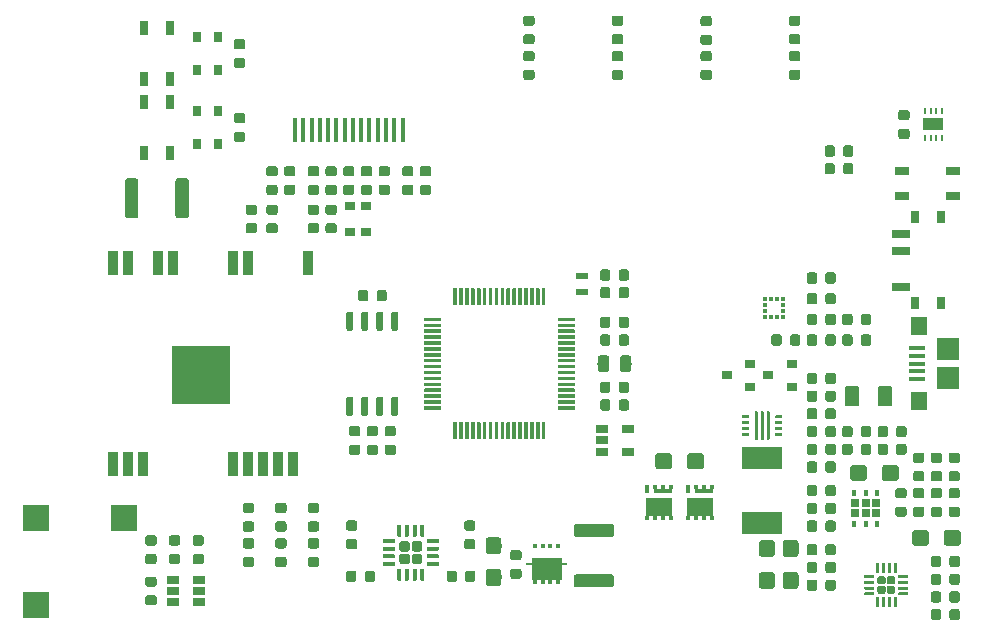
<source format=gbr>
G04 #@! TF.GenerationSoftware,KiCad,Pcbnew,5.0.2-5.fc29*
G04 #@! TF.CreationDate,2020-06-27T20:23:45+07:00*
G04 #@! TF.ProjectId,MP_SamBaseBoard_V1,4d505f53-616d-4426-9173-65426f617264,rev?*
G04 #@! TF.SameCoordinates,Original*
G04 #@! TF.FileFunction,Paste,Top*
G04 #@! TF.FilePolarity,Positive*
%FSLAX45Y45*%
G04 Gerber Fmt 4.5, Leading zero omitted, Abs format (unit mm)*
G04 Created by KiCad (PCBNEW 5.0.2-5.fc29) date Sat 27 Jun 2020 08:23:45 PM +07*
%MOMM*%
%LPD*%
G01*
G04 APERTURE LIST*
%ADD10R,0.300000X0.750000*%
%ADD11R,0.300000X0.400000*%
%ADD12R,1.634000X0.400000*%
%ADD13R,2.300000X1.500000*%
%ADD14C,0.100000*%
%ADD15C,0.875000*%
%ADD16C,0.250000*%
%ADD17C,1.350000*%
%ADD18R,0.800000X0.950000*%
%ADD19C,0.975000*%
%ADD20R,0.900000X0.660000*%
%ADD21R,0.900000X0.800000*%
%ADD22R,0.900000X2.000000*%
%ADD23R,5.000000X5.000000*%
%ADD24C,0.300000*%
%ADD25R,1.060000X0.650000*%
%ADD26C,0.880000*%
%ADD27C,0.350000*%
%ADD28R,1.100000X0.600000*%
%ADD29R,2.195000X2.195000*%
%ADD30R,1.350000X0.400000*%
%ADD31R,1.400000X1.600000*%
%ADD32R,1.900000X1.900000*%
%ADD33C,0.600000*%
%ADD34R,3.400000X1.850000*%
%ADD35R,1.250000X0.650000*%
%ADD36R,1.500000X0.700000*%
%ADD37R,0.800000X1.000000*%
%ADD38R,0.650000X1.250000*%
%ADD39C,0.690000*%
%ADD40R,1.700000X1.000000*%
%ADD41R,0.250000X0.550000*%
%ADD42R,0.730000X0.660000*%
%ADD43R,0.450000X0.630000*%
%ADD44R,0.375000X0.350000*%
%ADD45R,0.350000X0.375000*%
%ADD46C,1.250000*%
%ADD47C,1.125000*%
%ADD48R,0.500000X0.200000*%
%ADD49R,2.500000X1.880000*%
%ADD50R,0.350000X2.000000*%
G04 APERTURE END LIST*
D10*
G04 #@! TO.C,U12*
X18150000Y-11312500D03*
D11*
X18216600Y-11295000D03*
X18283400Y-11295000D03*
X18350000Y-11295000D03*
X18350000Y-11555000D03*
X18283400Y-11555000D03*
X18216600Y-11555000D03*
X18150000Y-11555000D03*
D12*
X18283300Y-11330000D03*
D13*
X18250000Y-11465000D03*
G04 #@! TD*
D14*
G04 #@! TO.C,R11*
G36*
X20427769Y-11877605D02*
X20429893Y-11877920D01*
X20431975Y-11878442D01*
X20433996Y-11879165D01*
X20435937Y-11880083D01*
X20437778Y-11881187D01*
X20439502Y-11882465D01*
X20441093Y-11883907D01*
X20442535Y-11885498D01*
X20443813Y-11887222D01*
X20444917Y-11889063D01*
X20445835Y-11891004D01*
X20446558Y-11893025D01*
X20447080Y-11895107D01*
X20447395Y-11897231D01*
X20447500Y-11899375D01*
X20447500Y-11950625D01*
X20447395Y-11952769D01*
X20447080Y-11954893D01*
X20446558Y-11956975D01*
X20445835Y-11958996D01*
X20444917Y-11960937D01*
X20443813Y-11962778D01*
X20442535Y-11964502D01*
X20441093Y-11966093D01*
X20439502Y-11967535D01*
X20437778Y-11968813D01*
X20435937Y-11969917D01*
X20433996Y-11970835D01*
X20431975Y-11971558D01*
X20429893Y-11972080D01*
X20427769Y-11972395D01*
X20425625Y-11972500D01*
X20381875Y-11972500D01*
X20379731Y-11972395D01*
X20377607Y-11972080D01*
X20375525Y-11971558D01*
X20373504Y-11970835D01*
X20371563Y-11969917D01*
X20369722Y-11968813D01*
X20367998Y-11967535D01*
X20366407Y-11966093D01*
X20364965Y-11964502D01*
X20363687Y-11962778D01*
X20362583Y-11960937D01*
X20361665Y-11958996D01*
X20360942Y-11956975D01*
X20360420Y-11954893D01*
X20360105Y-11952769D01*
X20360000Y-11950625D01*
X20360000Y-11899375D01*
X20360105Y-11897231D01*
X20360420Y-11895107D01*
X20360942Y-11893025D01*
X20361665Y-11891004D01*
X20362583Y-11889063D01*
X20363687Y-11887222D01*
X20364965Y-11885498D01*
X20366407Y-11883907D01*
X20367998Y-11882465D01*
X20369722Y-11881187D01*
X20371563Y-11880083D01*
X20373504Y-11879165D01*
X20375525Y-11878442D01*
X20377607Y-11877920D01*
X20379731Y-11877605D01*
X20381875Y-11877500D01*
X20425625Y-11877500D01*
X20427769Y-11877605D01*
X20427769Y-11877605D01*
G37*
D15*
X20403750Y-11925000D03*
D14*
G36*
X20270269Y-11877605D02*
X20272393Y-11877920D01*
X20274475Y-11878442D01*
X20276496Y-11879165D01*
X20278437Y-11880083D01*
X20280278Y-11881187D01*
X20282002Y-11882465D01*
X20283593Y-11883907D01*
X20285035Y-11885498D01*
X20286313Y-11887222D01*
X20287417Y-11889063D01*
X20288335Y-11891004D01*
X20289058Y-11893025D01*
X20289580Y-11895107D01*
X20289895Y-11897231D01*
X20290000Y-11899375D01*
X20290000Y-11950625D01*
X20289895Y-11952769D01*
X20289580Y-11954893D01*
X20289058Y-11956975D01*
X20288335Y-11958996D01*
X20287417Y-11960937D01*
X20286313Y-11962778D01*
X20285035Y-11964502D01*
X20283593Y-11966093D01*
X20282002Y-11967535D01*
X20280278Y-11968813D01*
X20278437Y-11969917D01*
X20276496Y-11970835D01*
X20274475Y-11971558D01*
X20272393Y-11972080D01*
X20270269Y-11972395D01*
X20268125Y-11972500D01*
X20224375Y-11972500D01*
X20222231Y-11972395D01*
X20220107Y-11972080D01*
X20218025Y-11971558D01*
X20216004Y-11970835D01*
X20214063Y-11969917D01*
X20212222Y-11968813D01*
X20210498Y-11967535D01*
X20208907Y-11966093D01*
X20207465Y-11964502D01*
X20206187Y-11962778D01*
X20205083Y-11960937D01*
X20204165Y-11958996D01*
X20203442Y-11956975D01*
X20202920Y-11954893D01*
X20202605Y-11952769D01*
X20202500Y-11950625D01*
X20202500Y-11899375D01*
X20202605Y-11897231D01*
X20202920Y-11895107D01*
X20203442Y-11893025D01*
X20204165Y-11891004D01*
X20205083Y-11889063D01*
X20206187Y-11887222D01*
X20207465Y-11885498D01*
X20208907Y-11883907D01*
X20210498Y-11882465D01*
X20212222Y-11881187D01*
X20214063Y-11880083D01*
X20216004Y-11879165D01*
X20218025Y-11878442D01*
X20220107Y-11877920D01*
X20222231Y-11877605D01*
X20224375Y-11877500D01*
X20268125Y-11877500D01*
X20270269Y-11877605D01*
X20270269Y-11877605D01*
G37*
D15*
X20246250Y-11925000D03*
G04 #@! TD*
D14*
G04 #@! TO.C,U4*
G36*
X18939363Y-10837530D02*
X18939969Y-10837620D01*
X18940564Y-10837769D01*
X18941142Y-10837976D01*
X18941696Y-10838238D01*
X18942222Y-10838553D01*
X18942715Y-10838919D01*
X18943169Y-10839331D01*
X18943581Y-10839785D01*
X18943947Y-10840278D01*
X18944262Y-10840804D01*
X18944524Y-10841358D01*
X18944731Y-10841936D01*
X18944880Y-10842531D01*
X18944970Y-10843137D01*
X18945000Y-10843750D01*
X18945000Y-10856250D01*
X18944970Y-10856863D01*
X18944880Y-10857469D01*
X18944731Y-10858064D01*
X18944524Y-10858642D01*
X18944262Y-10859196D01*
X18943947Y-10859722D01*
X18943581Y-10860215D01*
X18943169Y-10860669D01*
X18942715Y-10861081D01*
X18942222Y-10861447D01*
X18941696Y-10861762D01*
X18941142Y-10862024D01*
X18940564Y-10862231D01*
X18939969Y-10862380D01*
X18939363Y-10862470D01*
X18938750Y-10862500D01*
X18891250Y-10862500D01*
X18890637Y-10862470D01*
X18890031Y-10862380D01*
X18889436Y-10862231D01*
X18888858Y-10862024D01*
X18888304Y-10861762D01*
X18887778Y-10861447D01*
X18887285Y-10861081D01*
X18886831Y-10860669D01*
X18886419Y-10860215D01*
X18886053Y-10859722D01*
X18885738Y-10859196D01*
X18885476Y-10858642D01*
X18885269Y-10858064D01*
X18885120Y-10857469D01*
X18885030Y-10856863D01*
X18885000Y-10856250D01*
X18885000Y-10843750D01*
X18885030Y-10843137D01*
X18885120Y-10842531D01*
X18885269Y-10841936D01*
X18885476Y-10841358D01*
X18885738Y-10840804D01*
X18886053Y-10840278D01*
X18886419Y-10839785D01*
X18886831Y-10839331D01*
X18887285Y-10838919D01*
X18887778Y-10838553D01*
X18888304Y-10838238D01*
X18888858Y-10837976D01*
X18889436Y-10837769D01*
X18890031Y-10837620D01*
X18890637Y-10837530D01*
X18891250Y-10837500D01*
X18938750Y-10837500D01*
X18939363Y-10837530D01*
X18939363Y-10837530D01*
G37*
D16*
X18915000Y-10850000D03*
D14*
G36*
X18939363Y-10787530D02*
X18939969Y-10787620D01*
X18940564Y-10787769D01*
X18941142Y-10787976D01*
X18941696Y-10788238D01*
X18942222Y-10788553D01*
X18942715Y-10788919D01*
X18943169Y-10789331D01*
X18943581Y-10789785D01*
X18943947Y-10790278D01*
X18944262Y-10790804D01*
X18944524Y-10791358D01*
X18944731Y-10791936D01*
X18944880Y-10792531D01*
X18944970Y-10793137D01*
X18945000Y-10793750D01*
X18945000Y-10806250D01*
X18944970Y-10806863D01*
X18944880Y-10807469D01*
X18944731Y-10808064D01*
X18944524Y-10808642D01*
X18944262Y-10809196D01*
X18943947Y-10809722D01*
X18943581Y-10810215D01*
X18943169Y-10810669D01*
X18942715Y-10811081D01*
X18942222Y-10811447D01*
X18941696Y-10811762D01*
X18941142Y-10812024D01*
X18940564Y-10812231D01*
X18939969Y-10812380D01*
X18939363Y-10812470D01*
X18938750Y-10812500D01*
X18891250Y-10812500D01*
X18890637Y-10812470D01*
X18890031Y-10812380D01*
X18889436Y-10812231D01*
X18888858Y-10812024D01*
X18888304Y-10811762D01*
X18887778Y-10811447D01*
X18887285Y-10811081D01*
X18886831Y-10810669D01*
X18886419Y-10810215D01*
X18886053Y-10809722D01*
X18885738Y-10809196D01*
X18885476Y-10808642D01*
X18885269Y-10808064D01*
X18885120Y-10807469D01*
X18885030Y-10806863D01*
X18885000Y-10806250D01*
X18885000Y-10793750D01*
X18885030Y-10793137D01*
X18885120Y-10792531D01*
X18885269Y-10791936D01*
X18885476Y-10791358D01*
X18885738Y-10790804D01*
X18886053Y-10790278D01*
X18886419Y-10789785D01*
X18886831Y-10789331D01*
X18887285Y-10788919D01*
X18887778Y-10788553D01*
X18888304Y-10788238D01*
X18888858Y-10787976D01*
X18889436Y-10787769D01*
X18890031Y-10787620D01*
X18890637Y-10787530D01*
X18891250Y-10787500D01*
X18938750Y-10787500D01*
X18939363Y-10787530D01*
X18939363Y-10787530D01*
G37*
D16*
X18915000Y-10800000D03*
D14*
G36*
X18939363Y-10737530D02*
X18939969Y-10737620D01*
X18940564Y-10737769D01*
X18941142Y-10737976D01*
X18941696Y-10738238D01*
X18942222Y-10738553D01*
X18942715Y-10738919D01*
X18943169Y-10739331D01*
X18943581Y-10739785D01*
X18943947Y-10740278D01*
X18944262Y-10740804D01*
X18944524Y-10741358D01*
X18944731Y-10741936D01*
X18944880Y-10742531D01*
X18944970Y-10743137D01*
X18945000Y-10743750D01*
X18945000Y-10756250D01*
X18944970Y-10756863D01*
X18944880Y-10757469D01*
X18944731Y-10758064D01*
X18944524Y-10758642D01*
X18944262Y-10759196D01*
X18943947Y-10759722D01*
X18943581Y-10760215D01*
X18943169Y-10760669D01*
X18942715Y-10761081D01*
X18942222Y-10761447D01*
X18941696Y-10761762D01*
X18941142Y-10762024D01*
X18940564Y-10762231D01*
X18939969Y-10762380D01*
X18939363Y-10762470D01*
X18938750Y-10762500D01*
X18891250Y-10762500D01*
X18890637Y-10762470D01*
X18890031Y-10762380D01*
X18889436Y-10762231D01*
X18888858Y-10762024D01*
X18888304Y-10761762D01*
X18887778Y-10761447D01*
X18887285Y-10761081D01*
X18886831Y-10760669D01*
X18886419Y-10760215D01*
X18886053Y-10759722D01*
X18885738Y-10759196D01*
X18885476Y-10758642D01*
X18885269Y-10758064D01*
X18885120Y-10757469D01*
X18885030Y-10756863D01*
X18885000Y-10756250D01*
X18885000Y-10743750D01*
X18885030Y-10743137D01*
X18885120Y-10742531D01*
X18885269Y-10741936D01*
X18885476Y-10741358D01*
X18885738Y-10740804D01*
X18886053Y-10740278D01*
X18886419Y-10739785D01*
X18886831Y-10739331D01*
X18887285Y-10738919D01*
X18887778Y-10738553D01*
X18888304Y-10738238D01*
X18888858Y-10737976D01*
X18889436Y-10737769D01*
X18890031Y-10737620D01*
X18890637Y-10737530D01*
X18891250Y-10737500D01*
X18938750Y-10737500D01*
X18939363Y-10737530D01*
X18939363Y-10737530D01*
G37*
D16*
X18915000Y-10750000D03*
D14*
G36*
X18659363Y-10837530D02*
X18659969Y-10837620D01*
X18660564Y-10837769D01*
X18661142Y-10837976D01*
X18661696Y-10838238D01*
X18662222Y-10838553D01*
X18662715Y-10838919D01*
X18663169Y-10839331D01*
X18663581Y-10839785D01*
X18663947Y-10840278D01*
X18664262Y-10840804D01*
X18664524Y-10841358D01*
X18664731Y-10841936D01*
X18664880Y-10842531D01*
X18664970Y-10843137D01*
X18665000Y-10843750D01*
X18665000Y-10856250D01*
X18664970Y-10856863D01*
X18664880Y-10857469D01*
X18664731Y-10858064D01*
X18664524Y-10858642D01*
X18664262Y-10859196D01*
X18663947Y-10859722D01*
X18663581Y-10860215D01*
X18663169Y-10860669D01*
X18662715Y-10861081D01*
X18662222Y-10861447D01*
X18661696Y-10861762D01*
X18661142Y-10862024D01*
X18660564Y-10862231D01*
X18659969Y-10862380D01*
X18659363Y-10862470D01*
X18658750Y-10862500D01*
X18611250Y-10862500D01*
X18610637Y-10862470D01*
X18610031Y-10862380D01*
X18609436Y-10862231D01*
X18608858Y-10862024D01*
X18608304Y-10861762D01*
X18607778Y-10861447D01*
X18607285Y-10861081D01*
X18606831Y-10860669D01*
X18606419Y-10860215D01*
X18606053Y-10859722D01*
X18605738Y-10859196D01*
X18605476Y-10858642D01*
X18605269Y-10858064D01*
X18605120Y-10857469D01*
X18605030Y-10856863D01*
X18605000Y-10856250D01*
X18605000Y-10843750D01*
X18605030Y-10843137D01*
X18605120Y-10842531D01*
X18605269Y-10841936D01*
X18605476Y-10841358D01*
X18605738Y-10840804D01*
X18606053Y-10840278D01*
X18606419Y-10839785D01*
X18606831Y-10839331D01*
X18607285Y-10838919D01*
X18607778Y-10838553D01*
X18608304Y-10838238D01*
X18608858Y-10837976D01*
X18609436Y-10837769D01*
X18610031Y-10837620D01*
X18610637Y-10837530D01*
X18611250Y-10837500D01*
X18658750Y-10837500D01*
X18659363Y-10837530D01*
X18659363Y-10837530D01*
G37*
D16*
X18635000Y-10850000D03*
D14*
G36*
X18659363Y-10787530D02*
X18659969Y-10787620D01*
X18660564Y-10787769D01*
X18661142Y-10787976D01*
X18661696Y-10788238D01*
X18662222Y-10788553D01*
X18662715Y-10788919D01*
X18663169Y-10789331D01*
X18663581Y-10789785D01*
X18663947Y-10790278D01*
X18664262Y-10790804D01*
X18664524Y-10791358D01*
X18664731Y-10791936D01*
X18664880Y-10792531D01*
X18664970Y-10793137D01*
X18665000Y-10793750D01*
X18665000Y-10806250D01*
X18664970Y-10806863D01*
X18664880Y-10807469D01*
X18664731Y-10808064D01*
X18664524Y-10808642D01*
X18664262Y-10809196D01*
X18663947Y-10809722D01*
X18663581Y-10810215D01*
X18663169Y-10810669D01*
X18662715Y-10811081D01*
X18662222Y-10811447D01*
X18661696Y-10811762D01*
X18661142Y-10812024D01*
X18660564Y-10812231D01*
X18659969Y-10812380D01*
X18659363Y-10812470D01*
X18658750Y-10812500D01*
X18611250Y-10812500D01*
X18610637Y-10812470D01*
X18610031Y-10812380D01*
X18609436Y-10812231D01*
X18608858Y-10812024D01*
X18608304Y-10811762D01*
X18607778Y-10811447D01*
X18607285Y-10811081D01*
X18606831Y-10810669D01*
X18606419Y-10810215D01*
X18606053Y-10809722D01*
X18605738Y-10809196D01*
X18605476Y-10808642D01*
X18605269Y-10808064D01*
X18605120Y-10807469D01*
X18605030Y-10806863D01*
X18605000Y-10806250D01*
X18605000Y-10793750D01*
X18605030Y-10793137D01*
X18605120Y-10792531D01*
X18605269Y-10791936D01*
X18605476Y-10791358D01*
X18605738Y-10790804D01*
X18606053Y-10790278D01*
X18606419Y-10789785D01*
X18606831Y-10789331D01*
X18607285Y-10788919D01*
X18607778Y-10788553D01*
X18608304Y-10788238D01*
X18608858Y-10787976D01*
X18609436Y-10787769D01*
X18610031Y-10787620D01*
X18610637Y-10787530D01*
X18611250Y-10787500D01*
X18658750Y-10787500D01*
X18659363Y-10787530D01*
X18659363Y-10787530D01*
G37*
D16*
X18635000Y-10800000D03*
D14*
G36*
X18659363Y-10737530D02*
X18659969Y-10737620D01*
X18660564Y-10737769D01*
X18661142Y-10737976D01*
X18661696Y-10738238D01*
X18662222Y-10738553D01*
X18662715Y-10738919D01*
X18663169Y-10739331D01*
X18663581Y-10739785D01*
X18663947Y-10740278D01*
X18664262Y-10740804D01*
X18664524Y-10741358D01*
X18664731Y-10741936D01*
X18664880Y-10742531D01*
X18664970Y-10743137D01*
X18665000Y-10743750D01*
X18665000Y-10756250D01*
X18664970Y-10756863D01*
X18664880Y-10757469D01*
X18664731Y-10758064D01*
X18664524Y-10758642D01*
X18664262Y-10759196D01*
X18663947Y-10759722D01*
X18663581Y-10760215D01*
X18663169Y-10760669D01*
X18662715Y-10761081D01*
X18662222Y-10761447D01*
X18661696Y-10761762D01*
X18661142Y-10762024D01*
X18660564Y-10762231D01*
X18659969Y-10762380D01*
X18659363Y-10762470D01*
X18658750Y-10762500D01*
X18611250Y-10762500D01*
X18610637Y-10762470D01*
X18610031Y-10762380D01*
X18609436Y-10762231D01*
X18608858Y-10762024D01*
X18608304Y-10761762D01*
X18607778Y-10761447D01*
X18607285Y-10761081D01*
X18606831Y-10760669D01*
X18606419Y-10760215D01*
X18606053Y-10759722D01*
X18605738Y-10759196D01*
X18605476Y-10758642D01*
X18605269Y-10758064D01*
X18605120Y-10757469D01*
X18605030Y-10756863D01*
X18605000Y-10756250D01*
X18605000Y-10743750D01*
X18605030Y-10743137D01*
X18605120Y-10742531D01*
X18605269Y-10741936D01*
X18605476Y-10741358D01*
X18605738Y-10740804D01*
X18606053Y-10740278D01*
X18606419Y-10739785D01*
X18606831Y-10739331D01*
X18607285Y-10738919D01*
X18607778Y-10738553D01*
X18608304Y-10738238D01*
X18608858Y-10737976D01*
X18609436Y-10737769D01*
X18610031Y-10737620D01*
X18610637Y-10737530D01*
X18611250Y-10737500D01*
X18658750Y-10737500D01*
X18659363Y-10737530D01*
X18659363Y-10737530D01*
G37*
D16*
X18635000Y-10750000D03*
D14*
G36*
X18659363Y-10687530D02*
X18659969Y-10687620D01*
X18660564Y-10687769D01*
X18661142Y-10687976D01*
X18661696Y-10688238D01*
X18662222Y-10688553D01*
X18662715Y-10688919D01*
X18663169Y-10689331D01*
X18663581Y-10689785D01*
X18663947Y-10690278D01*
X18664262Y-10690804D01*
X18664524Y-10691358D01*
X18664731Y-10691936D01*
X18664880Y-10692531D01*
X18664970Y-10693137D01*
X18665000Y-10693750D01*
X18665000Y-10706250D01*
X18664970Y-10706863D01*
X18664880Y-10707469D01*
X18664731Y-10708064D01*
X18664524Y-10708642D01*
X18664262Y-10709196D01*
X18663947Y-10709722D01*
X18663581Y-10710215D01*
X18663169Y-10710669D01*
X18662715Y-10711081D01*
X18662222Y-10711447D01*
X18661696Y-10711762D01*
X18661142Y-10712024D01*
X18660564Y-10712231D01*
X18659969Y-10712380D01*
X18659363Y-10712470D01*
X18658750Y-10712500D01*
X18611250Y-10712500D01*
X18610637Y-10712470D01*
X18610031Y-10712380D01*
X18609436Y-10712231D01*
X18608858Y-10712024D01*
X18608304Y-10711762D01*
X18607778Y-10711447D01*
X18607285Y-10711081D01*
X18606831Y-10710669D01*
X18606419Y-10710215D01*
X18606053Y-10709722D01*
X18605738Y-10709196D01*
X18605476Y-10708642D01*
X18605269Y-10708064D01*
X18605120Y-10707469D01*
X18605030Y-10706863D01*
X18605000Y-10706250D01*
X18605000Y-10693750D01*
X18605030Y-10693137D01*
X18605120Y-10692531D01*
X18605269Y-10691936D01*
X18605476Y-10691358D01*
X18605738Y-10690804D01*
X18606053Y-10690278D01*
X18606419Y-10689785D01*
X18606831Y-10689331D01*
X18607285Y-10688919D01*
X18607778Y-10688553D01*
X18608304Y-10688238D01*
X18608858Y-10687976D01*
X18609436Y-10687769D01*
X18610031Y-10687620D01*
X18610637Y-10687530D01*
X18611250Y-10687500D01*
X18658750Y-10687500D01*
X18659363Y-10687530D01*
X18659363Y-10687530D01*
G37*
D16*
X18635000Y-10700000D03*
D14*
G36*
X18939363Y-10687530D02*
X18939969Y-10687620D01*
X18940564Y-10687769D01*
X18941142Y-10687976D01*
X18941696Y-10688238D01*
X18942222Y-10688553D01*
X18942715Y-10688919D01*
X18943169Y-10689331D01*
X18943581Y-10689785D01*
X18943947Y-10690278D01*
X18944262Y-10690804D01*
X18944524Y-10691358D01*
X18944731Y-10691936D01*
X18944880Y-10692531D01*
X18944970Y-10693137D01*
X18945000Y-10693750D01*
X18945000Y-10706250D01*
X18944970Y-10706863D01*
X18944880Y-10707469D01*
X18944731Y-10708064D01*
X18944524Y-10708642D01*
X18944262Y-10709196D01*
X18943947Y-10709722D01*
X18943581Y-10710215D01*
X18943169Y-10710669D01*
X18942715Y-10711081D01*
X18942222Y-10711447D01*
X18941696Y-10711762D01*
X18941142Y-10712024D01*
X18940564Y-10712231D01*
X18939969Y-10712380D01*
X18939363Y-10712470D01*
X18938750Y-10712500D01*
X18891250Y-10712500D01*
X18890637Y-10712470D01*
X18890031Y-10712380D01*
X18889436Y-10712231D01*
X18888858Y-10712024D01*
X18888304Y-10711762D01*
X18887778Y-10711447D01*
X18887285Y-10711081D01*
X18886831Y-10710669D01*
X18886419Y-10710215D01*
X18886053Y-10709722D01*
X18885738Y-10709196D01*
X18885476Y-10708642D01*
X18885269Y-10708064D01*
X18885120Y-10707469D01*
X18885030Y-10706863D01*
X18885000Y-10706250D01*
X18885000Y-10693750D01*
X18885030Y-10693137D01*
X18885120Y-10692531D01*
X18885269Y-10691936D01*
X18885476Y-10691358D01*
X18885738Y-10690804D01*
X18886053Y-10690278D01*
X18886419Y-10689785D01*
X18886831Y-10689331D01*
X18887285Y-10688919D01*
X18887778Y-10688553D01*
X18888304Y-10688238D01*
X18888858Y-10687976D01*
X18889436Y-10687769D01*
X18890031Y-10687620D01*
X18890637Y-10687530D01*
X18891250Y-10687500D01*
X18938750Y-10687500D01*
X18939363Y-10687530D01*
X18939363Y-10687530D01*
G37*
D16*
X18915000Y-10700000D03*
D14*
G36*
X18731863Y-10655030D02*
X18732469Y-10655120D01*
X18733064Y-10655269D01*
X18733642Y-10655476D01*
X18734196Y-10655738D01*
X18734722Y-10656053D01*
X18735215Y-10656419D01*
X18735669Y-10656831D01*
X18736081Y-10657285D01*
X18736447Y-10657778D01*
X18736762Y-10658304D01*
X18737024Y-10658858D01*
X18737231Y-10659436D01*
X18737380Y-10660031D01*
X18737470Y-10660637D01*
X18737500Y-10661250D01*
X18737500Y-10888750D01*
X18737470Y-10889363D01*
X18737380Y-10889969D01*
X18737231Y-10890564D01*
X18737024Y-10891142D01*
X18736762Y-10891696D01*
X18736447Y-10892222D01*
X18736081Y-10892715D01*
X18735669Y-10893169D01*
X18735215Y-10893581D01*
X18734722Y-10893947D01*
X18734196Y-10894262D01*
X18733642Y-10894524D01*
X18733064Y-10894731D01*
X18732469Y-10894880D01*
X18731863Y-10894970D01*
X18731250Y-10895000D01*
X18718750Y-10895000D01*
X18718137Y-10894970D01*
X18717531Y-10894880D01*
X18716936Y-10894731D01*
X18716358Y-10894524D01*
X18715804Y-10894262D01*
X18715278Y-10893947D01*
X18714785Y-10893581D01*
X18714331Y-10893169D01*
X18713919Y-10892715D01*
X18713553Y-10892222D01*
X18713238Y-10891696D01*
X18712976Y-10891142D01*
X18712769Y-10890564D01*
X18712620Y-10889969D01*
X18712530Y-10889363D01*
X18712500Y-10888750D01*
X18712500Y-10661250D01*
X18712530Y-10660637D01*
X18712620Y-10660031D01*
X18712769Y-10659436D01*
X18712976Y-10658858D01*
X18713238Y-10658304D01*
X18713553Y-10657778D01*
X18713919Y-10657285D01*
X18714331Y-10656831D01*
X18714785Y-10656419D01*
X18715278Y-10656053D01*
X18715804Y-10655738D01*
X18716358Y-10655476D01*
X18716936Y-10655269D01*
X18717531Y-10655120D01*
X18718137Y-10655030D01*
X18718750Y-10655000D01*
X18731250Y-10655000D01*
X18731863Y-10655030D01*
X18731863Y-10655030D01*
G37*
D16*
X18725000Y-10775000D03*
D14*
G36*
X18831863Y-10655030D02*
X18832469Y-10655120D01*
X18833064Y-10655269D01*
X18833642Y-10655476D01*
X18834196Y-10655738D01*
X18834722Y-10656053D01*
X18835215Y-10656419D01*
X18835669Y-10656831D01*
X18836081Y-10657285D01*
X18836447Y-10657778D01*
X18836762Y-10658304D01*
X18837024Y-10658858D01*
X18837231Y-10659436D01*
X18837380Y-10660031D01*
X18837470Y-10660637D01*
X18837500Y-10661250D01*
X18837500Y-10888750D01*
X18837470Y-10889363D01*
X18837380Y-10889969D01*
X18837231Y-10890564D01*
X18837024Y-10891142D01*
X18836762Y-10891696D01*
X18836447Y-10892222D01*
X18836081Y-10892715D01*
X18835669Y-10893169D01*
X18835215Y-10893581D01*
X18834722Y-10893947D01*
X18834196Y-10894262D01*
X18833642Y-10894524D01*
X18833064Y-10894731D01*
X18832469Y-10894880D01*
X18831863Y-10894970D01*
X18831250Y-10895000D01*
X18818750Y-10895000D01*
X18818137Y-10894970D01*
X18817531Y-10894880D01*
X18816936Y-10894731D01*
X18816358Y-10894524D01*
X18815804Y-10894262D01*
X18815278Y-10893947D01*
X18814785Y-10893581D01*
X18814331Y-10893169D01*
X18813919Y-10892715D01*
X18813553Y-10892222D01*
X18813238Y-10891696D01*
X18812976Y-10891142D01*
X18812769Y-10890564D01*
X18812620Y-10889969D01*
X18812530Y-10889363D01*
X18812500Y-10888750D01*
X18812500Y-10661250D01*
X18812530Y-10660637D01*
X18812620Y-10660031D01*
X18812769Y-10659436D01*
X18812976Y-10658858D01*
X18813238Y-10658304D01*
X18813553Y-10657778D01*
X18813919Y-10657285D01*
X18814331Y-10656831D01*
X18814785Y-10656419D01*
X18815278Y-10656053D01*
X18815804Y-10655738D01*
X18816358Y-10655476D01*
X18816936Y-10655269D01*
X18817531Y-10655120D01*
X18818137Y-10655030D01*
X18818750Y-10655000D01*
X18831250Y-10655000D01*
X18831863Y-10655030D01*
X18831863Y-10655030D01*
G37*
D16*
X18825000Y-10775000D03*
D14*
G36*
X18781863Y-10655030D02*
X18782469Y-10655120D01*
X18783064Y-10655269D01*
X18783642Y-10655476D01*
X18784196Y-10655738D01*
X18784722Y-10656053D01*
X18785215Y-10656419D01*
X18785669Y-10656831D01*
X18786081Y-10657285D01*
X18786447Y-10657778D01*
X18786762Y-10658304D01*
X18787024Y-10658858D01*
X18787231Y-10659436D01*
X18787380Y-10660031D01*
X18787470Y-10660637D01*
X18787500Y-10661250D01*
X18787500Y-10888750D01*
X18787470Y-10889363D01*
X18787380Y-10889969D01*
X18787231Y-10890564D01*
X18787024Y-10891142D01*
X18786762Y-10891696D01*
X18786447Y-10892222D01*
X18786081Y-10892715D01*
X18785669Y-10893169D01*
X18785215Y-10893581D01*
X18784722Y-10893947D01*
X18784196Y-10894262D01*
X18783642Y-10894524D01*
X18783064Y-10894731D01*
X18782469Y-10894880D01*
X18781863Y-10894970D01*
X18781250Y-10895000D01*
X18768750Y-10895000D01*
X18768137Y-10894970D01*
X18767531Y-10894880D01*
X18766936Y-10894731D01*
X18766358Y-10894524D01*
X18765804Y-10894262D01*
X18765278Y-10893947D01*
X18764785Y-10893581D01*
X18764331Y-10893169D01*
X18763919Y-10892715D01*
X18763553Y-10892222D01*
X18763238Y-10891696D01*
X18762976Y-10891142D01*
X18762769Y-10890564D01*
X18762620Y-10889969D01*
X18762530Y-10889363D01*
X18762500Y-10888750D01*
X18762500Y-10661250D01*
X18762530Y-10660637D01*
X18762620Y-10660031D01*
X18762769Y-10659436D01*
X18762976Y-10658858D01*
X18763238Y-10658304D01*
X18763553Y-10657778D01*
X18763919Y-10657285D01*
X18764331Y-10656831D01*
X18764785Y-10656419D01*
X18765278Y-10656053D01*
X18765804Y-10655738D01*
X18766358Y-10655476D01*
X18766936Y-10655269D01*
X18767531Y-10655120D01*
X18768137Y-10655030D01*
X18768750Y-10655000D01*
X18781250Y-10655000D01*
X18781863Y-10655030D01*
X18781863Y-10655030D01*
G37*
D16*
X18775000Y-10775000D03*
G04 #@! TD*
D14*
G04 #@! TO.C,C1*
G36*
X19820269Y-10927605D02*
X19822393Y-10927920D01*
X19824475Y-10928442D01*
X19826496Y-10929165D01*
X19828437Y-10930083D01*
X19830278Y-10931187D01*
X19832002Y-10932465D01*
X19833593Y-10933907D01*
X19835035Y-10935498D01*
X19836313Y-10937222D01*
X19837417Y-10939063D01*
X19838335Y-10941004D01*
X19839058Y-10943025D01*
X19839580Y-10945107D01*
X19839895Y-10947231D01*
X19840000Y-10949375D01*
X19840000Y-11000625D01*
X19839895Y-11002769D01*
X19839580Y-11004893D01*
X19839058Y-11006975D01*
X19838335Y-11008996D01*
X19837417Y-11010937D01*
X19836313Y-11012778D01*
X19835035Y-11014502D01*
X19833593Y-11016093D01*
X19832002Y-11017535D01*
X19830278Y-11018813D01*
X19828437Y-11019917D01*
X19826496Y-11020835D01*
X19824475Y-11021558D01*
X19822393Y-11022080D01*
X19820269Y-11022395D01*
X19818125Y-11022500D01*
X19774375Y-11022500D01*
X19772231Y-11022395D01*
X19770107Y-11022080D01*
X19768025Y-11021558D01*
X19766004Y-11020835D01*
X19764063Y-11019917D01*
X19762222Y-11018813D01*
X19760498Y-11017535D01*
X19758907Y-11016093D01*
X19757465Y-11014502D01*
X19756187Y-11012778D01*
X19755083Y-11010937D01*
X19754165Y-11008996D01*
X19753442Y-11006975D01*
X19752920Y-11004893D01*
X19752605Y-11002769D01*
X19752500Y-11000625D01*
X19752500Y-10949375D01*
X19752605Y-10947231D01*
X19752920Y-10945107D01*
X19753442Y-10943025D01*
X19754165Y-10941004D01*
X19755083Y-10939063D01*
X19756187Y-10937222D01*
X19757465Y-10935498D01*
X19758907Y-10933907D01*
X19760498Y-10932465D01*
X19762222Y-10931187D01*
X19764063Y-10930083D01*
X19766004Y-10929165D01*
X19768025Y-10928442D01*
X19770107Y-10927920D01*
X19772231Y-10927605D01*
X19774375Y-10927500D01*
X19818125Y-10927500D01*
X19820269Y-10927605D01*
X19820269Y-10927605D01*
G37*
D15*
X19796250Y-10975000D03*
D14*
G36*
X19977769Y-10927605D02*
X19979893Y-10927920D01*
X19981975Y-10928442D01*
X19983996Y-10929165D01*
X19985937Y-10930083D01*
X19987778Y-10931187D01*
X19989502Y-10932465D01*
X19991093Y-10933907D01*
X19992535Y-10935498D01*
X19993813Y-10937222D01*
X19994917Y-10939063D01*
X19995835Y-10941004D01*
X19996558Y-10943025D01*
X19997080Y-10945107D01*
X19997395Y-10947231D01*
X19997500Y-10949375D01*
X19997500Y-11000625D01*
X19997395Y-11002769D01*
X19997080Y-11004893D01*
X19996558Y-11006975D01*
X19995835Y-11008996D01*
X19994917Y-11010937D01*
X19993813Y-11012778D01*
X19992535Y-11014502D01*
X19991093Y-11016093D01*
X19989502Y-11017535D01*
X19987778Y-11018813D01*
X19985937Y-11019917D01*
X19983996Y-11020835D01*
X19981975Y-11021558D01*
X19979893Y-11022080D01*
X19977769Y-11022395D01*
X19975625Y-11022500D01*
X19931875Y-11022500D01*
X19929731Y-11022395D01*
X19927607Y-11022080D01*
X19925525Y-11021558D01*
X19923504Y-11020835D01*
X19921563Y-11019917D01*
X19919722Y-11018813D01*
X19917998Y-11017535D01*
X19916407Y-11016093D01*
X19914965Y-11014502D01*
X19913687Y-11012778D01*
X19912583Y-11010937D01*
X19911665Y-11008996D01*
X19910942Y-11006975D01*
X19910420Y-11004893D01*
X19910105Y-11002769D01*
X19910000Y-11000625D01*
X19910000Y-10949375D01*
X19910105Y-10947231D01*
X19910420Y-10945107D01*
X19910942Y-10943025D01*
X19911665Y-10941004D01*
X19912583Y-10939063D01*
X19913687Y-10937222D01*
X19914965Y-10935498D01*
X19916407Y-10933907D01*
X19917998Y-10932465D01*
X19919722Y-10931187D01*
X19921563Y-10930083D01*
X19923504Y-10929165D01*
X19925525Y-10928442D01*
X19927607Y-10927920D01*
X19929731Y-10927605D01*
X19931875Y-10927500D01*
X19975625Y-10927500D01*
X19977769Y-10927605D01*
X19977769Y-10927605D01*
G37*
D15*
X19953750Y-10975000D03*
G04 #@! TD*
D14*
G04 #@! TO.C,C2*
G36*
X19820269Y-10777605D02*
X19822393Y-10777920D01*
X19824475Y-10778442D01*
X19826496Y-10779165D01*
X19828437Y-10780083D01*
X19830278Y-10781187D01*
X19832002Y-10782465D01*
X19833593Y-10783907D01*
X19835035Y-10785498D01*
X19836313Y-10787222D01*
X19837417Y-10789063D01*
X19838335Y-10791004D01*
X19839058Y-10793025D01*
X19839580Y-10795107D01*
X19839895Y-10797231D01*
X19840000Y-10799375D01*
X19840000Y-10850625D01*
X19839895Y-10852769D01*
X19839580Y-10854893D01*
X19839058Y-10856975D01*
X19838335Y-10858996D01*
X19837417Y-10860937D01*
X19836313Y-10862778D01*
X19835035Y-10864502D01*
X19833593Y-10866093D01*
X19832002Y-10867535D01*
X19830278Y-10868813D01*
X19828437Y-10869917D01*
X19826496Y-10870835D01*
X19824475Y-10871558D01*
X19822393Y-10872080D01*
X19820269Y-10872395D01*
X19818125Y-10872500D01*
X19774375Y-10872500D01*
X19772231Y-10872395D01*
X19770107Y-10872080D01*
X19768025Y-10871558D01*
X19766004Y-10870835D01*
X19764063Y-10869917D01*
X19762222Y-10868813D01*
X19760498Y-10867535D01*
X19758907Y-10866093D01*
X19757465Y-10864502D01*
X19756187Y-10862778D01*
X19755083Y-10860937D01*
X19754165Y-10858996D01*
X19753442Y-10856975D01*
X19752920Y-10854893D01*
X19752605Y-10852769D01*
X19752500Y-10850625D01*
X19752500Y-10799375D01*
X19752605Y-10797231D01*
X19752920Y-10795107D01*
X19753442Y-10793025D01*
X19754165Y-10791004D01*
X19755083Y-10789063D01*
X19756187Y-10787222D01*
X19757465Y-10785498D01*
X19758907Y-10783907D01*
X19760498Y-10782465D01*
X19762222Y-10781187D01*
X19764063Y-10780083D01*
X19766004Y-10779165D01*
X19768025Y-10778442D01*
X19770107Y-10777920D01*
X19772231Y-10777605D01*
X19774375Y-10777500D01*
X19818125Y-10777500D01*
X19820269Y-10777605D01*
X19820269Y-10777605D01*
G37*
D15*
X19796250Y-10825000D03*
D14*
G36*
X19977769Y-10777605D02*
X19979893Y-10777920D01*
X19981975Y-10778442D01*
X19983996Y-10779165D01*
X19985937Y-10780083D01*
X19987778Y-10781187D01*
X19989502Y-10782465D01*
X19991093Y-10783907D01*
X19992535Y-10785498D01*
X19993813Y-10787222D01*
X19994917Y-10789063D01*
X19995835Y-10791004D01*
X19996558Y-10793025D01*
X19997080Y-10795107D01*
X19997395Y-10797231D01*
X19997500Y-10799375D01*
X19997500Y-10850625D01*
X19997395Y-10852769D01*
X19997080Y-10854893D01*
X19996558Y-10856975D01*
X19995835Y-10858996D01*
X19994917Y-10860937D01*
X19993813Y-10862778D01*
X19992535Y-10864502D01*
X19991093Y-10866093D01*
X19989502Y-10867535D01*
X19987778Y-10868813D01*
X19985937Y-10869917D01*
X19983996Y-10870835D01*
X19981975Y-10871558D01*
X19979893Y-10872080D01*
X19977769Y-10872395D01*
X19975625Y-10872500D01*
X19931875Y-10872500D01*
X19929731Y-10872395D01*
X19927607Y-10872080D01*
X19925525Y-10871558D01*
X19923504Y-10870835D01*
X19921563Y-10869917D01*
X19919722Y-10868813D01*
X19917998Y-10867535D01*
X19916407Y-10866093D01*
X19914965Y-10864502D01*
X19913687Y-10862778D01*
X19912583Y-10860937D01*
X19911665Y-10858996D01*
X19910942Y-10856975D01*
X19910420Y-10854893D01*
X19910105Y-10852769D01*
X19910000Y-10850625D01*
X19910000Y-10799375D01*
X19910105Y-10797231D01*
X19910420Y-10795107D01*
X19910942Y-10793025D01*
X19911665Y-10791004D01*
X19912583Y-10789063D01*
X19913687Y-10787222D01*
X19914965Y-10785498D01*
X19916407Y-10783907D01*
X19917998Y-10782465D01*
X19919722Y-10781187D01*
X19921563Y-10780083D01*
X19923504Y-10779165D01*
X19925525Y-10778442D01*
X19927607Y-10777920D01*
X19929731Y-10777605D01*
X19931875Y-10777500D01*
X19975625Y-10777500D01*
X19977769Y-10777605D01*
X19977769Y-10777605D01*
G37*
D15*
X19953750Y-10825000D03*
G04 #@! TD*
D14*
G04 #@! TO.C,C3*
G36*
X17470269Y-10552605D02*
X17472393Y-10552920D01*
X17474475Y-10553442D01*
X17476496Y-10554165D01*
X17478437Y-10555083D01*
X17480278Y-10556187D01*
X17482002Y-10557465D01*
X17483593Y-10558907D01*
X17485035Y-10560498D01*
X17486313Y-10562222D01*
X17487417Y-10564063D01*
X17488335Y-10566004D01*
X17489058Y-10568025D01*
X17489580Y-10570107D01*
X17489895Y-10572231D01*
X17490000Y-10574375D01*
X17490000Y-10625625D01*
X17489895Y-10627769D01*
X17489580Y-10629893D01*
X17489058Y-10631975D01*
X17488335Y-10633996D01*
X17487417Y-10635937D01*
X17486313Y-10637778D01*
X17485035Y-10639502D01*
X17483593Y-10641093D01*
X17482002Y-10642535D01*
X17480278Y-10643813D01*
X17478437Y-10644917D01*
X17476496Y-10645835D01*
X17474475Y-10646558D01*
X17472393Y-10647080D01*
X17470269Y-10647395D01*
X17468125Y-10647500D01*
X17424375Y-10647500D01*
X17422231Y-10647395D01*
X17420107Y-10647080D01*
X17418025Y-10646558D01*
X17416004Y-10645835D01*
X17414063Y-10644917D01*
X17412222Y-10643813D01*
X17410498Y-10642535D01*
X17408907Y-10641093D01*
X17407465Y-10639502D01*
X17406187Y-10637778D01*
X17405083Y-10635937D01*
X17404165Y-10633996D01*
X17403442Y-10631975D01*
X17402920Y-10629893D01*
X17402605Y-10627769D01*
X17402500Y-10625625D01*
X17402500Y-10574375D01*
X17402605Y-10572231D01*
X17402920Y-10570107D01*
X17403442Y-10568025D01*
X17404165Y-10566004D01*
X17405083Y-10564063D01*
X17406187Y-10562222D01*
X17407465Y-10560498D01*
X17408907Y-10558907D01*
X17410498Y-10557465D01*
X17412222Y-10556187D01*
X17414063Y-10555083D01*
X17416004Y-10554165D01*
X17418025Y-10553442D01*
X17420107Y-10552920D01*
X17422231Y-10552605D01*
X17424375Y-10552500D01*
X17468125Y-10552500D01*
X17470269Y-10552605D01*
X17470269Y-10552605D01*
G37*
D15*
X17446250Y-10600000D03*
D14*
G36*
X17627769Y-10552605D02*
X17629893Y-10552920D01*
X17631975Y-10553442D01*
X17633996Y-10554165D01*
X17635937Y-10555083D01*
X17637778Y-10556187D01*
X17639502Y-10557465D01*
X17641093Y-10558907D01*
X17642535Y-10560498D01*
X17643813Y-10562222D01*
X17644917Y-10564063D01*
X17645835Y-10566004D01*
X17646558Y-10568025D01*
X17647080Y-10570107D01*
X17647395Y-10572231D01*
X17647500Y-10574375D01*
X17647500Y-10625625D01*
X17647395Y-10627769D01*
X17647080Y-10629893D01*
X17646558Y-10631975D01*
X17645835Y-10633996D01*
X17644917Y-10635937D01*
X17643813Y-10637778D01*
X17642535Y-10639502D01*
X17641093Y-10641093D01*
X17639502Y-10642535D01*
X17637778Y-10643813D01*
X17635937Y-10644917D01*
X17633996Y-10645835D01*
X17631975Y-10646558D01*
X17629893Y-10647080D01*
X17627769Y-10647395D01*
X17625625Y-10647500D01*
X17581875Y-10647500D01*
X17579731Y-10647395D01*
X17577607Y-10647080D01*
X17575525Y-10646558D01*
X17573504Y-10645835D01*
X17571563Y-10644917D01*
X17569722Y-10643813D01*
X17567998Y-10642535D01*
X17566407Y-10641093D01*
X17564965Y-10639502D01*
X17563687Y-10637778D01*
X17562583Y-10635937D01*
X17561665Y-10633996D01*
X17560942Y-10631975D01*
X17560420Y-10629893D01*
X17560105Y-10627769D01*
X17560000Y-10625625D01*
X17560000Y-10574375D01*
X17560105Y-10572231D01*
X17560420Y-10570107D01*
X17560942Y-10568025D01*
X17561665Y-10566004D01*
X17562583Y-10564063D01*
X17563687Y-10562222D01*
X17564965Y-10560498D01*
X17566407Y-10558907D01*
X17567998Y-10557465D01*
X17569722Y-10556187D01*
X17571563Y-10555083D01*
X17573504Y-10554165D01*
X17575525Y-10553442D01*
X17577607Y-10552920D01*
X17579731Y-10552605D01*
X17581875Y-10552500D01*
X17625625Y-10552500D01*
X17627769Y-10552605D01*
X17627769Y-10552605D01*
G37*
D15*
X17603750Y-10600000D03*
G04 #@! TD*
D14*
G04 #@! TO.C,C4*
G36*
X17470269Y-10402605D02*
X17472393Y-10402920D01*
X17474475Y-10403442D01*
X17476496Y-10404165D01*
X17478437Y-10405083D01*
X17480278Y-10406187D01*
X17482002Y-10407465D01*
X17483593Y-10408907D01*
X17485035Y-10410498D01*
X17486313Y-10412222D01*
X17487417Y-10414063D01*
X17488335Y-10416004D01*
X17489058Y-10418025D01*
X17489580Y-10420107D01*
X17489895Y-10422231D01*
X17490000Y-10424375D01*
X17490000Y-10475625D01*
X17489895Y-10477769D01*
X17489580Y-10479893D01*
X17489058Y-10481975D01*
X17488335Y-10483996D01*
X17487417Y-10485937D01*
X17486313Y-10487778D01*
X17485035Y-10489502D01*
X17483593Y-10491093D01*
X17482002Y-10492535D01*
X17480278Y-10493813D01*
X17478437Y-10494917D01*
X17476496Y-10495835D01*
X17474475Y-10496558D01*
X17472393Y-10497080D01*
X17470269Y-10497395D01*
X17468125Y-10497500D01*
X17424375Y-10497500D01*
X17422231Y-10497395D01*
X17420107Y-10497080D01*
X17418025Y-10496558D01*
X17416004Y-10495835D01*
X17414063Y-10494917D01*
X17412222Y-10493813D01*
X17410498Y-10492535D01*
X17408907Y-10491093D01*
X17407465Y-10489502D01*
X17406187Y-10487778D01*
X17405083Y-10485937D01*
X17404165Y-10483996D01*
X17403442Y-10481975D01*
X17402920Y-10479893D01*
X17402605Y-10477769D01*
X17402500Y-10475625D01*
X17402500Y-10424375D01*
X17402605Y-10422231D01*
X17402920Y-10420107D01*
X17403442Y-10418025D01*
X17404165Y-10416004D01*
X17405083Y-10414063D01*
X17406187Y-10412222D01*
X17407465Y-10410498D01*
X17408907Y-10408907D01*
X17410498Y-10407465D01*
X17412222Y-10406187D01*
X17414063Y-10405083D01*
X17416004Y-10404165D01*
X17418025Y-10403442D01*
X17420107Y-10402920D01*
X17422231Y-10402605D01*
X17424375Y-10402500D01*
X17468125Y-10402500D01*
X17470269Y-10402605D01*
X17470269Y-10402605D01*
G37*
D15*
X17446250Y-10450000D03*
D14*
G36*
X17627769Y-10402605D02*
X17629893Y-10402920D01*
X17631975Y-10403442D01*
X17633996Y-10404165D01*
X17635937Y-10405083D01*
X17637778Y-10406187D01*
X17639502Y-10407465D01*
X17641093Y-10408907D01*
X17642535Y-10410498D01*
X17643813Y-10412222D01*
X17644917Y-10414063D01*
X17645835Y-10416004D01*
X17646558Y-10418025D01*
X17647080Y-10420107D01*
X17647395Y-10422231D01*
X17647500Y-10424375D01*
X17647500Y-10475625D01*
X17647395Y-10477769D01*
X17647080Y-10479893D01*
X17646558Y-10481975D01*
X17645835Y-10483996D01*
X17644917Y-10485937D01*
X17643813Y-10487778D01*
X17642535Y-10489502D01*
X17641093Y-10491093D01*
X17639502Y-10492535D01*
X17637778Y-10493813D01*
X17635937Y-10494917D01*
X17633996Y-10495835D01*
X17631975Y-10496558D01*
X17629893Y-10497080D01*
X17627769Y-10497395D01*
X17625625Y-10497500D01*
X17581875Y-10497500D01*
X17579731Y-10497395D01*
X17577607Y-10497080D01*
X17575525Y-10496558D01*
X17573504Y-10495835D01*
X17571563Y-10494917D01*
X17569722Y-10493813D01*
X17567998Y-10492535D01*
X17566407Y-10491093D01*
X17564965Y-10489502D01*
X17563687Y-10487778D01*
X17562583Y-10485937D01*
X17561665Y-10483996D01*
X17560942Y-10481975D01*
X17560420Y-10479893D01*
X17560105Y-10477769D01*
X17560000Y-10475625D01*
X17560000Y-10424375D01*
X17560105Y-10422231D01*
X17560420Y-10420107D01*
X17560942Y-10418025D01*
X17561665Y-10416004D01*
X17562583Y-10414063D01*
X17563687Y-10412222D01*
X17564965Y-10410498D01*
X17566407Y-10408907D01*
X17567998Y-10407465D01*
X17569722Y-10406187D01*
X17571563Y-10405083D01*
X17573504Y-10404165D01*
X17575525Y-10403442D01*
X17577607Y-10402920D01*
X17579731Y-10402605D01*
X17581875Y-10402500D01*
X17625625Y-10402500D01*
X17627769Y-10402605D01*
X17627769Y-10402605D01*
G37*
D15*
X17603750Y-10450000D03*
G04 #@! TD*
D14*
G04 #@! TO.C,C5*
G36*
X17470269Y-10002605D02*
X17472393Y-10002920D01*
X17474475Y-10003442D01*
X17476496Y-10004165D01*
X17478437Y-10005083D01*
X17480278Y-10006187D01*
X17482002Y-10007465D01*
X17483593Y-10008907D01*
X17485035Y-10010498D01*
X17486313Y-10012222D01*
X17487417Y-10014063D01*
X17488335Y-10016004D01*
X17489058Y-10018025D01*
X17489580Y-10020107D01*
X17489895Y-10022231D01*
X17490000Y-10024375D01*
X17490000Y-10075625D01*
X17489895Y-10077769D01*
X17489580Y-10079893D01*
X17489058Y-10081975D01*
X17488335Y-10083996D01*
X17487417Y-10085937D01*
X17486313Y-10087778D01*
X17485035Y-10089502D01*
X17483593Y-10091093D01*
X17482002Y-10092535D01*
X17480278Y-10093813D01*
X17478437Y-10094917D01*
X17476496Y-10095835D01*
X17474475Y-10096558D01*
X17472393Y-10097080D01*
X17470269Y-10097395D01*
X17468125Y-10097500D01*
X17424375Y-10097500D01*
X17422231Y-10097395D01*
X17420107Y-10097080D01*
X17418025Y-10096558D01*
X17416004Y-10095835D01*
X17414063Y-10094917D01*
X17412222Y-10093813D01*
X17410498Y-10092535D01*
X17408907Y-10091093D01*
X17407465Y-10089502D01*
X17406187Y-10087778D01*
X17405083Y-10085937D01*
X17404165Y-10083996D01*
X17403442Y-10081975D01*
X17402920Y-10079893D01*
X17402605Y-10077769D01*
X17402500Y-10075625D01*
X17402500Y-10024375D01*
X17402605Y-10022231D01*
X17402920Y-10020107D01*
X17403442Y-10018025D01*
X17404165Y-10016004D01*
X17405083Y-10014063D01*
X17406187Y-10012222D01*
X17407465Y-10010498D01*
X17408907Y-10008907D01*
X17410498Y-10007465D01*
X17412222Y-10006187D01*
X17414063Y-10005083D01*
X17416004Y-10004165D01*
X17418025Y-10003442D01*
X17420107Y-10002920D01*
X17422231Y-10002605D01*
X17424375Y-10002500D01*
X17468125Y-10002500D01*
X17470269Y-10002605D01*
X17470269Y-10002605D01*
G37*
D15*
X17446250Y-10050000D03*
D14*
G36*
X17627769Y-10002605D02*
X17629893Y-10002920D01*
X17631975Y-10003442D01*
X17633996Y-10004165D01*
X17635937Y-10005083D01*
X17637778Y-10006187D01*
X17639502Y-10007465D01*
X17641093Y-10008907D01*
X17642535Y-10010498D01*
X17643813Y-10012222D01*
X17644917Y-10014063D01*
X17645835Y-10016004D01*
X17646558Y-10018025D01*
X17647080Y-10020107D01*
X17647395Y-10022231D01*
X17647500Y-10024375D01*
X17647500Y-10075625D01*
X17647395Y-10077769D01*
X17647080Y-10079893D01*
X17646558Y-10081975D01*
X17645835Y-10083996D01*
X17644917Y-10085937D01*
X17643813Y-10087778D01*
X17642535Y-10089502D01*
X17641093Y-10091093D01*
X17639502Y-10092535D01*
X17637778Y-10093813D01*
X17635937Y-10094917D01*
X17633996Y-10095835D01*
X17631975Y-10096558D01*
X17629893Y-10097080D01*
X17627769Y-10097395D01*
X17625625Y-10097500D01*
X17581875Y-10097500D01*
X17579731Y-10097395D01*
X17577607Y-10097080D01*
X17575525Y-10096558D01*
X17573504Y-10095835D01*
X17571563Y-10094917D01*
X17569722Y-10093813D01*
X17567998Y-10092535D01*
X17566407Y-10091093D01*
X17564965Y-10089502D01*
X17563687Y-10087778D01*
X17562583Y-10085937D01*
X17561665Y-10083996D01*
X17560942Y-10081975D01*
X17560420Y-10079893D01*
X17560105Y-10077769D01*
X17560000Y-10075625D01*
X17560000Y-10024375D01*
X17560105Y-10022231D01*
X17560420Y-10020107D01*
X17560942Y-10018025D01*
X17561665Y-10016004D01*
X17562583Y-10014063D01*
X17563687Y-10012222D01*
X17564965Y-10010498D01*
X17566407Y-10008907D01*
X17567998Y-10007465D01*
X17569722Y-10006187D01*
X17571563Y-10005083D01*
X17573504Y-10004165D01*
X17575525Y-10003442D01*
X17577607Y-10002920D01*
X17579731Y-10002605D01*
X17581875Y-10002500D01*
X17625625Y-10002500D01*
X17627769Y-10002605D01*
X17627769Y-10002605D01*
G37*
D15*
X17603750Y-10050000D03*
G04 #@! TD*
D14*
G04 #@! TO.C,C6*
G36*
X17470269Y-9852605D02*
X17472393Y-9852920D01*
X17474475Y-9853442D01*
X17476496Y-9854165D01*
X17478437Y-9855083D01*
X17480278Y-9856187D01*
X17482002Y-9857465D01*
X17483593Y-9858907D01*
X17485035Y-9860498D01*
X17486313Y-9862222D01*
X17487417Y-9864063D01*
X17488335Y-9866004D01*
X17489058Y-9868025D01*
X17489580Y-9870107D01*
X17489895Y-9872231D01*
X17490000Y-9874375D01*
X17490000Y-9925625D01*
X17489895Y-9927769D01*
X17489580Y-9929893D01*
X17489058Y-9931975D01*
X17488335Y-9933996D01*
X17487417Y-9935937D01*
X17486313Y-9937778D01*
X17485035Y-9939502D01*
X17483593Y-9941093D01*
X17482002Y-9942535D01*
X17480278Y-9943813D01*
X17478437Y-9944917D01*
X17476496Y-9945835D01*
X17474475Y-9946558D01*
X17472393Y-9947080D01*
X17470269Y-9947395D01*
X17468125Y-9947500D01*
X17424375Y-9947500D01*
X17422231Y-9947395D01*
X17420107Y-9947080D01*
X17418025Y-9946558D01*
X17416004Y-9945835D01*
X17414063Y-9944917D01*
X17412222Y-9943813D01*
X17410498Y-9942535D01*
X17408907Y-9941093D01*
X17407465Y-9939502D01*
X17406187Y-9937778D01*
X17405083Y-9935937D01*
X17404165Y-9933996D01*
X17403442Y-9931975D01*
X17402920Y-9929893D01*
X17402605Y-9927769D01*
X17402500Y-9925625D01*
X17402500Y-9874375D01*
X17402605Y-9872231D01*
X17402920Y-9870107D01*
X17403442Y-9868025D01*
X17404165Y-9866004D01*
X17405083Y-9864063D01*
X17406187Y-9862222D01*
X17407465Y-9860498D01*
X17408907Y-9858907D01*
X17410498Y-9857465D01*
X17412222Y-9856187D01*
X17414063Y-9855083D01*
X17416004Y-9854165D01*
X17418025Y-9853442D01*
X17420107Y-9852920D01*
X17422231Y-9852605D01*
X17424375Y-9852500D01*
X17468125Y-9852500D01*
X17470269Y-9852605D01*
X17470269Y-9852605D01*
G37*
D15*
X17446250Y-9900000D03*
D14*
G36*
X17627769Y-9852605D02*
X17629893Y-9852920D01*
X17631975Y-9853442D01*
X17633996Y-9854165D01*
X17635937Y-9855083D01*
X17637778Y-9856187D01*
X17639502Y-9857465D01*
X17641093Y-9858907D01*
X17642535Y-9860498D01*
X17643813Y-9862222D01*
X17644917Y-9864063D01*
X17645835Y-9866004D01*
X17646558Y-9868025D01*
X17647080Y-9870107D01*
X17647395Y-9872231D01*
X17647500Y-9874375D01*
X17647500Y-9925625D01*
X17647395Y-9927769D01*
X17647080Y-9929893D01*
X17646558Y-9931975D01*
X17645835Y-9933996D01*
X17644917Y-9935937D01*
X17643813Y-9937778D01*
X17642535Y-9939502D01*
X17641093Y-9941093D01*
X17639502Y-9942535D01*
X17637778Y-9943813D01*
X17635937Y-9944917D01*
X17633996Y-9945835D01*
X17631975Y-9946558D01*
X17629893Y-9947080D01*
X17627769Y-9947395D01*
X17625625Y-9947500D01*
X17581875Y-9947500D01*
X17579731Y-9947395D01*
X17577607Y-9947080D01*
X17575525Y-9946558D01*
X17573504Y-9945835D01*
X17571563Y-9944917D01*
X17569722Y-9943813D01*
X17567998Y-9942535D01*
X17566407Y-9941093D01*
X17564965Y-9939502D01*
X17563687Y-9937778D01*
X17562583Y-9935937D01*
X17561665Y-9933996D01*
X17560942Y-9931975D01*
X17560420Y-9929893D01*
X17560105Y-9927769D01*
X17560000Y-9925625D01*
X17560000Y-9874375D01*
X17560105Y-9872231D01*
X17560420Y-9870107D01*
X17560942Y-9868025D01*
X17561665Y-9866004D01*
X17562583Y-9864063D01*
X17563687Y-9862222D01*
X17564965Y-9860498D01*
X17566407Y-9858907D01*
X17567998Y-9857465D01*
X17569722Y-9856187D01*
X17571563Y-9855083D01*
X17573504Y-9854165D01*
X17575525Y-9853442D01*
X17577607Y-9852920D01*
X17579731Y-9852605D01*
X17581875Y-9852500D01*
X17625625Y-9852500D01*
X17627769Y-9852605D01*
X17627769Y-9852605D01*
G37*
D15*
X17603750Y-9900000D03*
G04 #@! TD*
D14*
G04 #@! TO.C,C7*
G36*
X17627769Y-9452605D02*
X17629893Y-9452920D01*
X17631975Y-9453442D01*
X17633996Y-9454165D01*
X17635937Y-9455083D01*
X17637778Y-9456187D01*
X17639502Y-9457465D01*
X17641093Y-9458907D01*
X17642535Y-9460498D01*
X17643813Y-9462222D01*
X17644917Y-9464063D01*
X17645835Y-9466004D01*
X17646558Y-9468025D01*
X17647080Y-9470107D01*
X17647395Y-9472231D01*
X17647500Y-9474375D01*
X17647500Y-9525625D01*
X17647395Y-9527769D01*
X17647080Y-9529893D01*
X17646558Y-9531975D01*
X17645835Y-9533996D01*
X17644917Y-9535937D01*
X17643813Y-9537778D01*
X17642535Y-9539502D01*
X17641093Y-9541093D01*
X17639502Y-9542535D01*
X17637778Y-9543813D01*
X17635937Y-9544917D01*
X17633996Y-9545835D01*
X17631975Y-9546558D01*
X17629893Y-9547080D01*
X17627769Y-9547395D01*
X17625625Y-9547500D01*
X17581875Y-9547500D01*
X17579731Y-9547395D01*
X17577607Y-9547080D01*
X17575525Y-9546558D01*
X17573504Y-9545835D01*
X17571563Y-9544917D01*
X17569722Y-9543813D01*
X17567998Y-9542535D01*
X17566407Y-9541093D01*
X17564965Y-9539502D01*
X17563687Y-9537778D01*
X17562583Y-9535937D01*
X17561665Y-9533996D01*
X17560942Y-9531975D01*
X17560420Y-9529893D01*
X17560105Y-9527769D01*
X17560000Y-9525625D01*
X17560000Y-9474375D01*
X17560105Y-9472231D01*
X17560420Y-9470107D01*
X17560942Y-9468025D01*
X17561665Y-9466004D01*
X17562583Y-9464063D01*
X17563687Y-9462222D01*
X17564965Y-9460498D01*
X17566407Y-9458907D01*
X17567998Y-9457465D01*
X17569722Y-9456187D01*
X17571563Y-9455083D01*
X17573504Y-9454165D01*
X17575525Y-9453442D01*
X17577607Y-9452920D01*
X17579731Y-9452605D01*
X17581875Y-9452500D01*
X17625625Y-9452500D01*
X17627769Y-9452605D01*
X17627769Y-9452605D01*
G37*
D15*
X17603750Y-9500000D03*
D14*
G36*
X17470269Y-9452605D02*
X17472393Y-9452920D01*
X17474475Y-9453442D01*
X17476496Y-9454165D01*
X17478437Y-9455083D01*
X17480278Y-9456187D01*
X17482002Y-9457465D01*
X17483593Y-9458907D01*
X17485035Y-9460498D01*
X17486313Y-9462222D01*
X17487417Y-9464063D01*
X17488335Y-9466004D01*
X17489058Y-9468025D01*
X17489580Y-9470107D01*
X17489895Y-9472231D01*
X17490000Y-9474375D01*
X17490000Y-9525625D01*
X17489895Y-9527769D01*
X17489580Y-9529893D01*
X17489058Y-9531975D01*
X17488335Y-9533996D01*
X17487417Y-9535937D01*
X17486313Y-9537778D01*
X17485035Y-9539502D01*
X17483593Y-9541093D01*
X17482002Y-9542535D01*
X17480278Y-9543813D01*
X17478437Y-9544917D01*
X17476496Y-9545835D01*
X17474475Y-9546558D01*
X17472393Y-9547080D01*
X17470269Y-9547395D01*
X17468125Y-9547500D01*
X17424375Y-9547500D01*
X17422231Y-9547395D01*
X17420107Y-9547080D01*
X17418025Y-9546558D01*
X17416004Y-9545835D01*
X17414063Y-9544917D01*
X17412222Y-9543813D01*
X17410498Y-9542535D01*
X17408907Y-9541093D01*
X17407465Y-9539502D01*
X17406187Y-9537778D01*
X17405083Y-9535937D01*
X17404165Y-9533996D01*
X17403442Y-9531975D01*
X17402920Y-9529893D01*
X17402605Y-9527769D01*
X17402500Y-9525625D01*
X17402500Y-9474375D01*
X17402605Y-9472231D01*
X17402920Y-9470107D01*
X17403442Y-9468025D01*
X17404165Y-9466004D01*
X17405083Y-9464063D01*
X17406187Y-9462222D01*
X17407465Y-9460498D01*
X17408907Y-9458907D01*
X17410498Y-9457465D01*
X17412222Y-9456187D01*
X17414063Y-9455083D01*
X17416004Y-9454165D01*
X17418025Y-9453442D01*
X17420107Y-9452920D01*
X17422231Y-9452605D01*
X17424375Y-9452500D01*
X17468125Y-9452500D01*
X17470269Y-9452605D01*
X17470269Y-9452605D01*
G37*
D15*
X17446250Y-9500000D03*
G04 #@! TD*
D14*
G04 #@! TO.C,C8*
G36*
X17627769Y-9602605D02*
X17629893Y-9602920D01*
X17631975Y-9603442D01*
X17633996Y-9604165D01*
X17635937Y-9605083D01*
X17637778Y-9606187D01*
X17639502Y-9607465D01*
X17641093Y-9608907D01*
X17642535Y-9610498D01*
X17643813Y-9612222D01*
X17644917Y-9614063D01*
X17645835Y-9616004D01*
X17646558Y-9618025D01*
X17647080Y-9620107D01*
X17647395Y-9622231D01*
X17647500Y-9624375D01*
X17647500Y-9675625D01*
X17647395Y-9677769D01*
X17647080Y-9679893D01*
X17646558Y-9681975D01*
X17645835Y-9683996D01*
X17644917Y-9685937D01*
X17643813Y-9687778D01*
X17642535Y-9689502D01*
X17641093Y-9691093D01*
X17639502Y-9692535D01*
X17637778Y-9693813D01*
X17635937Y-9694917D01*
X17633996Y-9695835D01*
X17631975Y-9696558D01*
X17629893Y-9697080D01*
X17627769Y-9697395D01*
X17625625Y-9697500D01*
X17581875Y-9697500D01*
X17579731Y-9697395D01*
X17577607Y-9697080D01*
X17575525Y-9696558D01*
X17573504Y-9695835D01*
X17571563Y-9694917D01*
X17569722Y-9693813D01*
X17567998Y-9692535D01*
X17566407Y-9691093D01*
X17564965Y-9689502D01*
X17563687Y-9687778D01*
X17562583Y-9685937D01*
X17561665Y-9683996D01*
X17560942Y-9681975D01*
X17560420Y-9679893D01*
X17560105Y-9677769D01*
X17560000Y-9675625D01*
X17560000Y-9624375D01*
X17560105Y-9622231D01*
X17560420Y-9620107D01*
X17560942Y-9618025D01*
X17561665Y-9616004D01*
X17562583Y-9614063D01*
X17563687Y-9612222D01*
X17564965Y-9610498D01*
X17566407Y-9608907D01*
X17567998Y-9607465D01*
X17569722Y-9606187D01*
X17571563Y-9605083D01*
X17573504Y-9604165D01*
X17575525Y-9603442D01*
X17577607Y-9602920D01*
X17579731Y-9602605D01*
X17581875Y-9602500D01*
X17625625Y-9602500D01*
X17627769Y-9602605D01*
X17627769Y-9602605D01*
G37*
D15*
X17603750Y-9650000D03*
D14*
G36*
X17470269Y-9602605D02*
X17472393Y-9602920D01*
X17474475Y-9603442D01*
X17476496Y-9604165D01*
X17478437Y-9605083D01*
X17480278Y-9606187D01*
X17482002Y-9607465D01*
X17483593Y-9608907D01*
X17485035Y-9610498D01*
X17486313Y-9612222D01*
X17487417Y-9614063D01*
X17488335Y-9616004D01*
X17489058Y-9618025D01*
X17489580Y-9620107D01*
X17489895Y-9622231D01*
X17490000Y-9624375D01*
X17490000Y-9675625D01*
X17489895Y-9677769D01*
X17489580Y-9679893D01*
X17489058Y-9681975D01*
X17488335Y-9683996D01*
X17487417Y-9685937D01*
X17486313Y-9687778D01*
X17485035Y-9689502D01*
X17483593Y-9691093D01*
X17482002Y-9692535D01*
X17480278Y-9693813D01*
X17478437Y-9694917D01*
X17476496Y-9695835D01*
X17474475Y-9696558D01*
X17472393Y-9697080D01*
X17470269Y-9697395D01*
X17468125Y-9697500D01*
X17424375Y-9697500D01*
X17422231Y-9697395D01*
X17420107Y-9697080D01*
X17418025Y-9696558D01*
X17416004Y-9695835D01*
X17414063Y-9694917D01*
X17412222Y-9693813D01*
X17410498Y-9692535D01*
X17408907Y-9691093D01*
X17407465Y-9689502D01*
X17406187Y-9687778D01*
X17405083Y-9685937D01*
X17404165Y-9683996D01*
X17403442Y-9681975D01*
X17402920Y-9679893D01*
X17402605Y-9677769D01*
X17402500Y-9675625D01*
X17402500Y-9624375D01*
X17402605Y-9622231D01*
X17402920Y-9620107D01*
X17403442Y-9618025D01*
X17404165Y-9616004D01*
X17405083Y-9614063D01*
X17406187Y-9612222D01*
X17407465Y-9610498D01*
X17408907Y-9608907D01*
X17410498Y-9607465D01*
X17412222Y-9606187D01*
X17414063Y-9605083D01*
X17416004Y-9604165D01*
X17418025Y-9603442D01*
X17420107Y-9602920D01*
X17422231Y-9602605D01*
X17424375Y-9602500D01*
X17468125Y-9602500D01*
X17470269Y-9602605D01*
X17470269Y-9602605D01*
G37*
D15*
X17446250Y-9650000D03*
G04 #@! TD*
D14*
G04 #@! TO.C,C9*
G36*
X19220269Y-11577605D02*
X19222393Y-11577920D01*
X19224475Y-11578442D01*
X19226496Y-11579165D01*
X19228437Y-11580083D01*
X19230278Y-11581187D01*
X19232002Y-11582465D01*
X19233593Y-11583907D01*
X19235035Y-11585498D01*
X19236313Y-11587222D01*
X19237417Y-11589063D01*
X19238335Y-11591004D01*
X19239058Y-11593025D01*
X19239580Y-11595107D01*
X19239895Y-11597231D01*
X19240000Y-11599375D01*
X19240000Y-11650625D01*
X19239895Y-11652769D01*
X19239580Y-11654893D01*
X19239058Y-11656975D01*
X19238335Y-11658996D01*
X19237417Y-11660937D01*
X19236313Y-11662778D01*
X19235035Y-11664502D01*
X19233593Y-11666093D01*
X19232002Y-11667535D01*
X19230278Y-11668813D01*
X19228437Y-11669917D01*
X19226496Y-11670835D01*
X19224475Y-11671558D01*
X19222393Y-11672080D01*
X19220269Y-11672395D01*
X19218125Y-11672500D01*
X19174375Y-11672500D01*
X19172231Y-11672395D01*
X19170107Y-11672080D01*
X19168025Y-11671558D01*
X19166004Y-11670835D01*
X19164063Y-11669917D01*
X19162222Y-11668813D01*
X19160498Y-11667535D01*
X19158907Y-11666093D01*
X19157465Y-11664502D01*
X19156187Y-11662778D01*
X19155083Y-11660937D01*
X19154165Y-11658996D01*
X19153442Y-11656975D01*
X19152920Y-11654893D01*
X19152605Y-11652769D01*
X19152500Y-11650625D01*
X19152500Y-11599375D01*
X19152605Y-11597231D01*
X19152920Y-11595107D01*
X19153442Y-11593025D01*
X19154165Y-11591004D01*
X19155083Y-11589063D01*
X19156187Y-11587222D01*
X19157465Y-11585498D01*
X19158907Y-11583907D01*
X19160498Y-11582465D01*
X19162222Y-11581187D01*
X19164063Y-11580083D01*
X19166004Y-11579165D01*
X19168025Y-11578442D01*
X19170107Y-11577920D01*
X19172231Y-11577605D01*
X19174375Y-11577500D01*
X19218125Y-11577500D01*
X19220269Y-11577605D01*
X19220269Y-11577605D01*
G37*
D15*
X19196250Y-11625000D03*
D14*
G36*
X19377769Y-11577605D02*
X19379893Y-11577920D01*
X19381975Y-11578442D01*
X19383996Y-11579165D01*
X19385937Y-11580083D01*
X19387778Y-11581187D01*
X19389502Y-11582465D01*
X19391093Y-11583907D01*
X19392535Y-11585498D01*
X19393813Y-11587222D01*
X19394917Y-11589063D01*
X19395835Y-11591004D01*
X19396558Y-11593025D01*
X19397080Y-11595107D01*
X19397395Y-11597231D01*
X19397500Y-11599375D01*
X19397500Y-11650625D01*
X19397395Y-11652769D01*
X19397080Y-11654893D01*
X19396558Y-11656975D01*
X19395835Y-11658996D01*
X19394917Y-11660937D01*
X19393813Y-11662778D01*
X19392535Y-11664502D01*
X19391093Y-11666093D01*
X19389502Y-11667535D01*
X19387778Y-11668813D01*
X19385937Y-11669917D01*
X19383996Y-11670835D01*
X19381975Y-11671558D01*
X19379893Y-11672080D01*
X19377769Y-11672395D01*
X19375625Y-11672500D01*
X19331875Y-11672500D01*
X19329731Y-11672395D01*
X19327607Y-11672080D01*
X19325525Y-11671558D01*
X19323504Y-11670835D01*
X19321563Y-11669917D01*
X19319722Y-11668813D01*
X19317998Y-11667535D01*
X19316407Y-11666093D01*
X19314965Y-11664502D01*
X19313687Y-11662778D01*
X19312583Y-11660937D01*
X19311665Y-11658996D01*
X19310942Y-11656975D01*
X19310420Y-11654893D01*
X19310105Y-11652769D01*
X19310000Y-11650625D01*
X19310000Y-11599375D01*
X19310105Y-11597231D01*
X19310420Y-11595107D01*
X19310942Y-11593025D01*
X19311665Y-11591004D01*
X19312583Y-11589063D01*
X19313687Y-11587222D01*
X19314965Y-11585498D01*
X19316407Y-11583907D01*
X19317998Y-11582465D01*
X19319722Y-11581187D01*
X19321563Y-11580083D01*
X19323504Y-11579165D01*
X19325525Y-11578442D01*
X19327607Y-11577920D01*
X19329731Y-11577605D01*
X19331875Y-11577500D01*
X19375625Y-11577500D01*
X19377769Y-11577605D01*
X19377769Y-11577605D01*
G37*
D15*
X19353750Y-11625000D03*
G04 #@! TD*
D14*
G04 #@! TO.C,C10*
G36*
X15352769Y-10935105D02*
X15354893Y-10935420D01*
X15356975Y-10935942D01*
X15358996Y-10936665D01*
X15360937Y-10937583D01*
X15362778Y-10938687D01*
X15364502Y-10939965D01*
X15366093Y-10941407D01*
X15367535Y-10942998D01*
X15368813Y-10944722D01*
X15369917Y-10946563D01*
X15370835Y-10948504D01*
X15371558Y-10950525D01*
X15372080Y-10952607D01*
X15372395Y-10954731D01*
X15372500Y-10956875D01*
X15372500Y-11000625D01*
X15372395Y-11002769D01*
X15372080Y-11004893D01*
X15371558Y-11006975D01*
X15370835Y-11008996D01*
X15369917Y-11010937D01*
X15368813Y-11012778D01*
X15367535Y-11014502D01*
X15366093Y-11016093D01*
X15364502Y-11017535D01*
X15362778Y-11018813D01*
X15360937Y-11019917D01*
X15358996Y-11020835D01*
X15356975Y-11021558D01*
X15354893Y-11022080D01*
X15352769Y-11022395D01*
X15350625Y-11022500D01*
X15299375Y-11022500D01*
X15297231Y-11022395D01*
X15295107Y-11022080D01*
X15293025Y-11021558D01*
X15291004Y-11020835D01*
X15289063Y-11019917D01*
X15287222Y-11018813D01*
X15285498Y-11017535D01*
X15283907Y-11016093D01*
X15282465Y-11014502D01*
X15281187Y-11012778D01*
X15280083Y-11010937D01*
X15279165Y-11008996D01*
X15278442Y-11006975D01*
X15277920Y-11004893D01*
X15277605Y-11002769D01*
X15277500Y-11000625D01*
X15277500Y-10956875D01*
X15277605Y-10954731D01*
X15277920Y-10952607D01*
X15278442Y-10950525D01*
X15279165Y-10948504D01*
X15280083Y-10946563D01*
X15281187Y-10944722D01*
X15282465Y-10942998D01*
X15283907Y-10941407D01*
X15285498Y-10939965D01*
X15287222Y-10938687D01*
X15289063Y-10937583D01*
X15291004Y-10936665D01*
X15293025Y-10935942D01*
X15295107Y-10935420D01*
X15297231Y-10935105D01*
X15299375Y-10935000D01*
X15350625Y-10935000D01*
X15352769Y-10935105D01*
X15352769Y-10935105D01*
G37*
D15*
X15325000Y-10978750D03*
D14*
G36*
X15352769Y-10777605D02*
X15354893Y-10777920D01*
X15356975Y-10778442D01*
X15358996Y-10779165D01*
X15360937Y-10780083D01*
X15362778Y-10781187D01*
X15364502Y-10782465D01*
X15366093Y-10783907D01*
X15367535Y-10785498D01*
X15368813Y-10787222D01*
X15369917Y-10789063D01*
X15370835Y-10791004D01*
X15371558Y-10793025D01*
X15372080Y-10795107D01*
X15372395Y-10797231D01*
X15372500Y-10799375D01*
X15372500Y-10843125D01*
X15372395Y-10845269D01*
X15372080Y-10847393D01*
X15371558Y-10849475D01*
X15370835Y-10851496D01*
X15369917Y-10853437D01*
X15368813Y-10855278D01*
X15367535Y-10857002D01*
X15366093Y-10858593D01*
X15364502Y-10860035D01*
X15362778Y-10861313D01*
X15360937Y-10862417D01*
X15358996Y-10863335D01*
X15356975Y-10864058D01*
X15354893Y-10864580D01*
X15352769Y-10864895D01*
X15350625Y-10865000D01*
X15299375Y-10865000D01*
X15297231Y-10864895D01*
X15295107Y-10864580D01*
X15293025Y-10864058D01*
X15291004Y-10863335D01*
X15289063Y-10862417D01*
X15287222Y-10861313D01*
X15285498Y-10860035D01*
X15283907Y-10858593D01*
X15282465Y-10857002D01*
X15281187Y-10855278D01*
X15280083Y-10853437D01*
X15279165Y-10851496D01*
X15278442Y-10849475D01*
X15277920Y-10847393D01*
X15277605Y-10845269D01*
X15277500Y-10843125D01*
X15277500Y-10799375D01*
X15277605Y-10797231D01*
X15277920Y-10795107D01*
X15278442Y-10793025D01*
X15279165Y-10791004D01*
X15280083Y-10789063D01*
X15281187Y-10787222D01*
X15282465Y-10785498D01*
X15283907Y-10783907D01*
X15285498Y-10782465D01*
X15287222Y-10781187D01*
X15289063Y-10780083D01*
X15291004Y-10779165D01*
X15293025Y-10778442D01*
X15295107Y-10777920D01*
X15297231Y-10777605D01*
X15299375Y-10777500D01*
X15350625Y-10777500D01*
X15352769Y-10777605D01*
X15352769Y-10777605D01*
G37*
D15*
X15325000Y-10821250D03*
G04 #@! TD*
D14*
G04 #@! TO.C,C11*
G36*
X16544950Y-11990120D02*
X16547377Y-11990480D01*
X16549757Y-11991076D01*
X16552067Y-11991903D01*
X16554285Y-11992952D01*
X16556389Y-11994213D01*
X16558360Y-11995675D01*
X16560178Y-11997322D01*
X16561825Y-11999140D01*
X16563287Y-12001111D01*
X16564548Y-12003215D01*
X16565597Y-12005433D01*
X16566423Y-12007743D01*
X16567020Y-12010123D01*
X16567380Y-12012549D01*
X16567500Y-12015000D01*
X16567500Y-12105000D01*
X16567380Y-12107450D01*
X16567020Y-12109877D01*
X16566423Y-12112257D01*
X16565597Y-12114567D01*
X16564548Y-12116785D01*
X16563287Y-12118889D01*
X16561825Y-12120860D01*
X16560178Y-12122678D01*
X16558360Y-12124325D01*
X16556389Y-12125787D01*
X16554285Y-12127048D01*
X16552067Y-12128097D01*
X16549757Y-12128923D01*
X16547377Y-12129520D01*
X16544950Y-12129880D01*
X16542500Y-12130000D01*
X16457500Y-12130000D01*
X16455049Y-12129880D01*
X16452623Y-12129520D01*
X16450243Y-12128923D01*
X16447933Y-12128097D01*
X16445715Y-12127048D01*
X16443611Y-12125787D01*
X16441640Y-12124325D01*
X16439822Y-12122678D01*
X16438175Y-12120860D01*
X16436713Y-12118889D01*
X16435452Y-12116785D01*
X16434403Y-12114567D01*
X16433576Y-12112257D01*
X16432980Y-12109877D01*
X16432620Y-12107450D01*
X16432500Y-12105000D01*
X16432500Y-12015000D01*
X16432620Y-12012549D01*
X16432980Y-12010123D01*
X16433576Y-12007743D01*
X16434403Y-12005433D01*
X16435452Y-12003215D01*
X16436713Y-12001111D01*
X16438175Y-11999140D01*
X16439822Y-11997322D01*
X16441640Y-11995675D01*
X16443611Y-11994213D01*
X16445715Y-11992952D01*
X16447933Y-11991903D01*
X16450243Y-11991076D01*
X16452623Y-11990480D01*
X16455049Y-11990120D01*
X16457500Y-11990000D01*
X16542500Y-11990000D01*
X16544950Y-11990120D01*
X16544950Y-11990120D01*
G37*
D17*
X16500000Y-12060000D03*
D14*
G36*
X16544950Y-11720120D02*
X16547377Y-11720480D01*
X16549757Y-11721076D01*
X16552067Y-11721903D01*
X16554285Y-11722952D01*
X16556389Y-11724213D01*
X16558360Y-11725675D01*
X16560178Y-11727322D01*
X16561825Y-11729140D01*
X16563287Y-11731111D01*
X16564548Y-11733215D01*
X16565597Y-11735433D01*
X16566423Y-11737743D01*
X16567020Y-11740123D01*
X16567380Y-11742549D01*
X16567500Y-11745000D01*
X16567500Y-11835000D01*
X16567380Y-11837450D01*
X16567020Y-11839877D01*
X16566423Y-11842257D01*
X16565597Y-11844567D01*
X16564548Y-11846785D01*
X16563287Y-11848889D01*
X16561825Y-11850860D01*
X16560178Y-11852678D01*
X16558360Y-11854325D01*
X16556389Y-11855787D01*
X16554285Y-11857048D01*
X16552067Y-11858097D01*
X16549757Y-11858923D01*
X16547377Y-11859520D01*
X16544950Y-11859880D01*
X16542500Y-11860000D01*
X16457500Y-11860000D01*
X16455049Y-11859880D01*
X16452623Y-11859520D01*
X16450243Y-11858923D01*
X16447933Y-11858097D01*
X16445715Y-11857048D01*
X16443611Y-11855787D01*
X16441640Y-11854325D01*
X16439822Y-11852678D01*
X16438175Y-11850860D01*
X16436713Y-11848889D01*
X16435452Y-11846785D01*
X16434403Y-11844567D01*
X16433576Y-11842257D01*
X16432980Y-11839877D01*
X16432620Y-11837450D01*
X16432500Y-11835000D01*
X16432500Y-11745000D01*
X16432620Y-11742549D01*
X16432980Y-11740123D01*
X16433576Y-11737743D01*
X16434403Y-11735433D01*
X16435452Y-11733215D01*
X16436713Y-11731111D01*
X16438175Y-11729140D01*
X16439822Y-11727322D01*
X16441640Y-11725675D01*
X16443611Y-11724213D01*
X16445715Y-11722952D01*
X16447933Y-11721903D01*
X16450243Y-11721076D01*
X16452623Y-11720480D01*
X16455049Y-11720120D01*
X16457500Y-11720000D01*
X16542500Y-11720000D01*
X16544950Y-11720120D01*
X16544950Y-11720120D01*
G37*
D17*
X16500000Y-11790000D03*
G04 #@! TD*
D14*
G04 #@! TO.C,C12*
G36*
X19220269Y-11427605D02*
X19222393Y-11427920D01*
X19224475Y-11428442D01*
X19226496Y-11429165D01*
X19228437Y-11430083D01*
X19230278Y-11431187D01*
X19232002Y-11432465D01*
X19233593Y-11433907D01*
X19235035Y-11435498D01*
X19236313Y-11437222D01*
X19237417Y-11439063D01*
X19238335Y-11441004D01*
X19239058Y-11443025D01*
X19239580Y-11445107D01*
X19239895Y-11447231D01*
X19240000Y-11449375D01*
X19240000Y-11500625D01*
X19239895Y-11502769D01*
X19239580Y-11504893D01*
X19239058Y-11506975D01*
X19238335Y-11508996D01*
X19237417Y-11510937D01*
X19236313Y-11512778D01*
X19235035Y-11514502D01*
X19233593Y-11516093D01*
X19232002Y-11517535D01*
X19230278Y-11518813D01*
X19228437Y-11519917D01*
X19226496Y-11520835D01*
X19224475Y-11521558D01*
X19222393Y-11522080D01*
X19220269Y-11522395D01*
X19218125Y-11522500D01*
X19174375Y-11522500D01*
X19172231Y-11522395D01*
X19170107Y-11522080D01*
X19168025Y-11521558D01*
X19166004Y-11520835D01*
X19164063Y-11519917D01*
X19162222Y-11518813D01*
X19160498Y-11517535D01*
X19158907Y-11516093D01*
X19157465Y-11514502D01*
X19156187Y-11512778D01*
X19155083Y-11510937D01*
X19154165Y-11508996D01*
X19153442Y-11506975D01*
X19152920Y-11504893D01*
X19152605Y-11502769D01*
X19152500Y-11500625D01*
X19152500Y-11449375D01*
X19152605Y-11447231D01*
X19152920Y-11445107D01*
X19153442Y-11443025D01*
X19154165Y-11441004D01*
X19155083Y-11439063D01*
X19156187Y-11437222D01*
X19157465Y-11435498D01*
X19158907Y-11433907D01*
X19160498Y-11432465D01*
X19162222Y-11431187D01*
X19164063Y-11430083D01*
X19166004Y-11429165D01*
X19168025Y-11428442D01*
X19170107Y-11427920D01*
X19172231Y-11427605D01*
X19174375Y-11427500D01*
X19218125Y-11427500D01*
X19220269Y-11427605D01*
X19220269Y-11427605D01*
G37*
D15*
X19196250Y-11475000D03*
D14*
G36*
X19377769Y-11427605D02*
X19379893Y-11427920D01*
X19381975Y-11428442D01*
X19383996Y-11429165D01*
X19385937Y-11430083D01*
X19387778Y-11431187D01*
X19389502Y-11432465D01*
X19391093Y-11433907D01*
X19392535Y-11435498D01*
X19393813Y-11437222D01*
X19394917Y-11439063D01*
X19395835Y-11441004D01*
X19396558Y-11443025D01*
X19397080Y-11445107D01*
X19397395Y-11447231D01*
X19397500Y-11449375D01*
X19397500Y-11500625D01*
X19397395Y-11502769D01*
X19397080Y-11504893D01*
X19396558Y-11506975D01*
X19395835Y-11508996D01*
X19394917Y-11510937D01*
X19393813Y-11512778D01*
X19392535Y-11514502D01*
X19391093Y-11516093D01*
X19389502Y-11517535D01*
X19387778Y-11518813D01*
X19385937Y-11519917D01*
X19383996Y-11520835D01*
X19381975Y-11521558D01*
X19379893Y-11522080D01*
X19377769Y-11522395D01*
X19375625Y-11522500D01*
X19331875Y-11522500D01*
X19329731Y-11522395D01*
X19327607Y-11522080D01*
X19325525Y-11521558D01*
X19323504Y-11520835D01*
X19321563Y-11519917D01*
X19319722Y-11518813D01*
X19317998Y-11517535D01*
X19316407Y-11516093D01*
X19314965Y-11514502D01*
X19313687Y-11512778D01*
X19312583Y-11510937D01*
X19311665Y-11508996D01*
X19310942Y-11506975D01*
X19310420Y-11504893D01*
X19310105Y-11502769D01*
X19310000Y-11500625D01*
X19310000Y-11449375D01*
X19310105Y-11447231D01*
X19310420Y-11445107D01*
X19310942Y-11443025D01*
X19311665Y-11441004D01*
X19312583Y-11439063D01*
X19313687Y-11437222D01*
X19314965Y-11435498D01*
X19316407Y-11433907D01*
X19317998Y-11432465D01*
X19319722Y-11431187D01*
X19321563Y-11430083D01*
X19323504Y-11429165D01*
X19325525Y-11428442D01*
X19327607Y-11427920D01*
X19329731Y-11427605D01*
X19331875Y-11427500D01*
X19375625Y-11427500D01*
X19377769Y-11427605D01*
X19377769Y-11427605D01*
G37*
D15*
X19353750Y-11475000D03*
G04 #@! TD*
D14*
G04 #@! TO.C,C13*
G36*
X15502769Y-10935105D02*
X15504893Y-10935420D01*
X15506975Y-10935942D01*
X15508996Y-10936665D01*
X15510937Y-10937583D01*
X15512778Y-10938687D01*
X15514502Y-10939965D01*
X15516093Y-10941407D01*
X15517535Y-10942998D01*
X15518813Y-10944722D01*
X15519917Y-10946563D01*
X15520835Y-10948504D01*
X15521558Y-10950525D01*
X15522080Y-10952607D01*
X15522395Y-10954731D01*
X15522500Y-10956875D01*
X15522500Y-11000625D01*
X15522395Y-11002769D01*
X15522080Y-11004893D01*
X15521558Y-11006975D01*
X15520835Y-11008996D01*
X15519917Y-11010937D01*
X15518813Y-11012778D01*
X15517535Y-11014502D01*
X15516093Y-11016093D01*
X15514502Y-11017535D01*
X15512778Y-11018813D01*
X15510937Y-11019917D01*
X15508996Y-11020835D01*
X15506975Y-11021558D01*
X15504893Y-11022080D01*
X15502769Y-11022395D01*
X15500625Y-11022500D01*
X15449375Y-11022500D01*
X15447231Y-11022395D01*
X15445107Y-11022080D01*
X15443025Y-11021558D01*
X15441004Y-11020835D01*
X15439063Y-11019917D01*
X15437222Y-11018813D01*
X15435498Y-11017535D01*
X15433907Y-11016093D01*
X15432465Y-11014502D01*
X15431187Y-11012778D01*
X15430083Y-11010937D01*
X15429165Y-11008996D01*
X15428442Y-11006975D01*
X15427920Y-11004893D01*
X15427605Y-11002769D01*
X15427500Y-11000625D01*
X15427500Y-10956875D01*
X15427605Y-10954731D01*
X15427920Y-10952607D01*
X15428442Y-10950525D01*
X15429165Y-10948504D01*
X15430083Y-10946563D01*
X15431187Y-10944722D01*
X15432465Y-10942998D01*
X15433907Y-10941407D01*
X15435498Y-10939965D01*
X15437222Y-10938687D01*
X15439063Y-10937583D01*
X15441004Y-10936665D01*
X15443025Y-10935942D01*
X15445107Y-10935420D01*
X15447231Y-10935105D01*
X15449375Y-10935000D01*
X15500625Y-10935000D01*
X15502769Y-10935105D01*
X15502769Y-10935105D01*
G37*
D15*
X15475000Y-10978750D03*
D14*
G36*
X15502769Y-10777605D02*
X15504893Y-10777920D01*
X15506975Y-10778442D01*
X15508996Y-10779165D01*
X15510937Y-10780083D01*
X15512778Y-10781187D01*
X15514502Y-10782465D01*
X15516093Y-10783907D01*
X15517535Y-10785498D01*
X15518813Y-10787222D01*
X15519917Y-10789063D01*
X15520835Y-10791004D01*
X15521558Y-10793025D01*
X15522080Y-10795107D01*
X15522395Y-10797231D01*
X15522500Y-10799375D01*
X15522500Y-10843125D01*
X15522395Y-10845269D01*
X15522080Y-10847393D01*
X15521558Y-10849475D01*
X15520835Y-10851496D01*
X15519917Y-10853437D01*
X15518813Y-10855278D01*
X15517535Y-10857002D01*
X15516093Y-10858593D01*
X15514502Y-10860035D01*
X15512778Y-10861313D01*
X15510937Y-10862417D01*
X15508996Y-10863335D01*
X15506975Y-10864058D01*
X15504893Y-10864580D01*
X15502769Y-10864895D01*
X15500625Y-10865000D01*
X15449375Y-10865000D01*
X15447231Y-10864895D01*
X15445107Y-10864580D01*
X15443025Y-10864058D01*
X15441004Y-10863335D01*
X15439063Y-10862417D01*
X15437222Y-10861313D01*
X15435498Y-10860035D01*
X15433907Y-10858593D01*
X15432465Y-10857002D01*
X15431187Y-10855278D01*
X15430083Y-10853437D01*
X15429165Y-10851496D01*
X15428442Y-10849475D01*
X15427920Y-10847393D01*
X15427605Y-10845269D01*
X15427500Y-10843125D01*
X15427500Y-10799375D01*
X15427605Y-10797231D01*
X15427920Y-10795107D01*
X15428442Y-10793025D01*
X15429165Y-10791004D01*
X15430083Y-10789063D01*
X15431187Y-10787222D01*
X15432465Y-10785498D01*
X15433907Y-10783907D01*
X15435498Y-10782465D01*
X15437222Y-10781187D01*
X15439063Y-10780083D01*
X15441004Y-10779165D01*
X15443025Y-10778442D01*
X15445107Y-10777920D01*
X15447231Y-10777605D01*
X15449375Y-10777500D01*
X15500625Y-10777500D01*
X15502769Y-10777605D01*
X15502769Y-10777605D01*
G37*
D15*
X15475000Y-10821250D03*
G04 #@! TD*
D14*
G04 #@! TO.C,C15*
G36*
X19220269Y-11277605D02*
X19222393Y-11277920D01*
X19224475Y-11278442D01*
X19226496Y-11279165D01*
X19228437Y-11280083D01*
X19230278Y-11281187D01*
X19232002Y-11282465D01*
X19233593Y-11283907D01*
X19235035Y-11285498D01*
X19236313Y-11287222D01*
X19237417Y-11289063D01*
X19238335Y-11291004D01*
X19239058Y-11293025D01*
X19239580Y-11295107D01*
X19239895Y-11297231D01*
X19240000Y-11299375D01*
X19240000Y-11350625D01*
X19239895Y-11352769D01*
X19239580Y-11354893D01*
X19239058Y-11356975D01*
X19238335Y-11358996D01*
X19237417Y-11360937D01*
X19236313Y-11362778D01*
X19235035Y-11364502D01*
X19233593Y-11366093D01*
X19232002Y-11367535D01*
X19230278Y-11368813D01*
X19228437Y-11369917D01*
X19226496Y-11370835D01*
X19224475Y-11371558D01*
X19222393Y-11372080D01*
X19220269Y-11372395D01*
X19218125Y-11372500D01*
X19174375Y-11372500D01*
X19172231Y-11372395D01*
X19170107Y-11372080D01*
X19168025Y-11371558D01*
X19166004Y-11370835D01*
X19164063Y-11369917D01*
X19162222Y-11368813D01*
X19160498Y-11367535D01*
X19158907Y-11366093D01*
X19157465Y-11364502D01*
X19156187Y-11362778D01*
X19155083Y-11360937D01*
X19154165Y-11358996D01*
X19153442Y-11356975D01*
X19152920Y-11354893D01*
X19152605Y-11352769D01*
X19152500Y-11350625D01*
X19152500Y-11299375D01*
X19152605Y-11297231D01*
X19152920Y-11295107D01*
X19153442Y-11293025D01*
X19154165Y-11291004D01*
X19155083Y-11289063D01*
X19156187Y-11287222D01*
X19157465Y-11285498D01*
X19158907Y-11283907D01*
X19160498Y-11282465D01*
X19162222Y-11281187D01*
X19164063Y-11280083D01*
X19166004Y-11279165D01*
X19168025Y-11278442D01*
X19170107Y-11277920D01*
X19172231Y-11277605D01*
X19174375Y-11277500D01*
X19218125Y-11277500D01*
X19220269Y-11277605D01*
X19220269Y-11277605D01*
G37*
D15*
X19196250Y-11325000D03*
D14*
G36*
X19377769Y-11277605D02*
X19379893Y-11277920D01*
X19381975Y-11278442D01*
X19383996Y-11279165D01*
X19385937Y-11280083D01*
X19387778Y-11281187D01*
X19389502Y-11282465D01*
X19391093Y-11283907D01*
X19392535Y-11285498D01*
X19393813Y-11287222D01*
X19394917Y-11289063D01*
X19395835Y-11291004D01*
X19396558Y-11293025D01*
X19397080Y-11295107D01*
X19397395Y-11297231D01*
X19397500Y-11299375D01*
X19397500Y-11350625D01*
X19397395Y-11352769D01*
X19397080Y-11354893D01*
X19396558Y-11356975D01*
X19395835Y-11358996D01*
X19394917Y-11360937D01*
X19393813Y-11362778D01*
X19392535Y-11364502D01*
X19391093Y-11366093D01*
X19389502Y-11367535D01*
X19387778Y-11368813D01*
X19385937Y-11369917D01*
X19383996Y-11370835D01*
X19381975Y-11371558D01*
X19379893Y-11372080D01*
X19377769Y-11372395D01*
X19375625Y-11372500D01*
X19331875Y-11372500D01*
X19329731Y-11372395D01*
X19327607Y-11372080D01*
X19325525Y-11371558D01*
X19323504Y-11370835D01*
X19321563Y-11369917D01*
X19319722Y-11368813D01*
X19317998Y-11367535D01*
X19316407Y-11366093D01*
X19314965Y-11364502D01*
X19313687Y-11362778D01*
X19312583Y-11360937D01*
X19311665Y-11358996D01*
X19310942Y-11356975D01*
X19310420Y-11354893D01*
X19310105Y-11352769D01*
X19310000Y-11350625D01*
X19310000Y-11299375D01*
X19310105Y-11297231D01*
X19310420Y-11295107D01*
X19310942Y-11293025D01*
X19311665Y-11291004D01*
X19312583Y-11289063D01*
X19313687Y-11287222D01*
X19314965Y-11285498D01*
X19316407Y-11283907D01*
X19317998Y-11282465D01*
X19319722Y-11281187D01*
X19321563Y-11280083D01*
X19323504Y-11279165D01*
X19325525Y-11278442D01*
X19327607Y-11277920D01*
X19329731Y-11277605D01*
X19331875Y-11277500D01*
X19375625Y-11277500D01*
X19377769Y-11277605D01*
X19377769Y-11277605D01*
G37*
D15*
X19353750Y-11325000D03*
G04 #@! TD*
D14*
G04 #@! TO.C,C16*
G36*
X15652769Y-10935105D02*
X15654893Y-10935420D01*
X15656975Y-10935942D01*
X15658996Y-10936665D01*
X15660937Y-10937583D01*
X15662778Y-10938687D01*
X15664502Y-10939965D01*
X15666093Y-10941407D01*
X15667535Y-10942998D01*
X15668813Y-10944722D01*
X15669917Y-10946563D01*
X15670835Y-10948504D01*
X15671558Y-10950525D01*
X15672080Y-10952607D01*
X15672395Y-10954731D01*
X15672500Y-10956875D01*
X15672500Y-11000625D01*
X15672395Y-11002769D01*
X15672080Y-11004893D01*
X15671558Y-11006975D01*
X15670835Y-11008996D01*
X15669917Y-11010937D01*
X15668813Y-11012778D01*
X15667535Y-11014502D01*
X15666093Y-11016093D01*
X15664502Y-11017535D01*
X15662778Y-11018813D01*
X15660937Y-11019917D01*
X15658996Y-11020835D01*
X15656975Y-11021558D01*
X15654893Y-11022080D01*
X15652769Y-11022395D01*
X15650625Y-11022500D01*
X15599375Y-11022500D01*
X15597231Y-11022395D01*
X15595107Y-11022080D01*
X15593025Y-11021558D01*
X15591004Y-11020835D01*
X15589063Y-11019917D01*
X15587222Y-11018813D01*
X15585498Y-11017535D01*
X15583907Y-11016093D01*
X15582465Y-11014502D01*
X15581187Y-11012778D01*
X15580083Y-11010937D01*
X15579165Y-11008996D01*
X15578442Y-11006975D01*
X15577920Y-11004893D01*
X15577605Y-11002769D01*
X15577500Y-11000625D01*
X15577500Y-10956875D01*
X15577605Y-10954731D01*
X15577920Y-10952607D01*
X15578442Y-10950525D01*
X15579165Y-10948504D01*
X15580083Y-10946563D01*
X15581187Y-10944722D01*
X15582465Y-10942998D01*
X15583907Y-10941407D01*
X15585498Y-10939965D01*
X15587222Y-10938687D01*
X15589063Y-10937583D01*
X15591004Y-10936665D01*
X15593025Y-10935942D01*
X15595107Y-10935420D01*
X15597231Y-10935105D01*
X15599375Y-10935000D01*
X15650625Y-10935000D01*
X15652769Y-10935105D01*
X15652769Y-10935105D01*
G37*
D15*
X15625000Y-10978750D03*
D14*
G36*
X15652769Y-10777605D02*
X15654893Y-10777920D01*
X15656975Y-10778442D01*
X15658996Y-10779165D01*
X15660937Y-10780083D01*
X15662778Y-10781187D01*
X15664502Y-10782465D01*
X15666093Y-10783907D01*
X15667535Y-10785498D01*
X15668813Y-10787222D01*
X15669917Y-10789063D01*
X15670835Y-10791004D01*
X15671558Y-10793025D01*
X15672080Y-10795107D01*
X15672395Y-10797231D01*
X15672500Y-10799375D01*
X15672500Y-10843125D01*
X15672395Y-10845269D01*
X15672080Y-10847393D01*
X15671558Y-10849475D01*
X15670835Y-10851496D01*
X15669917Y-10853437D01*
X15668813Y-10855278D01*
X15667535Y-10857002D01*
X15666093Y-10858593D01*
X15664502Y-10860035D01*
X15662778Y-10861313D01*
X15660937Y-10862417D01*
X15658996Y-10863335D01*
X15656975Y-10864058D01*
X15654893Y-10864580D01*
X15652769Y-10864895D01*
X15650625Y-10865000D01*
X15599375Y-10865000D01*
X15597231Y-10864895D01*
X15595107Y-10864580D01*
X15593025Y-10864058D01*
X15591004Y-10863335D01*
X15589063Y-10862417D01*
X15587222Y-10861313D01*
X15585498Y-10860035D01*
X15583907Y-10858593D01*
X15582465Y-10857002D01*
X15581187Y-10855278D01*
X15580083Y-10853437D01*
X15579165Y-10851496D01*
X15578442Y-10849475D01*
X15577920Y-10847393D01*
X15577605Y-10845269D01*
X15577500Y-10843125D01*
X15577500Y-10799375D01*
X15577605Y-10797231D01*
X15577920Y-10795107D01*
X15578442Y-10793025D01*
X15579165Y-10791004D01*
X15580083Y-10789063D01*
X15581187Y-10787222D01*
X15582465Y-10785498D01*
X15583907Y-10783907D01*
X15585498Y-10782465D01*
X15587222Y-10781187D01*
X15589063Y-10780083D01*
X15591004Y-10779165D01*
X15593025Y-10778442D01*
X15595107Y-10777920D01*
X15597231Y-10777605D01*
X15599375Y-10777500D01*
X15650625Y-10777500D01*
X15652769Y-10777605D01*
X15652769Y-10777605D01*
G37*
D15*
X15625000Y-10821250D03*
G04 #@! TD*
D14*
G04 #@! TO.C,C17*
G36*
X19059951Y-12015120D02*
X19062377Y-12015480D01*
X19064757Y-12016076D01*
X19067067Y-12016903D01*
X19069285Y-12017952D01*
X19071389Y-12019213D01*
X19073360Y-12020675D01*
X19075178Y-12022322D01*
X19076825Y-12024140D01*
X19078287Y-12026111D01*
X19079548Y-12028215D01*
X19080597Y-12030433D01*
X19081424Y-12032743D01*
X19082020Y-12035123D01*
X19082380Y-12037549D01*
X19082500Y-12040000D01*
X19082500Y-12130000D01*
X19082380Y-12132450D01*
X19082020Y-12134877D01*
X19081424Y-12137257D01*
X19080597Y-12139567D01*
X19079548Y-12141785D01*
X19078287Y-12143889D01*
X19076825Y-12145860D01*
X19075178Y-12147678D01*
X19073360Y-12149325D01*
X19071389Y-12150787D01*
X19069285Y-12152048D01*
X19067067Y-12153097D01*
X19064757Y-12153923D01*
X19062377Y-12154520D01*
X19059951Y-12154880D01*
X19057500Y-12155000D01*
X18972500Y-12155000D01*
X18970050Y-12154880D01*
X18967623Y-12154520D01*
X18965243Y-12153923D01*
X18962933Y-12153097D01*
X18960715Y-12152048D01*
X18958611Y-12150787D01*
X18956640Y-12149325D01*
X18954822Y-12147678D01*
X18953175Y-12145860D01*
X18951713Y-12143889D01*
X18950452Y-12141785D01*
X18949403Y-12139567D01*
X18948577Y-12137257D01*
X18947980Y-12134877D01*
X18947620Y-12132450D01*
X18947500Y-12130000D01*
X18947500Y-12040000D01*
X18947620Y-12037549D01*
X18947980Y-12035123D01*
X18948577Y-12032743D01*
X18949403Y-12030433D01*
X18950452Y-12028215D01*
X18951713Y-12026111D01*
X18953175Y-12024140D01*
X18954822Y-12022322D01*
X18956640Y-12020675D01*
X18958611Y-12019213D01*
X18960715Y-12017952D01*
X18962933Y-12016903D01*
X18965243Y-12016076D01*
X18967623Y-12015480D01*
X18970050Y-12015120D01*
X18972500Y-12015000D01*
X19057500Y-12015000D01*
X19059951Y-12015120D01*
X19059951Y-12015120D01*
G37*
D17*
X19015000Y-12085000D03*
D14*
G36*
X19059951Y-11745120D02*
X19062377Y-11745480D01*
X19064757Y-11746076D01*
X19067067Y-11746903D01*
X19069285Y-11747952D01*
X19071389Y-11749213D01*
X19073360Y-11750675D01*
X19075178Y-11752322D01*
X19076825Y-11754140D01*
X19078287Y-11756111D01*
X19079548Y-11758215D01*
X19080597Y-11760433D01*
X19081424Y-11762743D01*
X19082020Y-11765123D01*
X19082380Y-11767549D01*
X19082500Y-11770000D01*
X19082500Y-11860000D01*
X19082380Y-11862450D01*
X19082020Y-11864877D01*
X19081424Y-11867257D01*
X19080597Y-11869567D01*
X19079548Y-11871785D01*
X19078287Y-11873889D01*
X19076825Y-11875860D01*
X19075178Y-11877678D01*
X19073360Y-11879325D01*
X19071389Y-11880787D01*
X19069285Y-11882048D01*
X19067067Y-11883097D01*
X19064757Y-11883923D01*
X19062377Y-11884520D01*
X19059951Y-11884880D01*
X19057500Y-11885000D01*
X18972500Y-11885000D01*
X18970050Y-11884880D01*
X18967623Y-11884520D01*
X18965243Y-11883923D01*
X18962933Y-11883097D01*
X18960715Y-11882048D01*
X18958611Y-11880787D01*
X18956640Y-11879325D01*
X18954822Y-11877678D01*
X18953175Y-11875860D01*
X18951713Y-11873889D01*
X18950452Y-11871785D01*
X18949403Y-11869567D01*
X18948577Y-11867257D01*
X18947980Y-11864877D01*
X18947620Y-11862450D01*
X18947500Y-11860000D01*
X18947500Y-11770000D01*
X18947620Y-11767549D01*
X18947980Y-11765123D01*
X18948577Y-11762743D01*
X18949403Y-11760433D01*
X18950452Y-11758215D01*
X18951713Y-11756111D01*
X18953175Y-11754140D01*
X18954822Y-11752322D01*
X18956640Y-11750675D01*
X18958611Y-11749213D01*
X18960715Y-11747952D01*
X18962933Y-11746903D01*
X18965243Y-11746076D01*
X18967623Y-11745480D01*
X18970050Y-11745120D01*
X18972500Y-11745000D01*
X19057500Y-11745000D01*
X19059951Y-11745120D01*
X19059951Y-11745120D01*
G37*
D17*
X19015000Y-11815000D03*
G04 #@! TD*
D14*
G04 #@! TO.C,C18*
G36*
X18257451Y-11007620D02*
X18259877Y-11007980D01*
X18262257Y-11008577D01*
X18264567Y-11009403D01*
X18266785Y-11010452D01*
X18268889Y-11011713D01*
X18270860Y-11013175D01*
X18272678Y-11014822D01*
X18274325Y-11016640D01*
X18275787Y-11018611D01*
X18277048Y-11020715D01*
X18278097Y-11022933D01*
X18278924Y-11025243D01*
X18279520Y-11027623D01*
X18279880Y-11030050D01*
X18280000Y-11032500D01*
X18280000Y-11117500D01*
X18279880Y-11119951D01*
X18279520Y-11122377D01*
X18278924Y-11124757D01*
X18278097Y-11127067D01*
X18277048Y-11129285D01*
X18275787Y-11131389D01*
X18274325Y-11133360D01*
X18272678Y-11135178D01*
X18270860Y-11136825D01*
X18268889Y-11138287D01*
X18266785Y-11139548D01*
X18264567Y-11140597D01*
X18262257Y-11141424D01*
X18259877Y-11142020D01*
X18257451Y-11142380D01*
X18255000Y-11142500D01*
X18165000Y-11142500D01*
X18162550Y-11142380D01*
X18160123Y-11142020D01*
X18157743Y-11141424D01*
X18155433Y-11140597D01*
X18153215Y-11139548D01*
X18151111Y-11138287D01*
X18149140Y-11136825D01*
X18147322Y-11135178D01*
X18145675Y-11133360D01*
X18144213Y-11131389D01*
X18142952Y-11129285D01*
X18141903Y-11127067D01*
X18141077Y-11124757D01*
X18140480Y-11122377D01*
X18140120Y-11119951D01*
X18140000Y-11117500D01*
X18140000Y-11032500D01*
X18140120Y-11030050D01*
X18140480Y-11027623D01*
X18141077Y-11025243D01*
X18141903Y-11022933D01*
X18142952Y-11020715D01*
X18144213Y-11018611D01*
X18145675Y-11016640D01*
X18147322Y-11014822D01*
X18149140Y-11013175D01*
X18151111Y-11011713D01*
X18153215Y-11010452D01*
X18155433Y-11009403D01*
X18157743Y-11008577D01*
X18160123Y-11007980D01*
X18162550Y-11007620D01*
X18165000Y-11007500D01*
X18255000Y-11007500D01*
X18257451Y-11007620D01*
X18257451Y-11007620D01*
G37*
D17*
X18210000Y-11075000D03*
D14*
G36*
X17987451Y-11007620D02*
X17989877Y-11007980D01*
X17992257Y-11008577D01*
X17994567Y-11009403D01*
X17996785Y-11010452D01*
X17998889Y-11011713D01*
X18000860Y-11013175D01*
X18002678Y-11014822D01*
X18004325Y-11016640D01*
X18005787Y-11018611D01*
X18007048Y-11020715D01*
X18008097Y-11022933D01*
X18008924Y-11025243D01*
X18009520Y-11027623D01*
X18009880Y-11030050D01*
X18010000Y-11032500D01*
X18010000Y-11117500D01*
X18009880Y-11119951D01*
X18009520Y-11122377D01*
X18008924Y-11124757D01*
X18008097Y-11127067D01*
X18007048Y-11129285D01*
X18005787Y-11131389D01*
X18004325Y-11133360D01*
X18002678Y-11135178D01*
X18000860Y-11136825D01*
X17998889Y-11138287D01*
X17996785Y-11139548D01*
X17994567Y-11140597D01*
X17992257Y-11141424D01*
X17989877Y-11142020D01*
X17987451Y-11142380D01*
X17985000Y-11142500D01*
X17895000Y-11142500D01*
X17892550Y-11142380D01*
X17890123Y-11142020D01*
X17887743Y-11141424D01*
X17885433Y-11140597D01*
X17883215Y-11139548D01*
X17881111Y-11138287D01*
X17879140Y-11136825D01*
X17877322Y-11135178D01*
X17875675Y-11133360D01*
X17874213Y-11131389D01*
X17872952Y-11129285D01*
X17871903Y-11127067D01*
X17871077Y-11124757D01*
X17870480Y-11122377D01*
X17870120Y-11119951D01*
X17870000Y-11117500D01*
X17870000Y-11032500D01*
X17870120Y-11030050D01*
X17870480Y-11027623D01*
X17871077Y-11025243D01*
X17871903Y-11022933D01*
X17872952Y-11020715D01*
X17874213Y-11018611D01*
X17875675Y-11016640D01*
X17877322Y-11014822D01*
X17879140Y-11013175D01*
X17881111Y-11011713D01*
X17883215Y-11010452D01*
X17885433Y-11009403D01*
X17887743Y-11008577D01*
X17890123Y-11007980D01*
X17892550Y-11007620D01*
X17895000Y-11007500D01*
X17985000Y-11007500D01*
X17987451Y-11007620D01*
X17987451Y-11007620D01*
G37*
D17*
X17940000Y-11075000D03*
G04 #@! TD*
D14*
G04 #@! TO.C,C19*
G36*
X15152769Y-8902605D02*
X15154893Y-8902920D01*
X15156975Y-8903442D01*
X15158996Y-8904165D01*
X15160937Y-8905083D01*
X15162778Y-8906187D01*
X15164502Y-8907465D01*
X15166093Y-8908907D01*
X15167535Y-8910498D01*
X15168813Y-8912222D01*
X15169917Y-8914063D01*
X15170835Y-8916004D01*
X15171558Y-8918025D01*
X15172080Y-8920107D01*
X15172395Y-8922231D01*
X15172500Y-8924375D01*
X15172500Y-8968125D01*
X15172395Y-8970269D01*
X15172080Y-8972393D01*
X15171558Y-8974475D01*
X15170835Y-8976496D01*
X15169917Y-8978437D01*
X15168813Y-8980278D01*
X15167535Y-8982002D01*
X15166093Y-8983593D01*
X15164502Y-8985035D01*
X15162778Y-8986313D01*
X15160937Y-8987417D01*
X15158996Y-8988335D01*
X15156975Y-8989058D01*
X15154893Y-8989580D01*
X15152769Y-8989895D01*
X15150625Y-8990000D01*
X15099375Y-8990000D01*
X15097231Y-8989895D01*
X15095107Y-8989580D01*
X15093025Y-8989058D01*
X15091004Y-8988335D01*
X15089063Y-8987417D01*
X15087222Y-8986313D01*
X15085498Y-8985035D01*
X15083907Y-8983593D01*
X15082465Y-8982002D01*
X15081187Y-8980278D01*
X15080083Y-8978437D01*
X15079165Y-8976496D01*
X15078442Y-8974475D01*
X15077920Y-8972393D01*
X15077605Y-8970269D01*
X15077500Y-8968125D01*
X15077500Y-8924375D01*
X15077605Y-8922231D01*
X15077920Y-8920107D01*
X15078442Y-8918025D01*
X15079165Y-8916004D01*
X15080083Y-8914063D01*
X15081187Y-8912222D01*
X15082465Y-8910498D01*
X15083907Y-8908907D01*
X15085498Y-8907465D01*
X15087222Y-8906187D01*
X15089063Y-8905083D01*
X15091004Y-8904165D01*
X15093025Y-8903442D01*
X15095107Y-8902920D01*
X15097231Y-8902605D01*
X15099375Y-8902500D01*
X15150625Y-8902500D01*
X15152769Y-8902605D01*
X15152769Y-8902605D01*
G37*
D15*
X15125000Y-8946250D03*
D14*
G36*
X15152769Y-9060105D02*
X15154893Y-9060420D01*
X15156975Y-9060942D01*
X15158996Y-9061665D01*
X15160937Y-9062583D01*
X15162778Y-9063687D01*
X15164502Y-9064965D01*
X15166093Y-9066407D01*
X15167535Y-9067998D01*
X15168813Y-9069722D01*
X15169917Y-9071563D01*
X15170835Y-9073504D01*
X15171558Y-9075525D01*
X15172080Y-9077607D01*
X15172395Y-9079731D01*
X15172500Y-9081875D01*
X15172500Y-9125625D01*
X15172395Y-9127769D01*
X15172080Y-9129893D01*
X15171558Y-9131975D01*
X15170835Y-9133996D01*
X15169917Y-9135937D01*
X15168813Y-9137778D01*
X15167535Y-9139502D01*
X15166093Y-9141093D01*
X15164502Y-9142535D01*
X15162778Y-9143813D01*
X15160937Y-9144917D01*
X15158996Y-9145835D01*
X15156975Y-9146558D01*
X15154893Y-9147080D01*
X15152769Y-9147395D01*
X15150625Y-9147500D01*
X15099375Y-9147500D01*
X15097231Y-9147395D01*
X15095107Y-9147080D01*
X15093025Y-9146558D01*
X15091004Y-9145835D01*
X15089063Y-9144917D01*
X15087222Y-9143813D01*
X15085498Y-9142535D01*
X15083907Y-9141093D01*
X15082465Y-9139502D01*
X15081187Y-9137778D01*
X15080083Y-9135937D01*
X15079165Y-9133996D01*
X15078442Y-9131975D01*
X15077920Y-9129893D01*
X15077605Y-9127769D01*
X15077500Y-9125625D01*
X15077500Y-9081875D01*
X15077605Y-9079731D01*
X15077920Y-9077607D01*
X15078442Y-9075525D01*
X15079165Y-9073504D01*
X15080083Y-9071563D01*
X15081187Y-9069722D01*
X15082465Y-9067998D01*
X15083907Y-9066407D01*
X15085498Y-9064965D01*
X15087222Y-9063687D01*
X15089063Y-9062583D01*
X15091004Y-9061665D01*
X15093025Y-9060942D01*
X15095107Y-9060420D01*
X15097231Y-9060105D01*
X15099375Y-9060000D01*
X15150625Y-9060000D01*
X15152769Y-9060105D01*
X15152769Y-9060105D01*
G37*
D15*
X15125000Y-9103750D03*
G04 #@! TD*
D14*
G04 #@! TO.C,C20*
G36*
X16327769Y-11735105D02*
X16329893Y-11735420D01*
X16331975Y-11735942D01*
X16333996Y-11736665D01*
X16335937Y-11737583D01*
X16337778Y-11738687D01*
X16339502Y-11739965D01*
X16341093Y-11741407D01*
X16342535Y-11742998D01*
X16343813Y-11744722D01*
X16344917Y-11746563D01*
X16345835Y-11748504D01*
X16346558Y-11750525D01*
X16347080Y-11752607D01*
X16347395Y-11754731D01*
X16347500Y-11756875D01*
X16347500Y-11800625D01*
X16347395Y-11802769D01*
X16347080Y-11804893D01*
X16346558Y-11806975D01*
X16345835Y-11808996D01*
X16344917Y-11810937D01*
X16343813Y-11812778D01*
X16342535Y-11814502D01*
X16341093Y-11816093D01*
X16339502Y-11817535D01*
X16337778Y-11818813D01*
X16335937Y-11819917D01*
X16333996Y-11820835D01*
X16331975Y-11821558D01*
X16329893Y-11822080D01*
X16327769Y-11822395D01*
X16325625Y-11822500D01*
X16274375Y-11822500D01*
X16272231Y-11822395D01*
X16270107Y-11822080D01*
X16268025Y-11821558D01*
X16266004Y-11820835D01*
X16264063Y-11819917D01*
X16262222Y-11818813D01*
X16260498Y-11817535D01*
X16258907Y-11816093D01*
X16257465Y-11814502D01*
X16256187Y-11812778D01*
X16255083Y-11810937D01*
X16254165Y-11808996D01*
X16253442Y-11806975D01*
X16252920Y-11804893D01*
X16252605Y-11802769D01*
X16252500Y-11800625D01*
X16252500Y-11756875D01*
X16252605Y-11754731D01*
X16252920Y-11752607D01*
X16253442Y-11750525D01*
X16254165Y-11748504D01*
X16255083Y-11746563D01*
X16256187Y-11744722D01*
X16257465Y-11742998D01*
X16258907Y-11741407D01*
X16260498Y-11739965D01*
X16262222Y-11738687D01*
X16264063Y-11737583D01*
X16266004Y-11736665D01*
X16268025Y-11735942D01*
X16270107Y-11735420D01*
X16272231Y-11735105D01*
X16274375Y-11735000D01*
X16325625Y-11735000D01*
X16327769Y-11735105D01*
X16327769Y-11735105D01*
G37*
D15*
X16300000Y-11778750D03*
D14*
G36*
X16327769Y-11577605D02*
X16329893Y-11577920D01*
X16331975Y-11578442D01*
X16333996Y-11579165D01*
X16335937Y-11580083D01*
X16337778Y-11581187D01*
X16339502Y-11582465D01*
X16341093Y-11583907D01*
X16342535Y-11585498D01*
X16343813Y-11587222D01*
X16344917Y-11589063D01*
X16345835Y-11591004D01*
X16346558Y-11593025D01*
X16347080Y-11595107D01*
X16347395Y-11597231D01*
X16347500Y-11599375D01*
X16347500Y-11643125D01*
X16347395Y-11645269D01*
X16347080Y-11647393D01*
X16346558Y-11649475D01*
X16345835Y-11651496D01*
X16344917Y-11653437D01*
X16343813Y-11655278D01*
X16342535Y-11657002D01*
X16341093Y-11658593D01*
X16339502Y-11660035D01*
X16337778Y-11661313D01*
X16335937Y-11662417D01*
X16333996Y-11663335D01*
X16331975Y-11664058D01*
X16329893Y-11664580D01*
X16327769Y-11664895D01*
X16325625Y-11665000D01*
X16274375Y-11665000D01*
X16272231Y-11664895D01*
X16270107Y-11664580D01*
X16268025Y-11664058D01*
X16266004Y-11663335D01*
X16264063Y-11662417D01*
X16262222Y-11661313D01*
X16260498Y-11660035D01*
X16258907Y-11658593D01*
X16257465Y-11657002D01*
X16256187Y-11655278D01*
X16255083Y-11653437D01*
X16254165Y-11651496D01*
X16253442Y-11649475D01*
X16252920Y-11647393D01*
X16252605Y-11645269D01*
X16252500Y-11643125D01*
X16252500Y-11599375D01*
X16252605Y-11597231D01*
X16252920Y-11595107D01*
X16253442Y-11593025D01*
X16254165Y-11591004D01*
X16255083Y-11589063D01*
X16256187Y-11587222D01*
X16257465Y-11585498D01*
X16258907Y-11583907D01*
X16260498Y-11582465D01*
X16262222Y-11581187D01*
X16264063Y-11580083D01*
X16266004Y-11579165D01*
X16268025Y-11578442D01*
X16270107Y-11577920D01*
X16272231Y-11577605D01*
X16274375Y-11577500D01*
X16325625Y-11577500D01*
X16327769Y-11577605D01*
X16327769Y-11577605D01*
G37*
D15*
X16300000Y-11621250D03*
G04 #@! TD*
D14*
G04 #@! TO.C,C21*
G36*
X19977769Y-11302605D02*
X19979893Y-11302920D01*
X19981975Y-11303442D01*
X19983996Y-11304165D01*
X19985937Y-11305083D01*
X19987778Y-11306187D01*
X19989502Y-11307465D01*
X19991093Y-11308907D01*
X19992535Y-11310498D01*
X19993813Y-11312222D01*
X19994917Y-11314063D01*
X19995835Y-11316004D01*
X19996558Y-11318025D01*
X19997080Y-11320107D01*
X19997395Y-11322231D01*
X19997500Y-11324375D01*
X19997500Y-11368125D01*
X19997395Y-11370269D01*
X19997080Y-11372393D01*
X19996558Y-11374475D01*
X19995835Y-11376496D01*
X19994917Y-11378437D01*
X19993813Y-11380278D01*
X19992535Y-11382002D01*
X19991093Y-11383593D01*
X19989502Y-11385035D01*
X19987778Y-11386313D01*
X19985937Y-11387417D01*
X19983996Y-11388335D01*
X19981975Y-11389058D01*
X19979893Y-11389580D01*
X19977769Y-11389895D01*
X19975625Y-11390000D01*
X19924375Y-11390000D01*
X19922231Y-11389895D01*
X19920107Y-11389580D01*
X19918025Y-11389058D01*
X19916004Y-11388335D01*
X19914063Y-11387417D01*
X19912222Y-11386313D01*
X19910498Y-11385035D01*
X19908907Y-11383593D01*
X19907465Y-11382002D01*
X19906187Y-11380278D01*
X19905083Y-11378437D01*
X19904165Y-11376496D01*
X19903442Y-11374475D01*
X19902920Y-11372393D01*
X19902605Y-11370269D01*
X19902500Y-11368125D01*
X19902500Y-11324375D01*
X19902605Y-11322231D01*
X19902920Y-11320107D01*
X19903442Y-11318025D01*
X19904165Y-11316004D01*
X19905083Y-11314063D01*
X19906187Y-11312222D01*
X19907465Y-11310498D01*
X19908907Y-11308907D01*
X19910498Y-11307465D01*
X19912222Y-11306187D01*
X19914063Y-11305083D01*
X19916004Y-11304165D01*
X19918025Y-11303442D01*
X19920107Y-11302920D01*
X19922231Y-11302605D01*
X19924375Y-11302500D01*
X19975625Y-11302500D01*
X19977769Y-11302605D01*
X19977769Y-11302605D01*
G37*
D15*
X19950000Y-11346250D03*
D14*
G36*
X19977769Y-11460105D02*
X19979893Y-11460420D01*
X19981975Y-11460942D01*
X19983996Y-11461665D01*
X19985937Y-11462583D01*
X19987778Y-11463687D01*
X19989502Y-11464965D01*
X19991093Y-11466407D01*
X19992535Y-11467998D01*
X19993813Y-11469722D01*
X19994917Y-11471563D01*
X19995835Y-11473504D01*
X19996558Y-11475525D01*
X19997080Y-11477607D01*
X19997395Y-11479731D01*
X19997500Y-11481875D01*
X19997500Y-11525625D01*
X19997395Y-11527769D01*
X19997080Y-11529893D01*
X19996558Y-11531975D01*
X19995835Y-11533996D01*
X19994917Y-11535937D01*
X19993813Y-11537778D01*
X19992535Y-11539502D01*
X19991093Y-11541093D01*
X19989502Y-11542535D01*
X19987778Y-11543813D01*
X19985937Y-11544917D01*
X19983996Y-11545835D01*
X19981975Y-11546558D01*
X19979893Y-11547080D01*
X19977769Y-11547395D01*
X19975625Y-11547500D01*
X19924375Y-11547500D01*
X19922231Y-11547395D01*
X19920107Y-11547080D01*
X19918025Y-11546558D01*
X19916004Y-11545835D01*
X19914063Y-11544917D01*
X19912222Y-11543813D01*
X19910498Y-11542535D01*
X19908907Y-11541093D01*
X19907465Y-11539502D01*
X19906187Y-11537778D01*
X19905083Y-11535937D01*
X19904165Y-11533996D01*
X19903442Y-11531975D01*
X19902920Y-11529893D01*
X19902605Y-11527769D01*
X19902500Y-11525625D01*
X19902500Y-11481875D01*
X19902605Y-11479731D01*
X19902920Y-11477607D01*
X19903442Y-11475525D01*
X19904165Y-11473504D01*
X19905083Y-11471563D01*
X19906187Y-11469722D01*
X19907465Y-11467998D01*
X19908907Y-11466407D01*
X19910498Y-11464965D01*
X19912222Y-11463687D01*
X19914063Y-11462583D01*
X19916004Y-11461665D01*
X19918025Y-11460942D01*
X19920107Y-11460420D01*
X19922231Y-11460105D01*
X19924375Y-11460000D01*
X19975625Y-11460000D01*
X19977769Y-11460105D01*
X19977769Y-11460105D01*
G37*
D15*
X19950000Y-11503750D03*
G04 #@! TD*
D14*
G04 #@! TO.C,C22*
G36*
X20002769Y-8102605D02*
X20004893Y-8102920D01*
X20006975Y-8103442D01*
X20008996Y-8104165D01*
X20010937Y-8105083D01*
X20012778Y-8106187D01*
X20014502Y-8107465D01*
X20016093Y-8108907D01*
X20017535Y-8110498D01*
X20018813Y-8112222D01*
X20019917Y-8114063D01*
X20020835Y-8116004D01*
X20021558Y-8118025D01*
X20022080Y-8120107D01*
X20022395Y-8122231D01*
X20022500Y-8124375D01*
X20022500Y-8168125D01*
X20022395Y-8170269D01*
X20022080Y-8172393D01*
X20021558Y-8174475D01*
X20020835Y-8176496D01*
X20019917Y-8178437D01*
X20018813Y-8180278D01*
X20017535Y-8182002D01*
X20016093Y-8183593D01*
X20014502Y-8185035D01*
X20012778Y-8186313D01*
X20010937Y-8187417D01*
X20008996Y-8188335D01*
X20006975Y-8189058D01*
X20004893Y-8189580D01*
X20002769Y-8189895D01*
X20000625Y-8190000D01*
X19949375Y-8190000D01*
X19947231Y-8189895D01*
X19945107Y-8189580D01*
X19943025Y-8189058D01*
X19941004Y-8188335D01*
X19939063Y-8187417D01*
X19937222Y-8186313D01*
X19935498Y-8185035D01*
X19933907Y-8183593D01*
X19932465Y-8182002D01*
X19931187Y-8180278D01*
X19930083Y-8178437D01*
X19929165Y-8176496D01*
X19928442Y-8174475D01*
X19927920Y-8172393D01*
X19927605Y-8170269D01*
X19927500Y-8168125D01*
X19927500Y-8124375D01*
X19927605Y-8122231D01*
X19927920Y-8120107D01*
X19928442Y-8118025D01*
X19929165Y-8116004D01*
X19930083Y-8114063D01*
X19931187Y-8112222D01*
X19932465Y-8110498D01*
X19933907Y-8108907D01*
X19935498Y-8107465D01*
X19937222Y-8106187D01*
X19939063Y-8105083D01*
X19941004Y-8104165D01*
X19943025Y-8103442D01*
X19945107Y-8102920D01*
X19947231Y-8102605D01*
X19949375Y-8102500D01*
X20000625Y-8102500D01*
X20002769Y-8102605D01*
X20002769Y-8102605D01*
G37*
D15*
X19975000Y-8146250D03*
D14*
G36*
X20002769Y-8260105D02*
X20004893Y-8260420D01*
X20006975Y-8260942D01*
X20008996Y-8261665D01*
X20010937Y-8262583D01*
X20012778Y-8263687D01*
X20014502Y-8264965D01*
X20016093Y-8266407D01*
X20017535Y-8267998D01*
X20018813Y-8269722D01*
X20019917Y-8271563D01*
X20020835Y-8273504D01*
X20021558Y-8275525D01*
X20022080Y-8277607D01*
X20022395Y-8279731D01*
X20022500Y-8281875D01*
X20022500Y-8325625D01*
X20022395Y-8327769D01*
X20022080Y-8329893D01*
X20021558Y-8331975D01*
X20020835Y-8333996D01*
X20019917Y-8335937D01*
X20018813Y-8337778D01*
X20017535Y-8339502D01*
X20016093Y-8341093D01*
X20014502Y-8342535D01*
X20012778Y-8343813D01*
X20010937Y-8344917D01*
X20008996Y-8345835D01*
X20006975Y-8346558D01*
X20004893Y-8347080D01*
X20002769Y-8347395D01*
X20000625Y-8347500D01*
X19949375Y-8347500D01*
X19947231Y-8347395D01*
X19945107Y-8347080D01*
X19943025Y-8346558D01*
X19941004Y-8345835D01*
X19939063Y-8344917D01*
X19937222Y-8343813D01*
X19935498Y-8342535D01*
X19933907Y-8341093D01*
X19932465Y-8339502D01*
X19931187Y-8337778D01*
X19930083Y-8335937D01*
X19929165Y-8333996D01*
X19928442Y-8331975D01*
X19927920Y-8329893D01*
X19927605Y-8327769D01*
X19927500Y-8325625D01*
X19927500Y-8281875D01*
X19927605Y-8279731D01*
X19927920Y-8277607D01*
X19928442Y-8275525D01*
X19929165Y-8273504D01*
X19930083Y-8271563D01*
X19931187Y-8269722D01*
X19932465Y-8267998D01*
X19933907Y-8266407D01*
X19935498Y-8264965D01*
X19937222Y-8263687D01*
X19939063Y-8262583D01*
X19941004Y-8261665D01*
X19943025Y-8260942D01*
X19945107Y-8260420D01*
X19947231Y-8260105D01*
X19949375Y-8260000D01*
X20000625Y-8260000D01*
X20002769Y-8260105D01*
X20002769Y-8260105D01*
G37*
D15*
X19975000Y-8303750D03*
G04 #@! TD*
D14*
G04 #@! TO.C,C23*
G36*
X20432451Y-11657620D02*
X20434877Y-11657980D01*
X20437257Y-11658576D01*
X20439567Y-11659403D01*
X20441785Y-11660452D01*
X20443889Y-11661713D01*
X20445860Y-11663175D01*
X20447678Y-11664822D01*
X20449325Y-11666640D01*
X20450787Y-11668611D01*
X20452048Y-11670715D01*
X20453097Y-11672933D01*
X20453924Y-11675243D01*
X20454520Y-11677623D01*
X20454880Y-11680049D01*
X20455000Y-11682500D01*
X20455000Y-11767500D01*
X20454880Y-11769950D01*
X20454520Y-11772377D01*
X20453924Y-11774757D01*
X20453097Y-11777067D01*
X20452048Y-11779285D01*
X20450787Y-11781389D01*
X20449325Y-11783360D01*
X20447678Y-11785178D01*
X20445860Y-11786825D01*
X20443889Y-11788287D01*
X20441785Y-11789548D01*
X20439567Y-11790597D01*
X20437257Y-11791423D01*
X20434877Y-11792020D01*
X20432451Y-11792380D01*
X20430000Y-11792500D01*
X20340000Y-11792500D01*
X20337550Y-11792380D01*
X20335123Y-11792020D01*
X20332743Y-11791423D01*
X20330433Y-11790597D01*
X20328215Y-11789548D01*
X20326111Y-11788287D01*
X20324140Y-11786825D01*
X20322322Y-11785178D01*
X20320675Y-11783360D01*
X20319213Y-11781389D01*
X20317952Y-11779285D01*
X20316903Y-11777067D01*
X20316077Y-11774757D01*
X20315480Y-11772377D01*
X20315120Y-11769950D01*
X20315000Y-11767500D01*
X20315000Y-11682500D01*
X20315120Y-11680049D01*
X20315480Y-11677623D01*
X20316077Y-11675243D01*
X20316903Y-11672933D01*
X20317952Y-11670715D01*
X20319213Y-11668611D01*
X20320675Y-11666640D01*
X20322322Y-11664822D01*
X20324140Y-11663175D01*
X20326111Y-11661713D01*
X20328215Y-11660452D01*
X20330433Y-11659403D01*
X20332743Y-11658576D01*
X20335123Y-11657980D01*
X20337550Y-11657620D01*
X20340000Y-11657500D01*
X20430000Y-11657500D01*
X20432451Y-11657620D01*
X20432451Y-11657620D01*
G37*
D17*
X20385000Y-11725000D03*
D14*
G36*
X20162451Y-11657620D02*
X20164877Y-11657980D01*
X20167257Y-11658576D01*
X20169567Y-11659403D01*
X20171785Y-11660452D01*
X20173889Y-11661713D01*
X20175860Y-11663175D01*
X20177678Y-11664822D01*
X20179325Y-11666640D01*
X20180787Y-11668611D01*
X20182048Y-11670715D01*
X20183097Y-11672933D01*
X20183924Y-11675243D01*
X20184520Y-11677623D01*
X20184880Y-11680049D01*
X20185000Y-11682500D01*
X20185000Y-11767500D01*
X20184880Y-11769950D01*
X20184520Y-11772377D01*
X20183924Y-11774757D01*
X20183097Y-11777067D01*
X20182048Y-11779285D01*
X20180787Y-11781389D01*
X20179325Y-11783360D01*
X20177678Y-11785178D01*
X20175860Y-11786825D01*
X20173889Y-11788287D01*
X20171785Y-11789548D01*
X20169567Y-11790597D01*
X20167257Y-11791423D01*
X20164877Y-11792020D01*
X20162451Y-11792380D01*
X20160000Y-11792500D01*
X20070000Y-11792500D01*
X20067550Y-11792380D01*
X20065123Y-11792020D01*
X20062743Y-11791423D01*
X20060433Y-11790597D01*
X20058215Y-11789548D01*
X20056111Y-11788287D01*
X20054140Y-11786825D01*
X20052322Y-11785178D01*
X20050675Y-11783360D01*
X20049213Y-11781389D01*
X20047952Y-11779285D01*
X20046903Y-11777067D01*
X20046077Y-11774757D01*
X20045480Y-11772377D01*
X20045120Y-11769950D01*
X20045000Y-11767500D01*
X20045000Y-11682500D01*
X20045120Y-11680049D01*
X20045480Y-11677623D01*
X20046077Y-11675243D01*
X20046903Y-11672933D01*
X20047952Y-11670715D01*
X20049213Y-11668611D01*
X20050675Y-11666640D01*
X20052322Y-11664822D01*
X20054140Y-11663175D01*
X20056111Y-11661713D01*
X20058215Y-11660452D01*
X20060433Y-11659403D01*
X20062743Y-11658576D01*
X20065123Y-11657980D01*
X20067550Y-11657620D01*
X20070000Y-11657500D01*
X20160000Y-11657500D01*
X20162451Y-11657620D01*
X20162451Y-11657620D01*
G37*
D17*
X20115000Y-11725000D03*
G04 #@! TD*
D14*
G04 #@! TO.C,C24*
G36*
X15320269Y-12002605D02*
X15322393Y-12002920D01*
X15324475Y-12003442D01*
X15326496Y-12004165D01*
X15328437Y-12005083D01*
X15330278Y-12006187D01*
X15332002Y-12007465D01*
X15333593Y-12008907D01*
X15335035Y-12010498D01*
X15336313Y-12012222D01*
X15337417Y-12014063D01*
X15338335Y-12016004D01*
X15339058Y-12018025D01*
X15339580Y-12020107D01*
X15339895Y-12022231D01*
X15340000Y-12024375D01*
X15340000Y-12075625D01*
X15339895Y-12077769D01*
X15339580Y-12079893D01*
X15339058Y-12081975D01*
X15338335Y-12083996D01*
X15337417Y-12085937D01*
X15336313Y-12087778D01*
X15335035Y-12089502D01*
X15333593Y-12091093D01*
X15332002Y-12092535D01*
X15330278Y-12093813D01*
X15328437Y-12094917D01*
X15326496Y-12095835D01*
X15324475Y-12096558D01*
X15322393Y-12097080D01*
X15320269Y-12097395D01*
X15318125Y-12097500D01*
X15274375Y-12097500D01*
X15272231Y-12097395D01*
X15270107Y-12097080D01*
X15268025Y-12096558D01*
X15266004Y-12095835D01*
X15264063Y-12094917D01*
X15262222Y-12093813D01*
X15260498Y-12092535D01*
X15258907Y-12091093D01*
X15257465Y-12089502D01*
X15256187Y-12087778D01*
X15255083Y-12085937D01*
X15254165Y-12083996D01*
X15253442Y-12081975D01*
X15252920Y-12079893D01*
X15252605Y-12077769D01*
X15252500Y-12075625D01*
X15252500Y-12024375D01*
X15252605Y-12022231D01*
X15252920Y-12020107D01*
X15253442Y-12018025D01*
X15254165Y-12016004D01*
X15255083Y-12014063D01*
X15256187Y-12012222D01*
X15257465Y-12010498D01*
X15258907Y-12008907D01*
X15260498Y-12007465D01*
X15262222Y-12006187D01*
X15264063Y-12005083D01*
X15266004Y-12004165D01*
X15268025Y-12003442D01*
X15270107Y-12002920D01*
X15272231Y-12002605D01*
X15274375Y-12002500D01*
X15318125Y-12002500D01*
X15320269Y-12002605D01*
X15320269Y-12002605D01*
G37*
D15*
X15296250Y-12050000D03*
D14*
G36*
X15477769Y-12002605D02*
X15479893Y-12002920D01*
X15481975Y-12003442D01*
X15483996Y-12004165D01*
X15485937Y-12005083D01*
X15487778Y-12006187D01*
X15489502Y-12007465D01*
X15491093Y-12008907D01*
X15492535Y-12010498D01*
X15493813Y-12012222D01*
X15494917Y-12014063D01*
X15495835Y-12016004D01*
X15496558Y-12018025D01*
X15497080Y-12020107D01*
X15497395Y-12022231D01*
X15497500Y-12024375D01*
X15497500Y-12075625D01*
X15497395Y-12077769D01*
X15497080Y-12079893D01*
X15496558Y-12081975D01*
X15495835Y-12083996D01*
X15494917Y-12085937D01*
X15493813Y-12087778D01*
X15492535Y-12089502D01*
X15491093Y-12091093D01*
X15489502Y-12092535D01*
X15487778Y-12093813D01*
X15485937Y-12094917D01*
X15483996Y-12095835D01*
X15481975Y-12096558D01*
X15479893Y-12097080D01*
X15477769Y-12097395D01*
X15475625Y-12097500D01*
X15431875Y-12097500D01*
X15429731Y-12097395D01*
X15427607Y-12097080D01*
X15425525Y-12096558D01*
X15423504Y-12095835D01*
X15421563Y-12094917D01*
X15419722Y-12093813D01*
X15417998Y-12092535D01*
X15416407Y-12091093D01*
X15414965Y-12089502D01*
X15413687Y-12087778D01*
X15412583Y-12085937D01*
X15411665Y-12083996D01*
X15410942Y-12081975D01*
X15410420Y-12079893D01*
X15410105Y-12077769D01*
X15410000Y-12075625D01*
X15410000Y-12024375D01*
X15410105Y-12022231D01*
X15410420Y-12020107D01*
X15410942Y-12018025D01*
X15411665Y-12016004D01*
X15412583Y-12014063D01*
X15413687Y-12012222D01*
X15414965Y-12010498D01*
X15416407Y-12008907D01*
X15417998Y-12007465D01*
X15419722Y-12006187D01*
X15421563Y-12005083D01*
X15423504Y-12004165D01*
X15425525Y-12003442D01*
X15427607Y-12002920D01*
X15429731Y-12002605D01*
X15431875Y-12002500D01*
X15475625Y-12002500D01*
X15477769Y-12002605D01*
X15477769Y-12002605D01*
G37*
D15*
X15453750Y-12050000D03*
G04 #@! TD*
D14*
G04 #@! TO.C,C25*
G36*
X16170269Y-12002605D02*
X16172393Y-12002920D01*
X16174475Y-12003442D01*
X16176496Y-12004165D01*
X16178437Y-12005083D01*
X16180278Y-12006187D01*
X16182002Y-12007465D01*
X16183593Y-12008907D01*
X16185035Y-12010498D01*
X16186313Y-12012222D01*
X16187417Y-12014063D01*
X16188335Y-12016004D01*
X16189058Y-12018025D01*
X16189580Y-12020107D01*
X16189895Y-12022231D01*
X16190000Y-12024375D01*
X16190000Y-12075625D01*
X16189895Y-12077769D01*
X16189580Y-12079893D01*
X16189058Y-12081975D01*
X16188335Y-12083996D01*
X16187417Y-12085937D01*
X16186313Y-12087778D01*
X16185035Y-12089502D01*
X16183593Y-12091093D01*
X16182002Y-12092535D01*
X16180278Y-12093813D01*
X16178437Y-12094917D01*
X16176496Y-12095835D01*
X16174475Y-12096558D01*
X16172393Y-12097080D01*
X16170269Y-12097395D01*
X16168125Y-12097500D01*
X16124375Y-12097500D01*
X16122231Y-12097395D01*
X16120107Y-12097080D01*
X16118025Y-12096558D01*
X16116004Y-12095835D01*
X16114063Y-12094917D01*
X16112222Y-12093813D01*
X16110498Y-12092535D01*
X16108907Y-12091093D01*
X16107465Y-12089502D01*
X16106187Y-12087778D01*
X16105083Y-12085937D01*
X16104165Y-12083996D01*
X16103442Y-12081975D01*
X16102920Y-12079893D01*
X16102605Y-12077769D01*
X16102500Y-12075625D01*
X16102500Y-12024375D01*
X16102605Y-12022231D01*
X16102920Y-12020107D01*
X16103442Y-12018025D01*
X16104165Y-12016004D01*
X16105083Y-12014063D01*
X16106187Y-12012222D01*
X16107465Y-12010498D01*
X16108907Y-12008907D01*
X16110498Y-12007465D01*
X16112222Y-12006187D01*
X16114063Y-12005083D01*
X16116004Y-12004165D01*
X16118025Y-12003442D01*
X16120107Y-12002920D01*
X16122231Y-12002605D01*
X16124375Y-12002500D01*
X16168125Y-12002500D01*
X16170269Y-12002605D01*
X16170269Y-12002605D01*
G37*
D15*
X16146250Y-12050000D03*
D14*
G36*
X16327769Y-12002605D02*
X16329893Y-12002920D01*
X16331975Y-12003442D01*
X16333996Y-12004165D01*
X16335937Y-12005083D01*
X16337778Y-12006187D01*
X16339502Y-12007465D01*
X16341093Y-12008907D01*
X16342535Y-12010498D01*
X16343813Y-12012222D01*
X16344917Y-12014063D01*
X16345835Y-12016004D01*
X16346558Y-12018025D01*
X16347080Y-12020107D01*
X16347395Y-12022231D01*
X16347500Y-12024375D01*
X16347500Y-12075625D01*
X16347395Y-12077769D01*
X16347080Y-12079893D01*
X16346558Y-12081975D01*
X16345835Y-12083996D01*
X16344917Y-12085937D01*
X16343813Y-12087778D01*
X16342535Y-12089502D01*
X16341093Y-12091093D01*
X16339502Y-12092535D01*
X16337778Y-12093813D01*
X16335937Y-12094917D01*
X16333996Y-12095835D01*
X16331975Y-12096558D01*
X16329893Y-12097080D01*
X16327769Y-12097395D01*
X16325625Y-12097500D01*
X16281875Y-12097500D01*
X16279731Y-12097395D01*
X16277607Y-12097080D01*
X16275525Y-12096558D01*
X16273504Y-12095835D01*
X16271563Y-12094917D01*
X16269722Y-12093813D01*
X16267998Y-12092535D01*
X16266407Y-12091093D01*
X16264965Y-12089502D01*
X16263687Y-12087778D01*
X16262583Y-12085937D01*
X16261665Y-12083996D01*
X16260942Y-12081975D01*
X16260420Y-12079893D01*
X16260105Y-12077769D01*
X16260000Y-12075625D01*
X16260000Y-12024375D01*
X16260105Y-12022231D01*
X16260420Y-12020107D01*
X16260942Y-12018025D01*
X16261665Y-12016004D01*
X16262583Y-12014063D01*
X16263687Y-12012222D01*
X16264965Y-12010498D01*
X16266407Y-12008907D01*
X16267998Y-12007465D01*
X16269722Y-12006187D01*
X16271563Y-12005083D01*
X16273504Y-12004165D01*
X16275525Y-12003442D01*
X16277607Y-12002920D01*
X16279731Y-12002605D01*
X16281875Y-12002500D01*
X16325625Y-12002500D01*
X16327769Y-12002605D01*
X16327769Y-12002605D01*
G37*
D15*
X16303750Y-12050000D03*
G04 #@! TD*
D14*
G04 #@! TO.C,C27*
G36*
X15327769Y-11735105D02*
X15329893Y-11735420D01*
X15331975Y-11735942D01*
X15333996Y-11736665D01*
X15335937Y-11737583D01*
X15337778Y-11738687D01*
X15339502Y-11739965D01*
X15341093Y-11741407D01*
X15342535Y-11742998D01*
X15343813Y-11744722D01*
X15344917Y-11746563D01*
X15345835Y-11748504D01*
X15346558Y-11750525D01*
X15347080Y-11752607D01*
X15347395Y-11754731D01*
X15347500Y-11756875D01*
X15347500Y-11800625D01*
X15347395Y-11802769D01*
X15347080Y-11804893D01*
X15346558Y-11806975D01*
X15345835Y-11808996D01*
X15344917Y-11810937D01*
X15343813Y-11812778D01*
X15342535Y-11814502D01*
X15341093Y-11816093D01*
X15339502Y-11817535D01*
X15337778Y-11818813D01*
X15335937Y-11819917D01*
X15333996Y-11820835D01*
X15331975Y-11821558D01*
X15329893Y-11822080D01*
X15327769Y-11822395D01*
X15325625Y-11822500D01*
X15274375Y-11822500D01*
X15272231Y-11822395D01*
X15270107Y-11822080D01*
X15268025Y-11821558D01*
X15266004Y-11820835D01*
X15264063Y-11819917D01*
X15262222Y-11818813D01*
X15260498Y-11817535D01*
X15258907Y-11816093D01*
X15257465Y-11814502D01*
X15256187Y-11812778D01*
X15255083Y-11810937D01*
X15254165Y-11808996D01*
X15253442Y-11806975D01*
X15252920Y-11804893D01*
X15252605Y-11802769D01*
X15252500Y-11800625D01*
X15252500Y-11756875D01*
X15252605Y-11754731D01*
X15252920Y-11752607D01*
X15253442Y-11750525D01*
X15254165Y-11748504D01*
X15255083Y-11746563D01*
X15256187Y-11744722D01*
X15257465Y-11742998D01*
X15258907Y-11741407D01*
X15260498Y-11739965D01*
X15262222Y-11738687D01*
X15264063Y-11737583D01*
X15266004Y-11736665D01*
X15268025Y-11735942D01*
X15270107Y-11735420D01*
X15272231Y-11735105D01*
X15274375Y-11735000D01*
X15325625Y-11735000D01*
X15327769Y-11735105D01*
X15327769Y-11735105D01*
G37*
D15*
X15300000Y-11778750D03*
D14*
G36*
X15327769Y-11577605D02*
X15329893Y-11577920D01*
X15331975Y-11578442D01*
X15333996Y-11579165D01*
X15335937Y-11580083D01*
X15337778Y-11581187D01*
X15339502Y-11582465D01*
X15341093Y-11583907D01*
X15342535Y-11585498D01*
X15343813Y-11587222D01*
X15344917Y-11589063D01*
X15345835Y-11591004D01*
X15346558Y-11593025D01*
X15347080Y-11595107D01*
X15347395Y-11597231D01*
X15347500Y-11599375D01*
X15347500Y-11643125D01*
X15347395Y-11645269D01*
X15347080Y-11647393D01*
X15346558Y-11649475D01*
X15345835Y-11651496D01*
X15344917Y-11653437D01*
X15343813Y-11655278D01*
X15342535Y-11657002D01*
X15341093Y-11658593D01*
X15339502Y-11660035D01*
X15337778Y-11661313D01*
X15335937Y-11662417D01*
X15333996Y-11663335D01*
X15331975Y-11664058D01*
X15329893Y-11664580D01*
X15327769Y-11664895D01*
X15325625Y-11665000D01*
X15274375Y-11665000D01*
X15272231Y-11664895D01*
X15270107Y-11664580D01*
X15268025Y-11664058D01*
X15266004Y-11663335D01*
X15264063Y-11662417D01*
X15262222Y-11661313D01*
X15260498Y-11660035D01*
X15258907Y-11658593D01*
X15257465Y-11657002D01*
X15256187Y-11655278D01*
X15255083Y-11653437D01*
X15254165Y-11651496D01*
X15253442Y-11649475D01*
X15252920Y-11647393D01*
X15252605Y-11645269D01*
X15252500Y-11643125D01*
X15252500Y-11599375D01*
X15252605Y-11597231D01*
X15252920Y-11595107D01*
X15253442Y-11593025D01*
X15254165Y-11591004D01*
X15255083Y-11589063D01*
X15256187Y-11587222D01*
X15257465Y-11585498D01*
X15258907Y-11583907D01*
X15260498Y-11582465D01*
X15262222Y-11581187D01*
X15264063Y-11580083D01*
X15266004Y-11579165D01*
X15268025Y-11578442D01*
X15270107Y-11577920D01*
X15272231Y-11577605D01*
X15274375Y-11577500D01*
X15325625Y-11577500D01*
X15327769Y-11577605D01*
X15327769Y-11577605D01*
G37*
D15*
X15300000Y-11621250D03*
G04 #@! TD*
D14*
G04 #@! TO.C,C30*
G36*
X19377769Y-9477605D02*
X19379893Y-9477920D01*
X19381975Y-9478442D01*
X19383996Y-9479165D01*
X19385937Y-9480083D01*
X19387778Y-9481187D01*
X19389502Y-9482465D01*
X19391093Y-9483907D01*
X19392535Y-9485498D01*
X19393813Y-9487222D01*
X19394917Y-9489063D01*
X19395835Y-9491004D01*
X19396558Y-9493025D01*
X19397080Y-9495107D01*
X19397395Y-9497231D01*
X19397500Y-9499375D01*
X19397500Y-9550625D01*
X19397395Y-9552769D01*
X19397080Y-9554893D01*
X19396558Y-9556975D01*
X19395835Y-9558996D01*
X19394917Y-9560937D01*
X19393813Y-9562778D01*
X19392535Y-9564502D01*
X19391093Y-9566093D01*
X19389502Y-9567535D01*
X19387778Y-9568813D01*
X19385937Y-9569917D01*
X19383996Y-9570835D01*
X19381975Y-9571558D01*
X19379893Y-9572080D01*
X19377769Y-9572395D01*
X19375625Y-9572500D01*
X19331875Y-9572500D01*
X19329731Y-9572395D01*
X19327607Y-9572080D01*
X19325525Y-9571558D01*
X19323504Y-9570835D01*
X19321563Y-9569917D01*
X19319722Y-9568813D01*
X19317998Y-9567535D01*
X19316407Y-9566093D01*
X19314965Y-9564502D01*
X19313687Y-9562778D01*
X19312583Y-9560937D01*
X19311665Y-9558996D01*
X19310942Y-9556975D01*
X19310420Y-9554893D01*
X19310105Y-9552769D01*
X19310000Y-9550625D01*
X19310000Y-9499375D01*
X19310105Y-9497231D01*
X19310420Y-9495107D01*
X19310942Y-9493025D01*
X19311665Y-9491004D01*
X19312583Y-9489063D01*
X19313687Y-9487222D01*
X19314965Y-9485498D01*
X19316407Y-9483907D01*
X19317998Y-9482465D01*
X19319722Y-9481187D01*
X19321563Y-9480083D01*
X19323504Y-9479165D01*
X19325525Y-9478442D01*
X19327607Y-9477920D01*
X19329731Y-9477605D01*
X19331875Y-9477500D01*
X19375625Y-9477500D01*
X19377769Y-9477605D01*
X19377769Y-9477605D01*
G37*
D15*
X19353750Y-9525000D03*
D14*
G36*
X19220269Y-9477605D02*
X19222393Y-9477920D01*
X19224475Y-9478442D01*
X19226496Y-9479165D01*
X19228437Y-9480083D01*
X19230278Y-9481187D01*
X19232002Y-9482465D01*
X19233593Y-9483907D01*
X19235035Y-9485498D01*
X19236313Y-9487222D01*
X19237417Y-9489063D01*
X19238335Y-9491004D01*
X19239058Y-9493025D01*
X19239580Y-9495107D01*
X19239895Y-9497231D01*
X19240000Y-9499375D01*
X19240000Y-9550625D01*
X19239895Y-9552769D01*
X19239580Y-9554893D01*
X19239058Y-9556975D01*
X19238335Y-9558996D01*
X19237417Y-9560937D01*
X19236313Y-9562778D01*
X19235035Y-9564502D01*
X19233593Y-9566093D01*
X19232002Y-9567535D01*
X19230278Y-9568813D01*
X19228437Y-9569917D01*
X19226496Y-9570835D01*
X19224475Y-9571558D01*
X19222393Y-9572080D01*
X19220269Y-9572395D01*
X19218125Y-9572500D01*
X19174375Y-9572500D01*
X19172231Y-9572395D01*
X19170107Y-9572080D01*
X19168025Y-9571558D01*
X19166004Y-9570835D01*
X19164063Y-9569917D01*
X19162222Y-9568813D01*
X19160498Y-9567535D01*
X19158907Y-9566093D01*
X19157465Y-9564502D01*
X19156187Y-9562778D01*
X19155083Y-9560937D01*
X19154165Y-9558996D01*
X19153442Y-9556975D01*
X19152920Y-9554893D01*
X19152605Y-9552769D01*
X19152500Y-9550625D01*
X19152500Y-9499375D01*
X19152605Y-9497231D01*
X19152920Y-9495107D01*
X19153442Y-9493025D01*
X19154165Y-9491004D01*
X19155083Y-9489063D01*
X19156187Y-9487222D01*
X19157465Y-9485498D01*
X19158907Y-9483907D01*
X19160498Y-9482465D01*
X19162222Y-9481187D01*
X19164063Y-9480083D01*
X19166004Y-9479165D01*
X19168025Y-9478442D01*
X19170107Y-9477920D01*
X19172231Y-9477605D01*
X19174375Y-9477500D01*
X19218125Y-9477500D01*
X19220269Y-9477605D01*
X19220269Y-9477605D01*
G37*
D15*
X19196250Y-9525000D03*
G04 #@! TD*
D14*
G04 #@! TO.C,C31*
G36*
X18920269Y-10002605D02*
X18922393Y-10002920D01*
X18924475Y-10003442D01*
X18926496Y-10004165D01*
X18928437Y-10005083D01*
X18930278Y-10006187D01*
X18932002Y-10007465D01*
X18933593Y-10008907D01*
X18935035Y-10010498D01*
X18936313Y-10012222D01*
X18937417Y-10014063D01*
X18938335Y-10016004D01*
X18939058Y-10018025D01*
X18939580Y-10020107D01*
X18939895Y-10022231D01*
X18940000Y-10024375D01*
X18940000Y-10075625D01*
X18939895Y-10077769D01*
X18939580Y-10079893D01*
X18939058Y-10081975D01*
X18938335Y-10083996D01*
X18937417Y-10085937D01*
X18936313Y-10087778D01*
X18935035Y-10089502D01*
X18933593Y-10091093D01*
X18932002Y-10092535D01*
X18930278Y-10093813D01*
X18928437Y-10094917D01*
X18926496Y-10095835D01*
X18924475Y-10096558D01*
X18922393Y-10097080D01*
X18920269Y-10097395D01*
X18918125Y-10097500D01*
X18874375Y-10097500D01*
X18872231Y-10097395D01*
X18870107Y-10097080D01*
X18868025Y-10096558D01*
X18866004Y-10095835D01*
X18864063Y-10094917D01*
X18862222Y-10093813D01*
X18860498Y-10092535D01*
X18858907Y-10091093D01*
X18857465Y-10089502D01*
X18856187Y-10087778D01*
X18855083Y-10085937D01*
X18854165Y-10083996D01*
X18853442Y-10081975D01*
X18852920Y-10079893D01*
X18852605Y-10077769D01*
X18852500Y-10075625D01*
X18852500Y-10024375D01*
X18852605Y-10022231D01*
X18852920Y-10020107D01*
X18853442Y-10018025D01*
X18854165Y-10016004D01*
X18855083Y-10014063D01*
X18856187Y-10012222D01*
X18857465Y-10010498D01*
X18858907Y-10008907D01*
X18860498Y-10007465D01*
X18862222Y-10006187D01*
X18864063Y-10005083D01*
X18866004Y-10004165D01*
X18868025Y-10003442D01*
X18870107Y-10002920D01*
X18872231Y-10002605D01*
X18874375Y-10002500D01*
X18918125Y-10002500D01*
X18920269Y-10002605D01*
X18920269Y-10002605D01*
G37*
D15*
X18896250Y-10050000D03*
D14*
G36*
X19077769Y-10002605D02*
X19079893Y-10002920D01*
X19081975Y-10003442D01*
X19083996Y-10004165D01*
X19085937Y-10005083D01*
X19087778Y-10006187D01*
X19089502Y-10007465D01*
X19091093Y-10008907D01*
X19092535Y-10010498D01*
X19093813Y-10012222D01*
X19094917Y-10014063D01*
X19095835Y-10016004D01*
X19096558Y-10018025D01*
X19097080Y-10020107D01*
X19097395Y-10022231D01*
X19097500Y-10024375D01*
X19097500Y-10075625D01*
X19097395Y-10077769D01*
X19097080Y-10079893D01*
X19096558Y-10081975D01*
X19095835Y-10083996D01*
X19094917Y-10085937D01*
X19093813Y-10087778D01*
X19092535Y-10089502D01*
X19091093Y-10091093D01*
X19089502Y-10092535D01*
X19087778Y-10093813D01*
X19085937Y-10094917D01*
X19083996Y-10095835D01*
X19081975Y-10096558D01*
X19079893Y-10097080D01*
X19077769Y-10097395D01*
X19075625Y-10097500D01*
X19031875Y-10097500D01*
X19029731Y-10097395D01*
X19027607Y-10097080D01*
X19025525Y-10096558D01*
X19023504Y-10095835D01*
X19021563Y-10094917D01*
X19019722Y-10093813D01*
X19017998Y-10092535D01*
X19016407Y-10091093D01*
X19014965Y-10089502D01*
X19013687Y-10087778D01*
X19012583Y-10085937D01*
X19011665Y-10083996D01*
X19010942Y-10081975D01*
X19010420Y-10079893D01*
X19010105Y-10077769D01*
X19010000Y-10075625D01*
X19010000Y-10024375D01*
X19010105Y-10022231D01*
X19010420Y-10020107D01*
X19010942Y-10018025D01*
X19011665Y-10016004D01*
X19012583Y-10014063D01*
X19013687Y-10012222D01*
X19014965Y-10010498D01*
X19016407Y-10008907D01*
X19017998Y-10007465D01*
X19019722Y-10006187D01*
X19021563Y-10005083D01*
X19023504Y-10004165D01*
X19025525Y-10003442D01*
X19027607Y-10002920D01*
X19029731Y-10002605D01*
X19031875Y-10002500D01*
X19075625Y-10002500D01*
X19077769Y-10002605D01*
X19077769Y-10002605D01*
G37*
D15*
X19053750Y-10050000D03*
G04 #@! TD*
D14*
G04 #@! TO.C,C34*
G36*
X16827769Y-7302605D02*
X16829893Y-7302920D01*
X16831975Y-7303442D01*
X16833996Y-7304165D01*
X16835937Y-7305083D01*
X16837778Y-7306187D01*
X16839502Y-7307465D01*
X16841093Y-7308907D01*
X16842535Y-7310498D01*
X16843813Y-7312222D01*
X16844917Y-7314063D01*
X16845835Y-7316004D01*
X16846558Y-7318025D01*
X16847080Y-7320107D01*
X16847395Y-7322231D01*
X16847500Y-7324375D01*
X16847500Y-7368125D01*
X16847395Y-7370269D01*
X16847080Y-7372393D01*
X16846558Y-7374475D01*
X16845835Y-7376496D01*
X16844917Y-7378437D01*
X16843813Y-7380278D01*
X16842535Y-7382002D01*
X16841093Y-7383593D01*
X16839502Y-7385035D01*
X16837778Y-7386313D01*
X16835937Y-7387417D01*
X16833996Y-7388335D01*
X16831975Y-7389058D01*
X16829893Y-7389580D01*
X16827769Y-7389895D01*
X16825625Y-7390000D01*
X16774375Y-7390000D01*
X16772231Y-7389895D01*
X16770107Y-7389580D01*
X16768025Y-7389058D01*
X16766004Y-7388335D01*
X16764063Y-7387417D01*
X16762222Y-7386313D01*
X16760498Y-7385035D01*
X16758907Y-7383593D01*
X16757465Y-7382002D01*
X16756187Y-7380278D01*
X16755083Y-7378437D01*
X16754165Y-7376496D01*
X16753442Y-7374475D01*
X16752920Y-7372393D01*
X16752605Y-7370269D01*
X16752500Y-7368125D01*
X16752500Y-7324375D01*
X16752605Y-7322231D01*
X16752920Y-7320107D01*
X16753442Y-7318025D01*
X16754165Y-7316004D01*
X16755083Y-7314063D01*
X16756187Y-7312222D01*
X16757465Y-7310498D01*
X16758907Y-7308907D01*
X16760498Y-7307465D01*
X16762222Y-7306187D01*
X16764063Y-7305083D01*
X16766004Y-7304165D01*
X16768025Y-7303442D01*
X16770107Y-7302920D01*
X16772231Y-7302605D01*
X16774375Y-7302500D01*
X16825625Y-7302500D01*
X16827769Y-7302605D01*
X16827769Y-7302605D01*
G37*
D15*
X16800000Y-7346250D03*
D14*
G36*
X16827769Y-7460105D02*
X16829893Y-7460420D01*
X16831975Y-7460942D01*
X16833996Y-7461665D01*
X16835937Y-7462583D01*
X16837778Y-7463687D01*
X16839502Y-7464965D01*
X16841093Y-7466407D01*
X16842535Y-7467998D01*
X16843813Y-7469722D01*
X16844917Y-7471563D01*
X16845835Y-7473504D01*
X16846558Y-7475525D01*
X16847080Y-7477607D01*
X16847395Y-7479731D01*
X16847500Y-7481875D01*
X16847500Y-7525625D01*
X16847395Y-7527769D01*
X16847080Y-7529893D01*
X16846558Y-7531975D01*
X16845835Y-7533996D01*
X16844917Y-7535937D01*
X16843813Y-7537778D01*
X16842535Y-7539502D01*
X16841093Y-7541093D01*
X16839502Y-7542535D01*
X16837778Y-7543813D01*
X16835937Y-7544917D01*
X16833996Y-7545835D01*
X16831975Y-7546558D01*
X16829893Y-7547080D01*
X16827769Y-7547395D01*
X16825625Y-7547500D01*
X16774375Y-7547500D01*
X16772231Y-7547395D01*
X16770107Y-7547080D01*
X16768025Y-7546558D01*
X16766004Y-7545835D01*
X16764063Y-7544917D01*
X16762222Y-7543813D01*
X16760498Y-7542535D01*
X16758907Y-7541093D01*
X16757465Y-7539502D01*
X16756187Y-7537778D01*
X16755083Y-7535937D01*
X16754165Y-7533996D01*
X16753442Y-7531975D01*
X16752920Y-7529893D01*
X16752605Y-7527769D01*
X16752500Y-7525625D01*
X16752500Y-7481875D01*
X16752605Y-7479731D01*
X16752920Y-7477607D01*
X16753442Y-7475525D01*
X16754165Y-7473504D01*
X16755083Y-7471563D01*
X16756187Y-7469722D01*
X16757465Y-7467998D01*
X16758907Y-7466407D01*
X16760498Y-7464965D01*
X16762222Y-7463687D01*
X16764063Y-7462583D01*
X16766004Y-7461665D01*
X16768025Y-7460942D01*
X16770107Y-7460420D01*
X16772231Y-7460105D01*
X16774375Y-7460000D01*
X16825625Y-7460000D01*
X16827769Y-7460105D01*
X16827769Y-7460105D01*
G37*
D15*
X16800000Y-7503750D03*
G04 #@! TD*
D14*
G04 #@! TO.C,C35*
G36*
X17577769Y-7760105D02*
X17579893Y-7760420D01*
X17581975Y-7760942D01*
X17583996Y-7761665D01*
X17585937Y-7762583D01*
X17587778Y-7763687D01*
X17589502Y-7764965D01*
X17591093Y-7766407D01*
X17592535Y-7767998D01*
X17593813Y-7769722D01*
X17594917Y-7771563D01*
X17595835Y-7773504D01*
X17596558Y-7775525D01*
X17597080Y-7777607D01*
X17597395Y-7779731D01*
X17597500Y-7781875D01*
X17597500Y-7825625D01*
X17597395Y-7827769D01*
X17597080Y-7829893D01*
X17596558Y-7831975D01*
X17595835Y-7833996D01*
X17594917Y-7835937D01*
X17593813Y-7837778D01*
X17592535Y-7839502D01*
X17591093Y-7841093D01*
X17589502Y-7842535D01*
X17587778Y-7843813D01*
X17585937Y-7844917D01*
X17583996Y-7845835D01*
X17581975Y-7846558D01*
X17579893Y-7847080D01*
X17577769Y-7847395D01*
X17575625Y-7847500D01*
X17524375Y-7847500D01*
X17522231Y-7847395D01*
X17520107Y-7847080D01*
X17518025Y-7846558D01*
X17516004Y-7845835D01*
X17514063Y-7844917D01*
X17512222Y-7843813D01*
X17510498Y-7842535D01*
X17508907Y-7841093D01*
X17507465Y-7839502D01*
X17506187Y-7837778D01*
X17505083Y-7835937D01*
X17504165Y-7833996D01*
X17503442Y-7831975D01*
X17502920Y-7829893D01*
X17502605Y-7827769D01*
X17502500Y-7825625D01*
X17502500Y-7781875D01*
X17502605Y-7779731D01*
X17502920Y-7777607D01*
X17503442Y-7775525D01*
X17504165Y-7773504D01*
X17505083Y-7771563D01*
X17506187Y-7769722D01*
X17507465Y-7767998D01*
X17508907Y-7766407D01*
X17510498Y-7764965D01*
X17512222Y-7763687D01*
X17514063Y-7762583D01*
X17516004Y-7761665D01*
X17518025Y-7760942D01*
X17520107Y-7760420D01*
X17522231Y-7760105D01*
X17524375Y-7760000D01*
X17575625Y-7760000D01*
X17577769Y-7760105D01*
X17577769Y-7760105D01*
G37*
D15*
X17550000Y-7803750D03*
D14*
G36*
X17577769Y-7602605D02*
X17579893Y-7602920D01*
X17581975Y-7603442D01*
X17583996Y-7604165D01*
X17585937Y-7605083D01*
X17587778Y-7606187D01*
X17589502Y-7607465D01*
X17591093Y-7608907D01*
X17592535Y-7610498D01*
X17593813Y-7612222D01*
X17594917Y-7614063D01*
X17595835Y-7616004D01*
X17596558Y-7618025D01*
X17597080Y-7620107D01*
X17597395Y-7622231D01*
X17597500Y-7624375D01*
X17597500Y-7668125D01*
X17597395Y-7670269D01*
X17597080Y-7672393D01*
X17596558Y-7674475D01*
X17595835Y-7676496D01*
X17594917Y-7678437D01*
X17593813Y-7680278D01*
X17592535Y-7682002D01*
X17591093Y-7683593D01*
X17589502Y-7685035D01*
X17587778Y-7686313D01*
X17585937Y-7687417D01*
X17583996Y-7688335D01*
X17581975Y-7689058D01*
X17579893Y-7689580D01*
X17577769Y-7689895D01*
X17575625Y-7690000D01*
X17524375Y-7690000D01*
X17522231Y-7689895D01*
X17520107Y-7689580D01*
X17518025Y-7689058D01*
X17516004Y-7688335D01*
X17514063Y-7687417D01*
X17512222Y-7686313D01*
X17510498Y-7685035D01*
X17508907Y-7683593D01*
X17507465Y-7682002D01*
X17506187Y-7680278D01*
X17505083Y-7678437D01*
X17504165Y-7676496D01*
X17503442Y-7674475D01*
X17502920Y-7672393D01*
X17502605Y-7670269D01*
X17502500Y-7668125D01*
X17502500Y-7624375D01*
X17502605Y-7622231D01*
X17502920Y-7620107D01*
X17503442Y-7618025D01*
X17504165Y-7616004D01*
X17505083Y-7614063D01*
X17506187Y-7612222D01*
X17507465Y-7610498D01*
X17508907Y-7608907D01*
X17510498Y-7607465D01*
X17512222Y-7606187D01*
X17514063Y-7605083D01*
X17516004Y-7604165D01*
X17518025Y-7603442D01*
X17520107Y-7602920D01*
X17522231Y-7602605D01*
X17524375Y-7602500D01*
X17575625Y-7602500D01*
X17577769Y-7602605D01*
X17577769Y-7602605D01*
G37*
D15*
X17550000Y-7646250D03*
G04 #@! TD*
D14*
G04 #@! TO.C,C36*
G36*
X18327769Y-7760105D02*
X18329893Y-7760420D01*
X18331975Y-7760942D01*
X18333996Y-7761665D01*
X18335937Y-7762583D01*
X18337778Y-7763687D01*
X18339502Y-7764965D01*
X18341093Y-7766407D01*
X18342535Y-7767998D01*
X18343813Y-7769722D01*
X18344917Y-7771563D01*
X18345835Y-7773504D01*
X18346558Y-7775525D01*
X18347080Y-7777607D01*
X18347395Y-7779731D01*
X18347500Y-7781875D01*
X18347500Y-7825625D01*
X18347395Y-7827769D01*
X18347080Y-7829893D01*
X18346558Y-7831975D01*
X18345835Y-7833996D01*
X18344917Y-7835937D01*
X18343813Y-7837778D01*
X18342535Y-7839502D01*
X18341093Y-7841093D01*
X18339502Y-7842535D01*
X18337778Y-7843813D01*
X18335937Y-7844917D01*
X18333996Y-7845835D01*
X18331975Y-7846558D01*
X18329893Y-7847080D01*
X18327769Y-7847395D01*
X18325625Y-7847500D01*
X18274375Y-7847500D01*
X18272231Y-7847395D01*
X18270107Y-7847080D01*
X18268025Y-7846558D01*
X18266004Y-7845835D01*
X18264063Y-7844917D01*
X18262222Y-7843813D01*
X18260498Y-7842535D01*
X18258907Y-7841093D01*
X18257465Y-7839502D01*
X18256187Y-7837778D01*
X18255083Y-7835937D01*
X18254165Y-7833996D01*
X18253442Y-7831975D01*
X18252920Y-7829893D01*
X18252605Y-7827769D01*
X18252500Y-7825625D01*
X18252500Y-7781875D01*
X18252605Y-7779731D01*
X18252920Y-7777607D01*
X18253442Y-7775525D01*
X18254165Y-7773504D01*
X18255083Y-7771563D01*
X18256187Y-7769722D01*
X18257465Y-7767998D01*
X18258907Y-7766407D01*
X18260498Y-7764965D01*
X18262222Y-7763687D01*
X18264063Y-7762583D01*
X18266004Y-7761665D01*
X18268025Y-7760942D01*
X18270107Y-7760420D01*
X18272231Y-7760105D01*
X18274375Y-7760000D01*
X18325625Y-7760000D01*
X18327769Y-7760105D01*
X18327769Y-7760105D01*
G37*
D15*
X18300000Y-7803750D03*
D14*
G36*
X18327769Y-7602605D02*
X18329893Y-7602920D01*
X18331975Y-7603442D01*
X18333996Y-7604165D01*
X18335937Y-7605083D01*
X18337778Y-7606187D01*
X18339502Y-7607465D01*
X18341093Y-7608907D01*
X18342535Y-7610498D01*
X18343813Y-7612222D01*
X18344917Y-7614063D01*
X18345835Y-7616004D01*
X18346558Y-7618025D01*
X18347080Y-7620107D01*
X18347395Y-7622231D01*
X18347500Y-7624375D01*
X18347500Y-7668125D01*
X18347395Y-7670269D01*
X18347080Y-7672393D01*
X18346558Y-7674475D01*
X18345835Y-7676496D01*
X18344917Y-7678437D01*
X18343813Y-7680278D01*
X18342535Y-7682002D01*
X18341093Y-7683593D01*
X18339502Y-7685035D01*
X18337778Y-7686313D01*
X18335937Y-7687417D01*
X18333996Y-7688335D01*
X18331975Y-7689058D01*
X18329893Y-7689580D01*
X18327769Y-7689895D01*
X18325625Y-7690000D01*
X18274375Y-7690000D01*
X18272231Y-7689895D01*
X18270107Y-7689580D01*
X18268025Y-7689058D01*
X18266004Y-7688335D01*
X18264063Y-7687417D01*
X18262222Y-7686313D01*
X18260498Y-7685035D01*
X18258907Y-7683593D01*
X18257465Y-7682002D01*
X18256187Y-7680278D01*
X18255083Y-7678437D01*
X18254165Y-7676496D01*
X18253442Y-7674475D01*
X18252920Y-7672393D01*
X18252605Y-7670269D01*
X18252500Y-7668125D01*
X18252500Y-7624375D01*
X18252605Y-7622231D01*
X18252920Y-7620107D01*
X18253442Y-7618025D01*
X18254165Y-7616004D01*
X18255083Y-7614063D01*
X18256187Y-7612222D01*
X18257465Y-7610498D01*
X18258907Y-7608907D01*
X18260498Y-7607465D01*
X18262222Y-7606187D01*
X18264063Y-7605083D01*
X18266004Y-7604165D01*
X18268025Y-7603442D01*
X18270107Y-7602920D01*
X18272231Y-7602605D01*
X18274375Y-7602500D01*
X18325625Y-7602500D01*
X18327769Y-7602605D01*
X18327769Y-7602605D01*
G37*
D15*
X18300000Y-7646250D03*
G04 #@! TD*
D14*
G04 #@! TO.C,C37*
G36*
X19077769Y-7760105D02*
X19079893Y-7760420D01*
X19081975Y-7760942D01*
X19083996Y-7761665D01*
X19085937Y-7762583D01*
X19087778Y-7763687D01*
X19089502Y-7764965D01*
X19091093Y-7766407D01*
X19092535Y-7767998D01*
X19093813Y-7769722D01*
X19094917Y-7771563D01*
X19095835Y-7773504D01*
X19096558Y-7775525D01*
X19097080Y-7777607D01*
X19097395Y-7779731D01*
X19097500Y-7781875D01*
X19097500Y-7825625D01*
X19097395Y-7827769D01*
X19097080Y-7829893D01*
X19096558Y-7831975D01*
X19095835Y-7833996D01*
X19094917Y-7835937D01*
X19093813Y-7837778D01*
X19092535Y-7839502D01*
X19091093Y-7841093D01*
X19089502Y-7842535D01*
X19087778Y-7843813D01*
X19085937Y-7844917D01*
X19083996Y-7845835D01*
X19081975Y-7846558D01*
X19079893Y-7847080D01*
X19077769Y-7847395D01*
X19075625Y-7847500D01*
X19024375Y-7847500D01*
X19022231Y-7847395D01*
X19020107Y-7847080D01*
X19018025Y-7846558D01*
X19016004Y-7845835D01*
X19014063Y-7844917D01*
X19012222Y-7843813D01*
X19010498Y-7842535D01*
X19008907Y-7841093D01*
X19007465Y-7839502D01*
X19006187Y-7837778D01*
X19005083Y-7835937D01*
X19004165Y-7833996D01*
X19003442Y-7831975D01*
X19002920Y-7829893D01*
X19002605Y-7827769D01*
X19002500Y-7825625D01*
X19002500Y-7781875D01*
X19002605Y-7779731D01*
X19002920Y-7777607D01*
X19003442Y-7775525D01*
X19004165Y-7773504D01*
X19005083Y-7771563D01*
X19006187Y-7769722D01*
X19007465Y-7767998D01*
X19008907Y-7766407D01*
X19010498Y-7764965D01*
X19012222Y-7763687D01*
X19014063Y-7762583D01*
X19016004Y-7761665D01*
X19018025Y-7760942D01*
X19020107Y-7760420D01*
X19022231Y-7760105D01*
X19024375Y-7760000D01*
X19075625Y-7760000D01*
X19077769Y-7760105D01*
X19077769Y-7760105D01*
G37*
D15*
X19050000Y-7803750D03*
D14*
G36*
X19077769Y-7602605D02*
X19079893Y-7602920D01*
X19081975Y-7603442D01*
X19083996Y-7604165D01*
X19085937Y-7605083D01*
X19087778Y-7606187D01*
X19089502Y-7607465D01*
X19091093Y-7608907D01*
X19092535Y-7610498D01*
X19093813Y-7612222D01*
X19094917Y-7614063D01*
X19095835Y-7616004D01*
X19096558Y-7618025D01*
X19097080Y-7620107D01*
X19097395Y-7622231D01*
X19097500Y-7624375D01*
X19097500Y-7668125D01*
X19097395Y-7670269D01*
X19097080Y-7672393D01*
X19096558Y-7674475D01*
X19095835Y-7676496D01*
X19094917Y-7678437D01*
X19093813Y-7680278D01*
X19092535Y-7682002D01*
X19091093Y-7683593D01*
X19089502Y-7685035D01*
X19087778Y-7686313D01*
X19085937Y-7687417D01*
X19083996Y-7688335D01*
X19081975Y-7689058D01*
X19079893Y-7689580D01*
X19077769Y-7689895D01*
X19075625Y-7690000D01*
X19024375Y-7690000D01*
X19022231Y-7689895D01*
X19020107Y-7689580D01*
X19018025Y-7689058D01*
X19016004Y-7688335D01*
X19014063Y-7687417D01*
X19012222Y-7686313D01*
X19010498Y-7685035D01*
X19008907Y-7683593D01*
X19007465Y-7682002D01*
X19006187Y-7680278D01*
X19005083Y-7678437D01*
X19004165Y-7676496D01*
X19003442Y-7674475D01*
X19002920Y-7672393D01*
X19002605Y-7670269D01*
X19002500Y-7668125D01*
X19002500Y-7624375D01*
X19002605Y-7622231D01*
X19002920Y-7620107D01*
X19003442Y-7618025D01*
X19004165Y-7616004D01*
X19005083Y-7614063D01*
X19006187Y-7612222D01*
X19007465Y-7610498D01*
X19008907Y-7608907D01*
X19010498Y-7607465D01*
X19012222Y-7606187D01*
X19014063Y-7605083D01*
X19016004Y-7604165D01*
X19018025Y-7603442D01*
X19020107Y-7602920D01*
X19022231Y-7602605D01*
X19024375Y-7602500D01*
X19075625Y-7602500D01*
X19077769Y-7602605D01*
X19077769Y-7602605D01*
G37*
D15*
X19050000Y-7646250D03*
G04 #@! TD*
D14*
G04 #@! TO.C,C38*
G36*
X16827769Y-7760105D02*
X16829893Y-7760420D01*
X16831975Y-7760942D01*
X16833996Y-7761665D01*
X16835937Y-7762583D01*
X16837778Y-7763687D01*
X16839502Y-7764965D01*
X16841093Y-7766407D01*
X16842535Y-7767998D01*
X16843813Y-7769722D01*
X16844917Y-7771563D01*
X16845835Y-7773504D01*
X16846558Y-7775525D01*
X16847080Y-7777607D01*
X16847395Y-7779731D01*
X16847500Y-7781875D01*
X16847500Y-7825625D01*
X16847395Y-7827769D01*
X16847080Y-7829893D01*
X16846558Y-7831975D01*
X16845835Y-7833996D01*
X16844917Y-7835937D01*
X16843813Y-7837778D01*
X16842535Y-7839502D01*
X16841093Y-7841093D01*
X16839502Y-7842535D01*
X16837778Y-7843813D01*
X16835937Y-7844917D01*
X16833996Y-7845835D01*
X16831975Y-7846558D01*
X16829893Y-7847080D01*
X16827769Y-7847395D01*
X16825625Y-7847500D01*
X16774375Y-7847500D01*
X16772231Y-7847395D01*
X16770107Y-7847080D01*
X16768025Y-7846558D01*
X16766004Y-7845835D01*
X16764063Y-7844917D01*
X16762222Y-7843813D01*
X16760498Y-7842535D01*
X16758907Y-7841093D01*
X16757465Y-7839502D01*
X16756187Y-7837778D01*
X16755083Y-7835937D01*
X16754165Y-7833996D01*
X16753442Y-7831975D01*
X16752920Y-7829893D01*
X16752605Y-7827769D01*
X16752500Y-7825625D01*
X16752500Y-7781875D01*
X16752605Y-7779731D01*
X16752920Y-7777607D01*
X16753442Y-7775525D01*
X16754165Y-7773504D01*
X16755083Y-7771563D01*
X16756187Y-7769722D01*
X16757465Y-7767998D01*
X16758907Y-7766407D01*
X16760498Y-7764965D01*
X16762222Y-7763687D01*
X16764063Y-7762583D01*
X16766004Y-7761665D01*
X16768025Y-7760942D01*
X16770107Y-7760420D01*
X16772231Y-7760105D01*
X16774375Y-7760000D01*
X16825625Y-7760000D01*
X16827769Y-7760105D01*
X16827769Y-7760105D01*
G37*
D15*
X16800000Y-7803750D03*
D14*
G36*
X16827769Y-7602605D02*
X16829893Y-7602920D01*
X16831975Y-7603442D01*
X16833996Y-7604165D01*
X16835937Y-7605083D01*
X16837778Y-7606187D01*
X16839502Y-7607465D01*
X16841093Y-7608907D01*
X16842535Y-7610498D01*
X16843813Y-7612222D01*
X16844917Y-7614063D01*
X16845835Y-7616004D01*
X16846558Y-7618025D01*
X16847080Y-7620107D01*
X16847395Y-7622231D01*
X16847500Y-7624375D01*
X16847500Y-7668125D01*
X16847395Y-7670269D01*
X16847080Y-7672393D01*
X16846558Y-7674475D01*
X16845835Y-7676496D01*
X16844917Y-7678437D01*
X16843813Y-7680278D01*
X16842535Y-7682002D01*
X16841093Y-7683593D01*
X16839502Y-7685035D01*
X16837778Y-7686313D01*
X16835937Y-7687417D01*
X16833996Y-7688335D01*
X16831975Y-7689058D01*
X16829893Y-7689580D01*
X16827769Y-7689895D01*
X16825625Y-7690000D01*
X16774375Y-7690000D01*
X16772231Y-7689895D01*
X16770107Y-7689580D01*
X16768025Y-7689058D01*
X16766004Y-7688335D01*
X16764063Y-7687417D01*
X16762222Y-7686313D01*
X16760498Y-7685035D01*
X16758907Y-7683593D01*
X16757465Y-7682002D01*
X16756187Y-7680278D01*
X16755083Y-7678437D01*
X16754165Y-7676496D01*
X16753442Y-7674475D01*
X16752920Y-7672393D01*
X16752605Y-7670269D01*
X16752500Y-7668125D01*
X16752500Y-7624375D01*
X16752605Y-7622231D01*
X16752920Y-7620107D01*
X16753442Y-7618025D01*
X16754165Y-7616004D01*
X16755083Y-7614063D01*
X16756187Y-7612222D01*
X16757465Y-7610498D01*
X16758907Y-7608907D01*
X16760498Y-7607465D01*
X16762222Y-7606187D01*
X16764063Y-7605083D01*
X16766004Y-7604165D01*
X16768025Y-7603442D01*
X16770107Y-7602920D01*
X16772231Y-7602605D01*
X16774375Y-7602500D01*
X16825625Y-7602500D01*
X16827769Y-7602605D01*
X16827769Y-7602605D01*
G37*
D15*
X16800000Y-7646250D03*
G04 #@! TD*
D14*
G04 #@! TO.C,C39*
G36*
X17577769Y-7302605D02*
X17579893Y-7302920D01*
X17581975Y-7303442D01*
X17583996Y-7304165D01*
X17585937Y-7305083D01*
X17587778Y-7306187D01*
X17589502Y-7307465D01*
X17591093Y-7308907D01*
X17592535Y-7310498D01*
X17593813Y-7312222D01*
X17594917Y-7314063D01*
X17595835Y-7316004D01*
X17596558Y-7318025D01*
X17597080Y-7320107D01*
X17597395Y-7322231D01*
X17597500Y-7324375D01*
X17597500Y-7368125D01*
X17597395Y-7370269D01*
X17597080Y-7372393D01*
X17596558Y-7374475D01*
X17595835Y-7376496D01*
X17594917Y-7378437D01*
X17593813Y-7380278D01*
X17592535Y-7382002D01*
X17591093Y-7383593D01*
X17589502Y-7385035D01*
X17587778Y-7386313D01*
X17585937Y-7387417D01*
X17583996Y-7388335D01*
X17581975Y-7389058D01*
X17579893Y-7389580D01*
X17577769Y-7389895D01*
X17575625Y-7390000D01*
X17524375Y-7390000D01*
X17522231Y-7389895D01*
X17520107Y-7389580D01*
X17518025Y-7389058D01*
X17516004Y-7388335D01*
X17514063Y-7387417D01*
X17512222Y-7386313D01*
X17510498Y-7385035D01*
X17508907Y-7383593D01*
X17507465Y-7382002D01*
X17506187Y-7380278D01*
X17505083Y-7378437D01*
X17504165Y-7376496D01*
X17503442Y-7374475D01*
X17502920Y-7372393D01*
X17502605Y-7370269D01*
X17502500Y-7368125D01*
X17502500Y-7324375D01*
X17502605Y-7322231D01*
X17502920Y-7320107D01*
X17503442Y-7318025D01*
X17504165Y-7316004D01*
X17505083Y-7314063D01*
X17506187Y-7312222D01*
X17507465Y-7310498D01*
X17508907Y-7308907D01*
X17510498Y-7307465D01*
X17512222Y-7306187D01*
X17514063Y-7305083D01*
X17516004Y-7304165D01*
X17518025Y-7303442D01*
X17520107Y-7302920D01*
X17522231Y-7302605D01*
X17524375Y-7302500D01*
X17575625Y-7302500D01*
X17577769Y-7302605D01*
X17577769Y-7302605D01*
G37*
D15*
X17550000Y-7346250D03*
D14*
G36*
X17577769Y-7460105D02*
X17579893Y-7460420D01*
X17581975Y-7460942D01*
X17583996Y-7461665D01*
X17585937Y-7462583D01*
X17587778Y-7463687D01*
X17589502Y-7464965D01*
X17591093Y-7466407D01*
X17592535Y-7467998D01*
X17593813Y-7469722D01*
X17594917Y-7471563D01*
X17595835Y-7473504D01*
X17596558Y-7475525D01*
X17597080Y-7477607D01*
X17597395Y-7479731D01*
X17597500Y-7481875D01*
X17597500Y-7525625D01*
X17597395Y-7527769D01*
X17597080Y-7529893D01*
X17596558Y-7531975D01*
X17595835Y-7533996D01*
X17594917Y-7535937D01*
X17593813Y-7537778D01*
X17592535Y-7539502D01*
X17591093Y-7541093D01*
X17589502Y-7542535D01*
X17587778Y-7543813D01*
X17585937Y-7544917D01*
X17583996Y-7545835D01*
X17581975Y-7546558D01*
X17579893Y-7547080D01*
X17577769Y-7547395D01*
X17575625Y-7547500D01*
X17524375Y-7547500D01*
X17522231Y-7547395D01*
X17520107Y-7547080D01*
X17518025Y-7546558D01*
X17516004Y-7545835D01*
X17514063Y-7544917D01*
X17512222Y-7543813D01*
X17510498Y-7542535D01*
X17508907Y-7541093D01*
X17507465Y-7539502D01*
X17506187Y-7537778D01*
X17505083Y-7535937D01*
X17504165Y-7533996D01*
X17503442Y-7531975D01*
X17502920Y-7529893D01*
X17502605Y-7527769D01*
X17502500Y-7525625D01*
X17502500Y-7481875D01*
X17502605Y-7479731D01*
X17502920Y-7477607D01*
X17503442Y-7475525D01*
X17504165Y-7473504D01*
X17505083Y-7471563D01*
X17506187Y-7469722D01*
X17507465Y-7467998D01*
X17508907Y-7466407D01*
X17510498Y-7464965D01*
X17512222Y-7463687D01*
X17514063Y-7462583D01*
X17516004Y-7461665D01*
X17518025Y-7460942D01*
X17520107Y-7460420D01*
X17522231Y-7460105D01*
X17524375Y-7460000D01*
X17575625Y-7460000D01*
X17577769Y-7460105D01*
X17577769Y-7460105D01*
G37*
D15*
X17550000Y-7503750D03*
G04 #@! TD*
D14*
G04 #@! TO.C,C40*
G36*
X18327769Y-7306355D02*
X18329893Y-7306670D01*
X18331975Y-7307192D01*
X18333996Y-7307915D01*
X18335937Y-7308833D01*
X18337778Y-7309937D01*
X18339502Y-7311215D01*
X18341093Y-7312657D01*
X18342535Y-7314248D01*
X18343813Y-7315972D01*
X18344917Y-7317813D01*
X18345835Y-7319754D01*
X18346558Y-7321775D01*
X18347080Y-7323857D01*
X18347395Y-7325981D01*
X18347500Y-7328125D01*
X18347500Y-7371875D01*
X18347395Y-7374019D01*
X18347080Y-7376143D01*
X18346558Y-7378225D01*
X18345835Y-7380246D01*
X18344917Y-7382187D01*
X18343813Y-7384028D01*
X18342535Y-7385752D01*
X18341093Y-7387343D01*
X18339502Y-7388785D01*
X18337778Y-7390063D01*
X18335937Y-7391167D01*
X18333996Y-7392085D01*
X18331975Y-7392808D01*
X18329893Y-7393330D01*
X18327769Y-7393645D01*
X18325625Y-7393750D01*
X18274375Y-7393750D01*
X18272231Y-7393645D01*
X18270107Y-7393330D01*
X18268025Y-7392808D01*
X18266004Y-7392085D01*
X18264063Y-7391167D01*
X18262222Y-7390063D01*
X18260498Y-7388785D01*
X18258907Y-7387343D01*
X18257465Y-7385752D01*
X18256187Y-7384028D01*
X18255083Y-7382187D01*
X18254165Y-7380246D01*
X18253442Y-7378225D01*
X18252920Y-7376143D01*
X18252605Y-7374019D01*
X18252500Y-7371875D01*
X18252500Y-7328125D01*
X18252605Y-7325981D01*
X18252920Y-7323857D01*
X18253442Y-7321775D01*
X18254165Y-7319754D01*
X18255083Y-7317813D01*
X18256187Y-7315972D01*
X18257465Y-7314248D01*
X18258907Y-7312657D01*
X18260498Y-7311215D01*
X18262222Y-7309937D01*
X18264063Y-7308833D01*
X18266004Y-7307915D01*
X18268025Y-7307192D01*
X18270107Y-7306670D01*
X18272231Y-7306355D01*
X18274375Y-7306250D01*
X18325625Y-7306250D01*
X18327769Y-7306355D01*
X18327769Y-7306355D01*
G37*
D15*
X18300000Y-7350000D03*
D14*
G36*
X18327769Y-7463855D02*
X18329893Y-7464170D01*
X18331975Y-7464692D01*
X18333996Y-7465415D01*
X18335937Y-7466333D01*
X18337778Y-7467437D01*
X18339502Y-7468715D01*
X18341093Y-7470157D01*
X18342535Y-7471748D01*
X18343813Y-7473472D01*
X18344917Y-7475313D01*
X18345835Y-7477254D01*
X18346558Y-7479275D01*
X18347080Y-7481357D01*
X18347395Y-7483481D01*
X18347500Y-7485625D01*
X18347500Y-7529375D01*
X18347395Y-7531519D01*
X18347080Y-7533643D01*
X18346558Y-7535725D01*
X18345835Y-7537746D01*
X18344917Y-7539687D01*
X18343813Y-7541528D01*
X18342535Y-7543252D01*
X18341093Y-7544843D01*
X18339502Y-7546285D01*
X18337778Y-7547563D01*
X18335937Y-7548667D01*
X18333996Y-7549585D01*
X18331975Y-7550308D01*
X18329893Y-7550830D01*
X18327769Y-7551145D01*
X18325625Y-7551250D01*
X18274375Y-7551250D01*
X18272231Y-7551145D01*
X18270107Y-7550830D01*
X18268025Y-7550308D01*
X18266004Y-7549585D01*
X18264063Y-7548667D01*
X18262222Y-7547563D01*
X18260498Y-7546285D01*
X18258907Y-7544843D01*
X18257465Y-7543252D01*
X18256187Y-7541528D01*
X18255083Y-7539687D01*
X18254165Y-7537746D01*
X18253442Y-7535725D01*
X18252920Y-7533643D01*
X18252605Y-7531519D01*
X18252500Y-7529375D01*
X18252500Y-7485625D01*
X18252605Y-7483481D01*
X18252920Y-7481357D01*
X18253442Y-7479275D01*
X18254165Y-7477254D01*
X18255083Y-7475313D01*
X18256187Y-7473472D01*
X18257465Y-7471748D01*
X18258907Y-7470157D01*
X18260498Y-7468715D01*
X18262222Y-7467437D01*
X18264063Y-7466333D01*
X18266004Y-7465415D01*
X18268025Y-7464692D01*
X18270107Y-7464170D01*
X18272231Y-7463855D01*
X18274375Y-7463750D01*
X18325625Y-7463750D01*
X18327769Y-7463855D01*
X18327769Y-7463855D01*
G37*
D15*
X18300000Y-7507500D03*
G04 #@! TD*
D14*
G04 #@! TO.C,C41*
G36*
X19077769Y-7302605D02*
X19079893Y-7302920D01*
X19081975Y-7303442D01*
X19083996Y-7304165D01*
X19085937Y-7305083D01*
X19087778Y-7306187D01*
X19089502Y-7307465D01*
X19091093Y-7308907D01*
X19092535Y-7310498D01*
X19093813Y-7312222D01*
X19094917Y-7314063D01*
X19095835Y-7316004D01*
X19096558Y-7318025D01*
X19097080Y-7320107D01*
X19097395Y-7322231D01*
X19097500Y-7324375D01*
X19097500Y-7368125D01*
X19097395Y-7370269D01*
X19097080Y-7372393D01*
X19096558Y-7374475D01*
X19095835Y-7376496D01*
X19094917Y-7378437D01*
X19093813Y-7380278D01*
X19092535Y-7382002D01*
X19091093Y-7383593D01*
X19089502Y-7385035D01*
X19087778Y-7386313D01*
X19085937Y-7387417D01*
X19083996Y-7388335D01*
X19081975Y-7389058D01*
X19079893Y-7389580D01*
X19077769Y-7389895D01*
X19075625Y-7390000D01*
X19024375Y-7390000D01*
X19022231Y-7389895D01*
X19020107Y-7389580D01*
X19018025Y-7389058D01*
X19016004Y-7388335D01*
X19014063Y-7387417D01*
X19012222Y-7386313D01*
X19010498Y-7385035D01*
X19008907Y-7383593D01*
X19007465Y-7382002D01*
X19006187Y-7380278D01*
X19005083Y-7378437D01*
X19004165Y-7376496D01*
X19003442Y-7374475D01*
X19002920Y-7372393D01*
X19002605Y-7370269D01*
X19002500Y-7368125D01*
X19002500Y-7324375D01*
X19002605Y-7322231D01*
X19002920Y-7320107D01*
X19003442Y-7318025D01*
X19004165Y-7316004D01*
X19005083Y-7314063D01*
X19006187Y-7312222D01*
X19007465Y-7310498D01*
X19008907Y-7308907D01*
X19010498Y-7307465D01*
X19012222Y-7306187D01*
X19014063Y-7305083D01*
X19016004Y-7304165D01*
X19018025Y-7303442D01*
X19020107Y-7302920D01*
X19022231Y-7302605D01*
X19024375Y-7302500D01*
X19075625Y-7302500D01*
X19077769Y-7302605D01*
X19077769Y-7302605D01*
G37*
D15*
X19050000Y-7346250D03*
D14*
G36*
X19077769Y-7460105D02*
X19079893Y-7460420D01*
X19081975Y-7460942D01*
X19083996Y-7461665D01*
X19085937Y-7462583D01*
X19087778Y-7463687D01*
X19089502Y-7464965D01*
X19091093Y-7466407D01*
X19092535Y-7467998D01*
X19093813Y-7469722D01*
X19094917Y-7471563D01*
X19095835Y-7473504D01*
X19096558Y-7475525D01*
X19097080Y-7477607D01*
X19097395Y-7479731D01*
X19097500Y-7481875D01*
X19097500Y-7525625D01*
X19097395Y-7527769D01*
X19097080Y-7529893D01*
X19096558Y-7531975D01*
X19095835Y-7533996D01*
X19094917Y-7535937D01*
X19093813Y-7537778D01*
X19092535Y-7539502D01*
X19091093Y-7541093D01*
X19089502Y-7542535D01*
X19087778Y-7543813D01*
X19085937Y-7544917D01*
X19083996Y-7545835D01*
X19081975Y-7546558D01*
X19079893Y-7547080D01*
X19077769Y-7547395D01*
X19075625Y-7547500D01*
X19024375Y-7547500D01*
X19022231Y-7547395D01*
X19020107Y-7547080D01*
X19018025Y-7546558D01*
X19016004Y-7545835D01*
X19014063Y-7544917D01*
X19012222Y-7543813D01*
X19010498Y-7542535D01*
X19008907Y-7541093D01*
X19007465Y-7539502D01*
X19006187Y-7537778D01*
X19005083Y-7535937D01*
X19004165Y-7533996D01*
X19003442Y-7531975D01*
X19002920Y-7529893D01*
X19002605Y-7527769D01*
X19002500Y-7525625D01*
X19002500Y-7481875D01*
X19002605Y-7479731D01*
X19002920Y-7477607D01*
X19003442Y-7475525D01*
X19004165Y-7473504D01*
X19005083Y-7471563D01*
X19006187Y-7469722D01*
X19007465Y-7467998D01*
X19008907Y-7466407D01*
X19010498Y-7464965D01*
X19012222Y-7463687D01*
X19014063Y-7462583D01*
X19016004Y-7461665D01*
X19018025Y-7460942D01*
X19020107Y-7460420D01*
X19022231Y-7460105D01*
X19024375Y-7460000D01*
X19075625Y-7460000D01*
X19077769Y-7460105D01*
X19077769Y-7460105D01*
G37*
D15*
X19050000Y-7503750D03*
G04 #@! TD*
D14*
G04 #@! TO.C,D1*
G36*
X20277769Y-11160105D02*
X20279893Y-11160420D01*
X20281975Y-11160942D01*
X20283996Y-11161665D01*
X20285937Y-11162583D01*
X20287778Y-11163687D01*
X20289502Y-11164965D01*
X20291093Y-11166407D01*
X20292535Y-11167998D01*
X20293813Y-11169722D01*
X20294917Y-11171563D01*
X20295835Y-11173504D01*
X20296558Y-11175525D01*
X20297080Y-11177607D01*
X20297395Y-11179731D01*
X20297500Y-11181875D01*
X20297500Y-11225625D01*
X20297395Y-11227769D01*
X20297080Y-11229893D01*
X20296558Y-11231975D01*
X20295835Y-11233996D01*
X20294917Y-11235937D01*
X20293813Y-11237778D01*
X20292535Y-11239502D01*
X20291093Y-11241093D01*
X20289502Y-11242535D01*
X20287778Y-11243813D01*
X20285937Y-11244917D01*
X20283996Y-11245835D01*
X20281975Y-11246558D01*
X20279893Y-11247080D01*
X20277769Y-11247395D01*
X20275625Y-11247500D01*
X20224375Y-11247500D01*
X20222231Y-11247395D01*
X20220107Y-11247080D01*
X20218025Y-11246558D01*
X20216004Y-11245835D01*
X20214063Y-11244917D01*
X20212222Y-11243813D01*
X20210498Y-11242535D01*
X20208907Y-11241093D01*
X20207465Y-11239502D01*
X20206187Y-11237778D01*
X20205083Y-11235937D01*
X20204165Y-11233996D01*
X20203442Y-11231975D01*
X20202920Y-11229893D01*
X20202605Y-11227769D01*
X20202500Y-11225625D01*
X20202500Y-11181875D01*
X20202605Y-11179731D01*
X20202920Y-11177607D01*
X20203442Y-11175525D01*
X20204165Y-11173504D01*
X20205083Y-11171563D01*
X20206187Y-11169722D01*
X20207465Y-11167998D01*
X20208907Y-11166407D01*
X20210498Y-11164965D01*
X20212222Y-11163687D01*
X20214063Y-11162583D01*
X20216004Y-11161665D01*
X20218025Y-11160942D01*
X20220107Y-11160420D01*
X20222231Y-11160105D01*
X20224375Y-11160000D01*
X20275625Y-11160000D01*
X20277769Y-11160105D01*
X20277769Y-11160105D01*
G37*
D15*
X20250000Y-11203750D03*
D14*
G36*
X20277769Y-11002605D02*
X20279893Y-11002920D01*
X20281975Y-11003442D01*
X20283996Y-11004165D01*
X20285937Y-11005083D01*
X20287778Y-11006187D01*
X20289502Y-11007465D01*
X20291093Y-11008907D01*
X20292535Y-11010498D01*
X20293813Y-11012222D01*
X20294917Y-11014063D01*
X20295835Y-11016004D01*
X20296558Y-11018025D01*
X20297080Y-11020107D01*
X20297395Y-11022231D01*
X20297500Y-11024375D01*
X20297500Y-11068125D01*
X20297395Y-11070269D01*
X20297080Y-11072393D01*
X20296558Y-11074475D01*
X20295835Y-11076496D01*
X20294917Y-11078437D01*
X20293813Y-11080278D01*
X20292535Y-11082002D01*
X20291093Y-11083593D01*
X20289502Y-11085035D01*
X20287778Y-11086313D01*
X20285937Y-11087417D01*
X20283996Y-11088335D01*
X20281975Y-11089058D01*
X20279893Y-11089580D01*
X20277769Y-11089895D01*
X20275625Y-11090000D01*
X20224375Y-11090000D01*
X20222231Y-11089895D01*
X20220107Y-11089580D01*
X20218025Y-11089058D01*
X20216004Y-11088335D01*
X20214063Y-11087417D01*
X20212222Y-11086313D01*
X20210498Y-11085035D01*
X20208907Y-11083593D01*
X20207465Y-11082002D01*
X20206187Y-11080278D01*
X20205083Y-11078437D01*
X20204165Y-11076496D01*
X20203442Y-11074475D01*
X20202920Y-11072393D01*
X20202605Y-11070269D01*
X20202500Y-11068125D01*
X20202500Y-11024375D01*
X20202605Y-11022231D01*
X20202920Y-11020107D01*
X20203442Y-11018025D01*
X20204165Y-11016004D01*
X20205083Y-11014063D01*
X20206187Y-11012222D01*
X20207465Y-11010498D01*
X20208907Y-11008907D01*
X20210498Y-11007465D01*
X20212222Y-11006187D01*
X20214063Y-11005083D01*
X20216004Y-11004165D01*
X20218025Y-11003442D01*
X20220107Y-11002920D01*
X20222231Y-11002605D01*
X20224375Y-11002500D01*
X20275625Y-11002500D01*
X20277769Y-11002605D01*
X20277769Y-11002605D01*
G37*
D15*
X20250000Y-11046250D03*
G04 #@! TD*
D14*
G04 #@! TO.C,D2*
G36*
X20427769Y-11160105D02*
X20429893Y-11160420D01*
X20431975Y-11160942D01*
X20433996Y-11161665D01*
X20435937Y-11162583D01*
X20437778Y-11163687D01*
X20439502Y-11164965D01*
X20441093Y-11166407D01*
X20442535Y-11167998D01*
X20443813Y-11169722D01*
X20444917Y-11171563D01*
X20445835Y-11173504D01*
X20446558Y-11175525D01*
X20447080Y-11177607D01*
X20447395Y-11179731D01*
X20447500Y-11181875D01*
X20447500Y-11225625D01*
X20447395Y-11227769D01*
X20447080Y-11229893D01*
X20446558Y-11231975D01*
X20445835Y-11233996D01*
X20444917Y-11235937D01*
X20443813Y-11237778D01*
X20442535Y-11239502D01*
X20441093Y-11241093D01*
X20439502Y-11242535D01*
X20437778Y-11243813D01*
X20435937Y-11244917D01*
X20433996Y-11245835D01*
X20431975Y-11246558D01*
X20429893Y-11247080D01*
X20427769Y-11247395D01*
X20425625Y-11247500D01*
X20374375Y-11247500D01*
X20372231Y-11247395D01*
X20370107Y-11247080D01*
X20368025Y-11246558D01*
X20366004Y-11245835D01*
X20364063Y-11244917D01*
X20362222Y-11243813D01*
X20360498Y-11242535D01*
X20358907Y-11241093D01*
X20357465Y-11239502D01*
X20356187Y-11237778D01*
X20355083Y-11235937D01*
X20354165Y-11233996D01*
X20353442Y-11231975D01*
X20352920Y-11229893D01*
X20352605Y-11227769D01*
X20352500Y-11225625D01*
X20352500Y-11181875D01*
X20352605Y-11179731D01*
X20352920Y-11177607D01*
X20353442Y-11175525D01*
X20354165Y-11173504D01*
X20355083Y-11171563D01*
X20356187Y-11169722D01*
X20357465Y-11167998D01*
X20358907Y-11166407D01*
X20360498Y-11164965D01*
X20362222Y-11163687D01*
X20364063Y-11162583D01*
X20366004Y-11161665D01*
X20368025Y-11160942D01*
X20370107Y-11160420D01*
X20372231Y-11160105D01*
X20374375Y-11160000D01*
X20425625Y-11160000D01*
X20427769Y-11160105D01*
X20427769Y-11160105D01*
G37*
D15*
X20400000Y-11203750D03*
D14*
G36*
X20427769Y-11002605D02*
X20429893Y-11002920D01*
X20431975Y-11003442D01*
X20433996Y-11004165D01*
X20435937Y-11005083D01*
X20437778Y-11006187D01*
X20439502Y-11007465D01*
X20441093Y-11008907D01*
X20442535Y-11010498D01*
X20443813Y-11012222D01*
X20444917Y-11014063D01*
X20445835Y-11016004D01*
X20446558Y-11018025D01*
X20447080Y-11020107D01*
X20447395Y-11022231D01*
X20447500Y-11024375D01*
X20447500Y-11068125D01*
X20447395Y-11070269D01*
X20447080Y-11072393D01*
X20446558Y-11074475D01*
X20445835Y-11076496D01*
X20444917Y-11078437D01*
X20443813Y-11080278D01*
X20442535Y-11082002D01*
X20441093Y-11083593D01*
X20439502Y-11085035D01*
X20437778Y-11086313D01*
X20435937Y-11087417D01*
X20433996Y-11088335D01*
X20431975Y-11089058D01*
X20429893Y-11089580D01*
X20427769Y-11089895D01*
X20425625Y-11090000D01*
X20374375Y-11090000D01*
X20372231Y-11089895D01*
X20370107Y-11089580D01*
X20368025Y-11089058D01*
X20366004Y-11088335D01*
X20364063Y-11087417D01*
X20362222Y-11086313D01*
X20360498Y-11085035D01*
X20358907Y-11083593D01*
X20357465Y-11082002D01*
X20356187Y-11080278D01*
X20355083Y-11078437D01*
X20354165Y-11076496D01*
X20353442Y-11074475D01*
X20352920Y-11072393D01*
X20352605Y-11070269D01*
X20352500Y-11068125D01*
X20352500Y-11024375D01*
X20352605Y-11022231D01*
X20352920Y-11020107D01*
X20353442Y-11018025D01*
X20354165Y-11016004D01*
X20355083Y-11014063D01*
X20356187Y-11012222D01*
X20357465Y-11010498D01*
X20358907Y-11008907D01*
X20360498Y-11007465D01*
X20362222Y-11006187D01*
X20364063Y-11005083D01*
X20366004Y-11004165D01*
X20368025Y-11003442D01*
X20370107Y-11002920D01*
X20372231Y-11002605D01*
X20374375Y-11002500D01*
X20425625Y-11002500D01*
X20427769Y-11002605D01*
X20427769Y-11002605D01*
G37*
D15*
X20400000Y-11046250D03*
G04 #@! TD*
D14*
G04 #@! TO.C,D4*
G36*
X19677769Y-10002605D02*
X19679893Y-10002920D01*
X19681975Y-10003442D01*
X19683996Y-10004165D01*
X19685937Y-10005083D01*
X19687778Y-10006187D01*
X19689502Y-10007465D01*
X19691093Y-10008907D01*
X19692535Y-10010498D01*
X19693813Y-10012222D01*
X19694917Y-10014063D01*
X19695835Y-10016004D01*
X19696558Y-10018025D01*
X19697080Y-10020107D01*
X19697395Y-10022231D01*
X19697500Y-10024375D01*
X19697500Y-10075625D01*
X19697395Y-10077769D01*
X19697080Y-10079893D01*
X19696558Y-10081975D01*
X19695835Y-10083996D01*
X19694917Y-10085937D01*
X19693813Y-10087778D01*
X19692535Y-10089502D01*
X19691093Y-10091093D01*
X19689502Y-10092535D01*
X19687778Y-10093813D01*
X19685937Y-10094917D01*
X19683996Y-10095835D01*
X19681975Y-10096558D01*
X19679893Y-10097080D01*
X19677769Y-10097395D01*
X19675625Y-10097500D01*
X19631875Y-10097500D01*
X19629731Y-10097395D01*
X19627607Y-10097080D01*
X19625525Y-10096558D01*
X19623504Y-10095835D01*
X19621563Y-10094917D01*
X19619722Y-10093813D01*
X19617998Y-10092535D01*
X19616407Y-10091093D01*
X19614965Y-10089502D01*
X19613687Y-10087778D01*
X19612583Y-10085937D01*
X19611665Y-10083996D01*
X19610942Y-10081975D01*
X19610420Y-10079893D01*
X19610105Y-10077769D01*
X19610000Y-10075625D01*
X19610000Y-10024375D01*
X19610105Y-10022231D01*
X19610420Y-10020107D01*
X19610942Y-10018025D01*
X19611665Y-10016004D01*
X19612583Y-10014063D01*
X19613687Y-10012222D01*
X19614965Y-10010498D01*
X19616407Y-10008907D01*
X19617998Y-10007465D01*
X19619722Y-10006187D01*
X19621563Y-10005083D01*
X19623504Y-10004165D01*
X19625525Y-10003442D01*
X19627607Y-10002920D01*
X19629731Y-10002605D01*
X19631875Y-10002500D01*
X19675625Y-10002500D01*
X19677769Y-10002605D01*
X19677769Y-10002605D01*
G37*
D15*
X19653750Y-10050000D03*
D14*
G36*
X19520269Y-10002605D02*
X19522393Y-10002920D01*
X19524475Y-10003442D01*
X19526496Y-10004165D01*
X19528437Y-10005083D01*
X19530278Y-10006187D01*
X19532002Y-10007465D01*
X19533593Y-10008907D01*
X19535035Y-10010498D01*
X19536313Y-10012222D01*
X19537417Y-10014063D01*
X19538335Y-10016004D01*
X19539058Y-10018025D01*
X19539580Y-10020107D01*
X19539895Y-10022231D01*
X19540000Y-10024375D01*
X19540000Y-10075625D01*
X19539895Y-10077769D01*
X19539580Y-10079893D01*
X19539058Y-10081975D01*
X19538335Y-10083996D01*
X19537417Y-10085937D01*
X19536313Y-10087778D01*
X19535035Y-10089502D01*
X19533593Y-10091093D01*
X19532002Y-10092535D01*
X19530278Y-10093813D01*
X19528437Y-10094917D01*
X19526496Y-10095835D01*
X19524475Y-10096558D01*
X19522393Y-10097080D01*
X19520269Y-10097395D01*
X19518125Y-10097500D01*
X19474375Y-10097500D01*
X19472231Y-10097395D01*
X19470107Y-10097080D01*
X19468025Y-10096558D01*
X19466004Y-10095835D01*
X19464063Y-10094917D01*
X19462222Y-10093813D01*
X19460498Y-10092535D01*
X19458907Y-10091093D01*
X19457465Y-10089502D01*
X19456187Y-10087778D01*
X19455083Y-10085937D01*
X19454165Y-10083996D01*
X19453442Y-10081975D01*
X19452920Y-10079893D01*
X19452605Y-10077769D01*
X19452500Y-10075625D01*
X19452500Y-10024375D01*
X19452605Y-10022231D01*
X19452920Y-10020107D01*
X19453442Y-10018025D01*
X19454165Y-10016004D01*
X19455083Y-10014063D01*
X19456187Y-10012222D01*
X19457465Y-10010498D01*
X19458907Y-10008907D01*
X19460498Y-10007465D01*
X19462222Y-10006187D01*
X19464063Y-10005083D01*
X19466004Y-10004165D01*
X19468025Y-10003442D01*
X19470107Y-10002920D01*
X19472231Y-10002605D01*
X19474375Y-10002500D01*
X19518125Y-10002500D01*
X19520269Y-10002605D01*
X19520269Y-10002605D01*
G37*
D15*
X19496250Y-10050000D03*
G04 #@! TD*
D14*
G04 #@! TO.C,D5*
G36*
X19677769Y-9827605D02*
X19679893Y-9827920D01*
X19681975Y-9828442D01*
X19683996Y-9829165D01*
X19685937Y-9830083D01*
X19687778Y-9831187D01*
X19689502Y-9832465D01*
X19691093Y-9833907D01*
X19692535Y-9835498D01*
X19693813Y-9837222D01*
X19694917Y-9839063D01*
X19695835Y-9841004D01*
X19696558Y-9843025D01*
X19697080Y-9845107D01*
X19697395Y-9847231D01*
X19697500Y-9849375D01*
X19697500Y-9900625D01*
X19697395Y-9902769D01*
X19697080Y-9904893D01*
X19696558Y-9906975D01*
X19695835Y-9908996D01*
X19694917Y-9910937D01*
X19693813Y-9912778D01*
X19692535Y-9914502D01*
X19691093Y-9916093D01*
X19689502Y-9917535D01*
X19687778Y-9918813D01*
X19685937Y-9919917D01*
X19683996Y-9920835D01*
X19681975Y-9921558D01*
X19679893Y-9922080D01*
X19677769Y-9922395D01*
X19675625Y-9922500D01*
X19631875Y-9922500D01*
X19629731Y-9922395D01*
X19627607Y-9922080D01*
X19625525Y-9921558D01*
X19623504Y-9920835D01*
X19621563Y-9919917D01*
X19619722Y-9918813D01*
X19617998Y-9917535D01*
X19616407Y-9916093D01*
X19614965Y-9914502D01*
X19613687Y-9912778D01*
X19612583Y-9910937D01*
X19611665Y-9908996D01*
X19610942Y-9906975D01*
X19610420Y-9904893D01*
X19610105Y-9902769D01*
X19610000Y-9900625D01*
X19610000Y-9849375D01*
X19610105Y-9847231D01*
X19610420Y-9845107D01*
X19610942Y-9843025D01*
X19611665Y-9841004D01*
X19612583Y-9839063D01*
X19613687Y-9837222D01*
X19614965Y-9835498D01*
X19616407Y-9833907D01*
X19617998Y-9832465D01*
X19619722Y-9831187D01*
X19621563Y-9830083D01*
X19623504Y-9829165D01*
X19625525Y-9828442D01*
X19627607Y-9827920D01*
X19629731Y-9827605D01*
X19631875Y-9827500D01*
X19675625Y-9827500D01*
X19677769Y-9827605D01*
X19677769Y-9827605D01*
G37*
D15*
X19653750Y-9875000D03*
D14*
G36*
X19520269Y-9827605D02*
X19522393Y-9827920D01*
X19524475Y-9828442D01*
X19526496Y-9829165D01*
X19528437Y-9830083D01*
X19530278Y-9831187D01*
X19532002Y-9832465D01*
X19533593Y-9833907D01*
X19535035Y-9835498D01*
X19536313Y-9837222D01*
X19537417Y-9839063D01*
X19538335Y-9841004D01*
X19539058Y-9843025D01*
X19539580Y-9845107D01*
X19539895Y-9847231D01*
X19540000Y-9849375D01*
X19540000Y-9900625D01*
X19539895Y-9902769D01*
X19539580Y-9904893D01*
X19539058Y-9906975D01*
X19538335Y-9908996D01*
X19537417Y-9910937D01*
X19536313Y-9912778D01*
X19535035Y-9914502D01*
X19533593Y-9916093D01*
X19532002Y-9917535D01*
X19530278Y-9918813D01*
X19528437Y-9919917D01*
X19526496Y-9920835D01*
X19524475Y-9921558D01*
X19522393Y-9922080D01*
X19520269Y-9922395D01*
X19518125Y-9922500D01*
X19474375Y-9922500D01*
X19472231Y-9922395D01*
X19470107Y-9922080D01*
X19468025Y-9921558D01*
X19466004Y-9920835D01*
X19464063Y-9919917D01*
X19462222Y-9918813D01*
X19460498Y-9917535D01*
X19458907Y-9916093D01*
X19457465Y-9914502D01*
X19456187Y-9912778D01*
X19455083Y-9910937D01*
X19454165Y-9908996D01*
X19453442Y-9906975D01*
X19452920Y-9904893D01*
X19452605Y-9902769D01*
X19452500Y-9900625D01*
X19452500Y-9849375D01*
X19452605Y-9847231D01*
X19452920Y-9845107D01*
X19453442Y-9843025D01*
X19454165Y-9841004D01*
X19455083Y-9839063D01*
X19456187Y-9837222D01*
X19457465Y-9835498D01*
X19458907Y-9833907D01*
X19460498Y-9832465D01*
X19462222Y-9831187D01*
X19464063Y-9830083D01*
X19466004Y-9829165D01*
X19468025Y-9828442D01*
X19470107Y-9827920D01*
X19472231Y-9827605D01*
X19474375Y-9827500D01*
X19518125Y-9827500D01*
X19520269Y-9827605D01*
X19520269Y-9827605D01*
G37*
D15*
X19496250Y-9875000D03*
G04 #@! TD*
D18*
G04 #@! TO.C,D6*
X13986000Y-8113500D03*
X14164000Y-8113500D03*
X13986000Y-8386500D03*
X14164000Y-8386500D03*
G04 #@! TD*
G04 #@! TO.C,D7*
X13986000Y-7488500D03*
X14164000Y-7488500D03*
X13986000Y-7761500D03*
X14164000Y-7761500D03*
G04 #@! TD*
D14*
G04 #@! TO.C,L1*
G36*
X17645514Y-10180117D02*
X17647880Y-10180468D01*
X17650201Y-10181050D01*
X17652453Y-10181855D01*
X17654615Y-10182878D01*
X17656667Y-10184108D01*
X17658588Y-10185533D01*
X17660361Y-10187139D01*
X17661967Y-10188912D01*
X17663392Y-10190833D01*
X17664622Y-10192885D01*
X17665645Y-10195047D01*
X17666450Y-10197299D01*
X17667032Y-10199620D01*
X17667383Y-10201986D01*
X17667500Y-10204375D01*
X17667500Y-10295625D01*
X17667383Y-10298014D01*
X17667032Y-10300380D01*
X17666450Y-10302701D01*
X17665645Y-10304953D01*
X17664622Y-10307115D01*
X17663392Y-10309167D01*
X17661967Y-10311088D01*
X17660361Y-10312861D01*
X17658588Y-10314467D01*
X17656667Y-10315892D01*
X17654615Y-10317122D01*
X17652453Y-10318145D01*
X17650201Y-10318950D01*
X17647880Y-10319532D01*
X17645514Y-10319883D01*
X17643125Y-10320000D01*
X17594375Y-10320000D01*
X17591986Y-10319883D01*
X17589620Y-10319532D01*
X17587299Y-10318950D01*
X17585047Y-10318145D01*
X17582885Y-10317122D01*
X17580833Y-10315892D01*
X17578912Y-10314467D01*
X17577139Y-10312861D01*
X17575533Y-10311088D01*
X17574108Y-10309167D01*
X17572878Y-10307115D01*
X17571855Y-10304953D01*
X17571050Y-10302701D01*
X17570468Y-10300380D01*
X17570117Y-10298014D01*
X17570000Y-10295625D01*
X17570000Y-10204375D01*
X17570117Y-10201986D01*
X17570468Y-10199620D01*
X17571050Y-10197299D01*
X17571855Y-10195047D01*
X17572878Y-10192885D01*
X17574108Y-10190833D01*
X17575533Y-10188912D01*
X17577139Y-10187139D01*
X17578912Y-10185533D01*
X17580833Y-10184108D01*
X17582885Y-10182878D01*
X17585047Y-10181855D01*
X17587299Y-10181050D01*
X17589620Y-10180468D01*
X17591986Y-10180117D01*
X17594375Y-10180000D01*
X17643125Y-10180000D01*
X17645514Y-10180117D01*
X17645514Y-10180117D01*
G37*
D19*
X17618750Y-10250000D03*
D14*
G36*
X17458014Y-10180117D02*
X17460380Y-10180468D01*
X17462701Y-10181050D01*
X17464953Y-10181855D01*
X17467115Y-10182878D01*
X17469167Y-10184108D01*
X17471088Y-10185533D01*
X17472861Y-10187139D01*
X17474467Y-10188912D01*
X17475892Y-10190833D01*
X17477122Y-10192885D01*
X17478145Y-10195047D01*
X17478950Y-10197299D01*
X17479532Y-10199620D01*
X17479883Y-10201986D01*
X17480000Y-10204375D01*
X17480000Y-10295625D01*
X17479883Y-10298014D01*
X17479532Y-10300380D01*
X17478950Y-10302701D01*
X17478145Y-10304953D01*
X17477122Y-10307115D01*
X17475892Y-10309167D01*
X17474467Y-10311088D01*
X17472861Y-10312861D01*
X17471088Y-10314467D01*
X17469167Y-10315892D01*
X17467115Y-10317122D01*
X17464953Y-10318145D01*
X17462701Y-10318950D01*
X17460380Y-10319532D01*
X17458014Y-10319883D01*
X17455625Y-10320000D01*
X17406875Y-10320000D01*
X17404486Y-10319883D01*
X17402120Y-10319532D01*
X17399799Y-10318950D01*
X17397547Y-10318145D01*
X17395385Y-10317122D01*
X17393333Y-10315892D01*
X17391412Y-10314467D01*
X17389639Y-10312861D01*
X17388033Y-10311088D01*
X17386608Y-10309167D01*
X17385378Y-10307115D01*
X17384355Y-10304953D01*
X17383550Y-10302701D01*
X17382968Y-10300380D01*
X17382617Y-10298014D01*
X17382500Y-10295625D01*
X17382500Y-10204375D01*
X17382617Y-10201986D01*
X17382968Y-10199620D01*
X17383550Y-10197299D01*
X17384355Y-10195047D01*
X17385378Y-10192885D01*
X17386608Y-10190833D01*
X17388033Y-10188912D01*
X17389639Y-10187139D01*
X17391412Y-10185533D01*
X17393333Y-10184108D01*
X17395385Y-10182878D01*
X17397547Y-10181855D01*
X17399799Y-10181050D01*
X17402120Y-10180468D01*
X17404486Y-10180117D01*
X17406875Y-10180000D01*
X17455625Y-10180000D01*
X17458014Y-10180117D01*
X17458014Y-10180117D01*
G37*
D19*
X17431250Y-10250000D03*
G04 #@! TD*
D20*
G04 #@! TO.C,MK1*
X15282500Y-8917500D03*
X15282500Y-9136500D03*
X15417500Y-8917500D03*
X15417500Y-9136500D03*
G04 #@! TD*
D21*
G04 #@! TO.C,Q1*
X18825000Y-10350000D03*
X19025000Y-10255000D03*
X19025000Y-10445000D03*
G04 #@! TD*
D14*
G04 #@! TO.C,R1*
G36*
X14477769Y-9060105D02*
X14479893Y-9060420D01*
X14481975Y-9060942D01*
X14483996Y-9061665D01*
X14485937Y-9062583D01*
X14487778Y-9063687D01*
X14489502Y-9064965D01*
X14491093Y-9066407D01*
X14492535Y-9067998D01*
X14493813Y-9069722D01*
X14494917Y-9071563D01*
X14495835Y-9073504D01*
X14496558Y-9075525D01*
X14497080Y-9077607D01*
X14497395Y-9079731D01*
X14497500Y-9081875D01*
X14497500Y-9125625D01*
X14497395Y-9127769D01*
X14497080Y-9129893D01*
X14496558Y-9131975D01*
X14495835Y-9133996D01*
X14494917Y-9135937D01*
X14493813Y-9137778D01*
X14492535Y-9139502D01*
X14491093Y-9141093D01*
X14489502Y-9142535D01*
X14487778Y-9143813D01*
X14485937Y-9144917D01*
X14483996Y-9145835D01*
X14481975Y-9146558D01*
X14479893Y-9147080D01*
X14477769Y-9147395D01*
X14475625Y-9147500D01*
X14424375Y-9147500D01*
X14422231Y-9147395D01*
X14420107Y-9147080D01*
X14418025Y-9146558D01*
X14416004Y-9145835D01*
X14414063Y-9144917D01*
X14412222Y-9143813D01*
X14410498Y-9142535D01*
X14408907Y-9141093D01*
X14407465Y-9139502D01*
X14406187Y-9137778D01*
X14405083Y-9135937D01*
X14404165Y-9133996D01*
X14403442Y-9131975D01*
X14402920Y-9129893D01*
X14402605Y-9127769D01*
X14402500Y-9125625D01*
X14402500Y-9081875D01*
X14402605Y-9079731D01*
X14402920Y-9077607D01*
X14403442Y-9075525D01*
X14404165Y-9073504D01*
X14405083Y-9071563D01*
X14406187Y-9069722D01*
X14407465Y-9067998D01*
X14408907Y-9066407D01*
X14410498Y-9064965D01*
X14412222Y-9063687D01*
X14414063Y-9062583D01*
X14416004Y-9061665D01*
X14418025Y-9060942D01*
X14420107Y-9060420D01*
X14422231Y-9060105D01*
X14424375Y-9060000D01*
X14475625Y-9060000D01*
X14477769Y-9060105D01*
X14477769Y-9060105D01*
G37*
D15*
X14450000Y-9103750D03*
D14*
G36*
X14477769Y-8902605D02*
X14479893Y-8902920D01*
X14481975Y-8903442D01*
X14483996Y-8904165D01*
X14485937Y-8905083D01*
X14487778Y-8906187D01*
X14489502Y-8907465D01*
X14491093Y-8908907D01*
X14492535Y-8910498D01*
X14493813Y-8912222D01*
X14494917Y-8914063D01*
X14495835Y-8916004D01*
X14496558Y-8918025D01*
X14497080Y-8920107D01*
X14497395Y-8922231D01*
X14497500Y-8924375D01*
X14497500Y-8968125D01*
X14497395Y-8970269D01*
X14497080Y-8972393D01*
X14496558Y-8974475D01*
X14495835Y-8976496D01*
X14494917Y-8978437D01*
X14493813Y-8980278D01*
X14492535Y-8982002D01*
X14491093Y-8983593D01*
X14489502Y-8985035D01*
X14487778Y-8986313D01*
X14485937Y-8987417D01*
X14483996Y-8988335D01*
X14481975Y-8989058D01*
X14479893Y-8989580D01*
X14477769Y-8989895D01*
X14475625Y-8990000D01*
X14424375Y-8990000D01*
X14422231Y-8989895D01*
X14420107Y-8989580D01*
X14418025Y-8989058D01*
X14416004Y-8988335D01*
X14414063Y-8987417D01*
X14412222Y-8986313D01*
X14410498Y-8985035D01*
X14408907Y-8983593D01*
X14407465Y-8982002D01*
X14406187Y-8980278D01*
X14405083Y-8978437D01*
X14404165Y-8976496D01*
X14403442Y-8974475D01*
X14402920Y-8972393D01*
X14402605Y-8970269D01*
X14402500Y-8968125D01*
X14402500Y-8924375D01*
X14402605Y-8922231D01*
X14402920Y-8920107D01*
X14403442Y-8918025D01*
X14404165Y-8916004D01*
X14405083Y-8914063D01*
X14406187Y-8912222D01*
X14407465Y-8910498D01*
X14408907Y-8908907D01*
X14410498Y-8907465D01*
X14412222Y-8906187D01*
X14414063Y-8905083D01*
X14416004Y-8904165D01*
X14418025Y-8903442D01*
X14420107Y-8902920D01*
X14422231Y-8902605D01*
X14424375Y-8902500D01*
X14475625Y-8902500D01*
X14477769Y-8902605D01*
X14477769Y-8902605D01*
G37*
D15*
X14450000Y-8946250D03*
G04 #@! TD*
D14*
G04 #@! TO.C,R2*
G36*
X13827769Y-11702605D02*
X13829893Y-11702920D01*
X13831975Y-11703442D01*
X13833996Y-11704165D01*
X13835937Y-11705083D01*
X13837778Y-11706187D01*
X13839502Y-11707465D01*
X13841093Y-11708907D01*
X13842535Y-11710498D01*
X13843813Y-11712222D01*
X13844917Y-11714063D01*
X13845835Y-11716004D01*
X13846558Y-11718025D01*
X13847080Y-11720107D01*
X13847395Y-11722231D01*
X13847500Y-11724375D01*
X13847500Y-11768125D01*
X13847395Y-11770269D01*
X13847080Y-11772393D01*
X13846558Y-11774475D01*
X13845835Y-11776496D01*
X13844917Y-11778437D01*
X13843813Y-11780278D01*
X13842535Y-11782002D01*
X13841093Y-11783593D01*
X13839502Y-11785035D01*
X13837778Y-11786313D01*
X13835937Y-11787417D01*
X13833996Y-11788335D01*
X13831975Y-11789058D01*
X13829893Y-11789580D01*
X13827769Y-11789895D01*
X13825625Y-11790000D01*
X13774375Y-11790000D01*
X13772231Y-11789895D01*
X13770107Y-11789580D01*
X13768025Y-11789058D01*
X13766004Y-11788335D01*
X13764063Y-11787417D01*
X13762222Y-11786313D01*
X13760498Y-11785035D01*
X13758907Y-11783593D01*
X13757465Y-11782002D01*
X13756187Y-11780278D01*
X13755083Y-11778437D01*
X13754165Y-11776496D01*
X13753442Y-11774475D01*
X13752920Y-11772393D01*
X13752605Y-11770269D01*
X13752500Y-11768125D01*
X13752500Y-11724375D01*
X13752605Y-11722231D01*
X13752920Y-11720107D01*
X13753442Y-11718025D01*
X13754165Y-11716004D01*
X13755083Y-11714063D01*
X13756187Y-11712222D01*
X13757465Y-11710498D01*
X13758907Y-11708907D01*
X13760498Y-11707465D01*
X13762222Y-11706187D01*
X13764063Y-11705083D01*
X13766004Y-11704165D01*
X13768025Y-11703442D01*
X13770107Y-11702920D01*
X13772231Y-11702605D01*
X13774375Y-11702500D01*
X13825625Y-11702500D01*
X13827769Y-11702605D01*
X13827769Y-11702605D01*
G37*
D15*
X13800000Y-11746250D03*
D14*
G36*
X13827769Y-11860105D02*
X13829893Y-11860420D01*
X13831975Y-11860942D01*
X13833996Y-11861665D01*
X13835937Y-11862583D01*
X13837778Y-11863687D01*
X13839502Y-11864965D01*
X13841093Y-11866407D01*
X13842535Y-11867998D01*
X13843813Y-11869722D01*
X13844917Y-11871563D01*
X13845835Y-11873504D01*
X13846558Y-11875525D01*
X13847080Y-11877607D01*
X13847395Y-11879731D01*
X13847500Y-11881875D01*
X13847500Y-11925625D01*
X13847395Y-11927769D01*
X13847080Y-11929893D01*
X13846558Y-11931975D01*
X13845835Y-11933996D01*
X13844917Y-11935937D01*
X13843813Y-11937778D01*
X13842535Y-11939502D01*
X13841093Y-11941093D01*
X13839502Y-11942535D01*
X13837778Y-11943813D01*
X13835937Y-11944917D01*
X13833996Y-11945835D01*
X13831975Y-11946558D01*
X13829893Y-11947080D01*
X13827769Y-11947395D01*
X13825625Y-11947500D01*
X13774375Y-11947500D01*
X13772231Y-11947395D01*
X13770107Y-11947080D01*
X13768025Y-11946558D01*
X13766004Y-11945835D01*
X13764063Y-11944917D01*
X13762222Y-11943813D01*
X13760498Y-11942535D01*
X13758907Y-11941093D01*
X13757465Y-11939502D01*
X13756187Y-11937778D01*
X13755083Y-11935937D01*
X13754165Y-11933996D01*
X13753442Y-11931975D01*
X13752920Y-11929893D01*
X13752605Y-11927769D01*
X13752500Y-11925625D01*
X13752500Y-11881875D01*
X13752605Y-11879731D01*
X13752920Y-11877607D01*
X13753442Y-11875525D01*
X13754165Y-11873504D01*
X13755083Y-11871563D01*
X13756187Y-11869722D01*
X13757465Y-11867998D01*
X13758907Y-11866407D01*
X13760498Y-11864965D01*
X13762222Y-11863687D01*
X13764063Y-11862583D01*
X13766004Y-11861665D01*
X13768025Y-11860942D01*
X13770107Y-11860420D01*
X13772231Y-11860105D01*
X13774375Y-11860000D01*
X13825625Y-11860000D01*
X13827769Y-11860105D01*
X13827769Y-11860105D01*
G37*
D15*
X13800000Y-11903750D03*
G04 #@! TD*
D14*
G04 #@! TO.C,R3*
G36*
X19377769Y-10477605D02*
X19379893Y-10477920D01*
X19381975Y-10478442D01*
X19383996Y-10479165D01*
X19385937Y-10480083D01*
X19387778Y-10481187D01*
X19389502Y-10482465D01*
X19391093Y-10483907D01*
X19392535Y-10485498D01*
X19393813Y-10487222D01*
X19394917Y-10489063D01*
X19395835Y-10491004D01*
X19396558Y-10493025D01*
X19397080Y-10495107D01*
X19397395Y-10497231D01*
X19397500Y-10499375D01*
X19397500Y-10550625D01*
X19397395Y-10552769D01*
X19397080Y-10554893D01*
X19396558Y-10556975D01*
X19395835Y-10558996D01*
X19394917Y-10560937D01*
X19393813Y-10562778D01*
X19392535Y-10564502D01*
X19391093Y-10566093D01*
X19389502Y-10567535D01*
X19387778Y-10568813D01*
X19385937Y-10569917D01*
X19383996Y-10570835D01*
X19381975Y-10571558D01*
X19379893Y-10572080D01*
X19377769Y-10572395D01*
X19375625Y-10572500D01*
X19331875Y-10572500D01*
X19329731Y-10572395D01*
X19327607Y-10572080D01*
X19325525Y-10571558D01*
X19323504Y-10570835D01*
X19321563Y-10569917D01*
X19319722Y-10568813D01*
X19317998Y-10567535D01*
X19316407Y-10566093D01*
X19314965Y-10564502D01*
X19313687Y-10562778D01*
X19312583Y-10560937D01*
X19311665Y-10558996D01*
X19310942Y-10556975D01*
X19310420Y-10554893D01*
X19310105Y-10552769D01*
X19310000Y-10550625D01*
X19310000Y-10499375D01*
X19310105Y-10497231D01*
X19310420Y-10495107D01*
X19310942Y-10493025D01*
X19311665Y-10491004D01*
X19312583Y-10489063D01*
X19313687Y-10487222D01*
X19314965Y-10485498D01*
X19316407Y-10483907D01*
X19317998Y-10482465D01*
X19319722Y-10481187D01*
X19321563Y-10480083D01*
X19323504Y-10479165D01*
X19325525Y-10478442D01*
X19327607Y-10477920D01*
X19329731Y-10477605D01*
X19331875Y-10477500D01*
X19375625Y-10477500D01*
X19377769Y-10477605D01*
X19377769Y-10477605D01*
G37*
D15*
X19353750Y-10525000D03*
D14*
G36*
X19220269Y-10477605D02*
X19222393Y-10477920D01*
X19224475Y-10478442D01*
X19226496Y-10479165D01*
X19228437Y-10480083D01*
X19230278Y-10481187D01*
X19232002Y-10482465D01*
X19233593Y-10483907D01*
X19235035Y-10485498D01*
X19236313Y-10487222D01*
X19237417Y-10489063D01*
X19238335Y-10491004D01*
X19239058Y-10493025D01*
X19239580Y-10495107D01*
X19239895Y-10497231D01*
X19240000Y-10499375D01*
X19240000Y-10550625D01*
X19239895Y-10552769D01*
X19239580Y-10554893D01*
X19239058Y-10556975D01*
X19238335Y-10558996D01*
X19237417Y-10560937D01*
X19236313Y-10562778D01*
X19235035Y-10564502D01*
X19233593Y-10566093D01*
X19232002Y-10567535D01*
X19230278Y-10568813D01*
X19228437Y-10569917D01*
X19226496Y-10570835D01*
X19224475Y-10571558D01*
X19222393Y-10572080D01*
X19220269Y-10572395D01*
X19218125Y-10572500D01*
X19174375Y-10572500D01*
X19172231Y-10572395D01*
X19170107Y-10572080D01*
X19168025Y-10571558D01*
X19166004Y-10570835D01*
X19164063Y-10569917D01*
X19162222Y-10568813D01*
X19160498Y-10567535D01*
X19158907Y-10566093D01*
X19157465Y-10564502D01*
X19156187Y-10562778D01*
X19155083Y-10560937D01*
X19154165Y-10558996D01*
X19153442Y-10556975D01*
X19152920Y-10554893D01*
X19152605Y-10552769D01*
X19152500Y-10550625D01*
X19152500Y-10499375D01*
X19152605Y-10497231D01*
X19152920Y-10495107D01*
X19153442Y-10493025D01*
X19154165Y-10491004D01*
X19155083Y-10489063D01*
X19156187Y-10487222D01*
X19157465Y-10485498D01*
X19158907Y-10483907D01*
X19160498Y-10482465D01*
X19162222Y-10481187D01*
X19164063Y-10480083D01*
X19166004Y-10479165D01*
X19168025Y-10478442D01*
X19170107Y-10477920D01*
X19172231Y-10477605D01*
X19174375Y-10477500D01*
X19218125Y-10477500D01*
X19220269Y-10477605D01*
X19220269Y-10477605D01*
G37*
D15*
X19196250Y-10525000D03*
G04 #@! TD*
D14*
G04 #@! TO.C,R4*
G36*
X19220269Y-10327605D02*
X19222393Y-10327920D01*
X19224475Y-10328442D01*
X19226496Y-10329165D01*
X19228437Y-10330083D01*
X19230278Y-10331187D01*
X19232002Y-10332465D01*
X19233593Y-10333907D01*
X19235035Y-10335498D01*
X19236313Y-10337222D01*
X19237417Y-10339063D01*
X19238335Y-10341004D01*
X19239058Y-10343025D01*
X19239580Y-10345107D01*
X19239895Y-10347231D01*
X19240000Y-10349375D01*
X19240000Y-10400625D01*
X19239895Y-10402769D01*
X19239580Y-10404893D01*
X19239058Y-10406975D01*
X19238335Y-10408996D01*
X19237417Y-10410937D01*
X19236313Y-10412778D01*
X19235035Y-10414502D01*
X19233593Y-10416093D01*
X19232002Y-10417535D01*
X19230278Y-10418813D01*
X19228437Y-10419917D01*
X19226496Y-10420835D01*
X19224475Y-10421558D01*
X19222393Y-10422080D01*
X19220269Y-10422395D01*
X19218125Y-10422500D01*
X19174375Y-10422500D01*
X19172231Y-10422395D01*
X19170107Y-10422080D01*
X19168025Y-10421558D01*
X19166004Y-10420835D01*
X19164063Y-10419917D01*
X19162222Y-10418813D01*
X19160498Y-10417535D01*
X19158907Y-10416093D01*
X19157465Y-10414502D01*
X19156187Y-10412778D01*
X19155083Y-10410937D01*
X19154165Y-10408996D01*
X19153442Y-10406975D01*
X19152920Y-10404893D01*
X19152605Y-10402769D01*
X19152500Y-10400625D01*
X19152500Y-10349375D01*
X19152605Y-10347231D01*
X19152920Y-10345107D01*
X19153442Y-10343025D01*
X19154165Y-10341004D01*
X19155083Y-10339063D01*
X19156187Y-10337222D01*
X19157465Y-10335498D01*
X19158907Y-10333907D01*
X19160498Y-10332465D01*
X19162222Y-10331187D01*
X19164063Y-10330083D01*
X19166004Y-10329165D01*
X19168025Y-10328442D01*
X19170107Y-10327920D01*
X19172231Y-10327605D01*
X19174375Y-10327500D01*
X19218125Y-10327500D01*
X19220269Y-10327605D01*
X19220269Y-10327605D01*
G37*
D15*
X19196250Y-10375000D03*
D14*
G36*
X19377769Y-10327605D02*
X19379893Y-10327920D01*
X19381975Y-10328442D01*
X19383996Y-10329165D01*
X19385937Y-10330083D01*
X19387778Y-10331187D01*
X19389502Y-10332465D01*
X19391093Y-10333907D01*
X19392535Y-10335498D01*
X19393813Y-10337222D01*
X19394917Y-10339063D01*
X19395835Y-10341004D01*
X19396558Y-10343025D01*
X19397080Y-10345107D01*
X19397395Y-10347231D01*
X19397500Y-10349375D01*
X19397500Y-10400625D01*
X19397395Y-10402769D01*
X19397080Y-10404893D01*
X19396558Y-10406975D01*
X19395835Y-10408996D01*
X19394917Y-10410937D01*
X19393813Y-10412778D01*
X19392535Y-10414502D01*
X19391093Y-10416093D01*
X19389502Y-10417535D01*
X19387778Y-10418813D01*
X19385937Y-10419917D01*
X19383996Y-10420835D01*
X19381975Y-10421558D01*
X19379893Y-10422080D01*
X19377769Y-10422395D01*
X19375625Y-10422500D01*
X19331875Y-10422500D01*
X19329731Y-10422395D01*
X19327607Y-10422080D01*
X19325525Y-10421558D01*
X19323504Y-10420835D01*
X19321563Y-10419917D01*
X19319722Y-10418813D01*
X19317998Y-10417535D01*
X19316407Y-10416093D01*
X19314965Y-10414502D01*
X19313687Y-10412778D01*
X19312583Y-10410937D01*
X19311665Y-10408996D01*
X19310942Y-10406975D01*
X19310420Y-10404893D01*
X19310105Y-10402769D01*
X19310000Y-10400625D01*
X19310000Y-10349375D01*
X19310105Y-10347231D01*
X19310420Y-10345107D01*
X19310942Y-10343025D01*
X19311665Y-10341004D01*
X19312583Y-10339063D01*
X19313687Y-10337222D01*
X19314965Y-10335498D01*
X19316407Y-10333907D01*
X19317998Y-10332465D01*
X19319722Y-10331187D01*
X19321563Y-10330083D01*
X19323504Y-10329165D01*
X19325525Y-10328442D01*
X19327607Y-10327920D01*
X19329731Y-10327605D01*
X19331875Y-10327500D01*
X19375625Y-10327500D01*
X19377769Y-10327605D01*
X19377769Y-10327605D01*
G37*
D15*
X19353750Y-10375000D03*
G04 #@! TD*
D14*
G04 #@! TO.C,R5*
G36*
X19677769Y-10927605D02*
X19679893Y-10927920D01*
X19681975Y-10928442D01*
X19683996Y-10929165D01*
X19685937Y-10930083D01*
X19687778Y-10931187D01*
X19689502Y-10932465D01*
X19691093Y-10933907D01*
X19692535Y-10935498D01*
X19693813Y-10937222D01*
X19694917Y-10939063D01*
X19695835Y-10941004D01*
X19696558Y-10943025D01*
X19697080Y-10945107D01*
X19697395Y-10947231D01*
X19697500Y-10949375D01*
X19697500Y-11000625D01*
X19697395Y-11002769D01*
X19697080Y-11004893D01*
X19696558Y-11006975D01*
X19695835Y-11008996D01*
X19694917Y-11010937D01*
X19693813Y-11012778D01*
X19692535Y-11014502D01*
X19691093Y-11016093D01*
X19689502Y-11017535D01*
X19687778Y-11018813D01*
X19685937Y-11019917D01*
X19683996Y-11020835D01*
X19681975Y-11021558D01*
X19679893Y-11022080D01*
X19677769Y-11022395D01*
X19675625Y-11022500D01*
X19631875Y-11022500D01*
X19629731Y-11022395D01*
X19627607Y-11022080D01*
X19625525Y-11021558D01*
X19623504Y-11020835D01*
X19621563Y-11019917D01*
X19619722Y-11018813D01*
X19617998Y-11017535D01*
X19616407Y-11016093D01*
X19614965Y-11014502D01*
X19613687Y-11012778D01*
X19612583Y-11010937D01*
X19611665Y-11008996D01*
X19610942Y-11006975D01*
X19610420Y-11004893D01*
X19610105Y-11002769D01*
X19610000Y-11000625D01*
X19610000Y-10949375D01*
X19610105Y-10947231D01*
X19610420Y-10945107D01*
X19610942Y-10943025D01*
X19611665Y-10941004D01*
X19612583Y-10939063D01*
X19613687Y-10937222D01*
X19614965Y-10935498D01*
X19616407Y-10933907D01*
X19617998Y-10932465D01*
X19619722Y-10931187D01*
X19621563Y-10930083D01*
X19623504Y-10929165D01*
X19625525Y-10928442D01*
X19627607Y-10927920D01*
X19629731Y-10927605D01*
X19631875Y-10927500D01*
X19675625Y-10927500D01*
X19677769Y-10927605D01*
X19677769Y-10927605D01*
G37*
D15*
X19653750Y-10975000D03*
D14*
G36*
X19520269Y-10927605D02*
X19522393Y-10927920D01*
X19524475Y-10928442D01*
X19526496Y-10929165D01*
X19528437Y-10930083D01*
X19530278Y-10931187D01*
X19532002Y-10932465D01*
X19533593Y-10933907D01*
X19535035Y-10935498D01*
X19536313Y-10937222D01*
X19537417Y-10939063D01*
X19538335Y-10941004D01*
X19539058Y-10943025D01*
X19539580Y-10945107D01*
X19539895Y-10947231D01*
X19540000Y-10949375D01*
X19540000Y-11000625D01*
X19539895Y-11002769D01*
X19539580Y-11004893D01*
X19539058Y-11006975D01*
X19538335Y-11008996D01*
X19537417Y-11010937D01*
X19536313Y-11012778D01*
X19535035Y-11014502D01*
X19533593Y-11016093D01*
X19532002Y-11017535D01*
X19530278Y-11018813D01*
X19528437Y-11019917D01*
X19526496Y-11020835D01*
X19524475Y-11021558D01*
X19522393Y-11022080D01*
X19520269Y-11022395D01*
X19518125Y-11022500D01*
X19474375Y-11022500D01*
X19472231Y-11022395D01*
X19470107Y-11022080D01*
X19468025Y-11021558D01*
X19466004Y-11020835D01*
X19464063Y-11019917D01*
X19462222Y-11018813D01*
X19460498Y-11017535D01*
X19458907Y-11016093D01*
X19457465Y-11014502D01*
X19456187Y-11012778D01*
X19455083Y-11010937D01*
X19454165Y-11008996D01*
X19453442Y-11006975D01*
X19452920Y-11004893D01*
X19452605Y-11002769D01*
X19452500Y-11000625D01*
X19452500Y-10949375D01*
X19452605Y-10947231D01*
X19452920Y-10945107D01*
X19453442Y-10943025D01*
X19454165Y-10941004D01*
X19455083Y-10939063D01*
X19456187Y-10937222D01*
X19457465Y-10935498D01*
X19458907Y-10933907D01*
X19460498Y-10932465D01*
X19462222Y-10931187D01*
X19464063Y-10930083D01*
X19466004Y-10929165D01*
X19468025Y-10928442D01*
X19470107Y-10927920D01*
X19472231Y-10927605D01*
X19474375Y-10927500D01*
X19518125Y-10927500D01*
X19520269Y-10927605D01*
X19520269Y-10927605D01*
G37*
D15*
X19496250Y-10975000D03*
G04 #@! TD*
D14*
G04 #@! TO.C,R6*
G36*
X19377769Y-11077605D02*
X19379893Y-11077920D01*
X19381975Y-11078442D01*
X19383996Y-11079165D01*
X19385937Y-11080083D01*
X19387778Y-11081187D01*
X19389502Y-11082465D01*
X19391093Y-11083907D01*
X19392535Y-11085498D01*
X19393813Y-11087222D01*
X19394917Y-11089063D01*
X19395835Y-11091004D01*
X19396558Y-11093025D01*
X19397080Y-11095107D01*
X19397395Y-11097231D01*
X19397500Y-11099375D01*
X19397500Y-11150625D01*
X19397395Y-11152769D01*
X19397080Y-11154893D01*
X19396558Y-11156975D01*
X19395835Y-11158996D01*
X19394917Y-11160937D01*
X19393813Y-11162778D01*
X19392535Y-11164502D01*
X19391093Y-11166093D01*
X19389502Y-11167535D01*
X19387778Y-11168813D01*
X19385937Y-11169917D01*
X19383996Y-11170835D01*
X19381975Y-11171558D01*
X19379893Y-11172080D01*
X19377769Y-11172395D01*
X19375625Y-11172500D01*
X19331875Y-11172500D01*
X19329731Y-11172395D01*
X19327607Y-11172080D01*
X19325525Y-11171558D01*
X19323504Y-11170835D01*
X19321563Y-11169917D01*
X19319722Y-11168813D01*
X19317998Y-11167535D01*
X19316407Y-11166093D01*
X19314965Y-11164502D01*
X19313687Y-11162778D01*
X19312583Y-11160937D01*
X19311665Y-11158996D01*
X19310942Y-11156975D01*
X19310420Y-11154893D01*
X19310105Y-11152769D01*
X19310000Y-11150625D01*
X19310000Y-11099375D01*
X19310105Y-11097231D01*
X19310420Y-11095107D01*
X19310942Y-11093025D01*
X19311665Y-11091004D01*
X19312583Y-11089063D01*
X19313687Y-11087222D01*
X19314965Y-11085498D01*
X19316407Y-11083907D01*
X19317998Y-11082465D01*
X19319722Y-11081187D01*
X19321563Y-11080083D01*
X19323504Y-11079165D01*
X19325525Y-11078442D01*
X19327607Y-11077920D01*
X19329731Y-11077605D01*
X19331875Y-11077500D01*
X19375625Y-11077500D01*
X19377769Y-11077605D01*
X19377769Y-11077605D01*
G37*
D15*
X19353750Y-11125000D03*
D14*
G36*
X19220269Y-11077605D02*
X19222393Y-11077920D01*
X19224475Y-11078442D01*
X19226496Y-11079165D01*
X19228437Y-11080083D01*
X19230278Y-11081187D01*
X19232002Y-11082465D01*
X19233593Y-11083907D01*
X19235035Y-11085498D01*
X19236313Y-11087222D01*
X19237417Y-11089063D01*
X19238335Y-11091004D01*
X19239058Y-11093025D01*
X19239580Y-11095107D01*
X19239895Y-11097231D01*
X19240000Y-11099375D01*
X19240000Y-11150625D01*
X19239895Y-11152769D01*
X19239580Y-11154893D01*
X19239058Y-11156975D01*
X19238335Y-11158996D01*
X19237417Y-11160937D01*
X19236313Y-11162778D01*
X19235035Y-11164502D01*
X19233593Y-11166093D01*
X19232002Y-11167535D01*
X19230278Y-11168813D01*
X19228437Y-11169917D01*
X19226496Y-11170835D01*
X19224475Y-11171558D01*
X19222393Y-11172080D01*
X19220269Y-11172395D01*
X19218125Y-11172500D01*
X19174375Y-11172500D01*
X19172231Y-11172395D01*
X19170107Y-11172080D01*
X19168025Y-11171558D01*
X19166004Y-11170835D01*
X19164063Y-11169917D01*
X19162222Y-11168813D01*
X19160498Y-11167535D01*
X19158907Y-11166093D01*
X19157465Y-11164502D01*
X19156187Y-11162778D01*
X19155083Y-11160937D01*
X19154165Y-11158996D01*
X19153442Y-11156975D01*
X19152920Y-11154893D01*
X19152605Y-11152769D01*
X19152500Y-11150625D01*
X19152500Y-11099375D01*
X19152605Y-11097231D01*
X19152920Y-11095107D01*
X19153442Y-11093025D01*
X19154165Y-11091004D01*
X19155083Y-11089063D01*
X19156187Y-11087222D01*
X19157465Y-11085498D01*
X19158907Y-11083907D01*
X19160498Y-11082465D01*
X19162222Y-11081187D01*
X19164063Y-11080083D01*
X19166004Y-11079165D01*
X19168025Y-11078442D01*
X19170107Y-11077920D01*
X19172231Y-11077605D01*
X19174375Y-11077500D01*
X19218125Y-11077500D01*
X19220269Y-11077605D01*
X19220269Y-11077605D01*
G37*
D15*
X19196250Y-11125000D03*
G04 #@! TD*
D14*
G04 #@! TO.C,R7*
G36*
X19220269Y-10927605D02*
X19222393Y-10927920D01*
X19224475Y-10928442D01*
X19226496Y-10929165D01*
X19228437Y-10930083D01*
X19230278Y-10931187D01*
X19232002Y-10932465D01*
X19233593Y-10933907D01*
X19235035Y-10935498D01*
X19236313Y-10937222D01*
X19237417Y-10939063D01*
X19238335Y-10941004D01*
X19239058Y-10943025D01*
X19239580Y-10945107D01*
X19239895Y-10947231D01*
X19240000Y-10949375D01*
X19240000Y-11000625D01*
X19239895Y-11002769D01*
X19239580Y-11004893D01*
X19239058Y-11006975D01*
X19238335Y-11008996D01*
X19237417Y-11010937D01*
X19236313Y-11012778D01*
X19235035Y-11014502D01*
X19233593Y-11016093D01*
X19232002Y-11017535D01*
X19230278Y-11018813D01*
X19228437Y-11019917D01*
X19226496Y-11020835D01*
X19224475Y-11021558D01*
X19222393Y-11022080D01*
X19220269Y-11022395D01*
X19218125Y-11022500D01*
X19174375Y-11022500D01*
X19172231Y-11022395D01*
X19170107Y-11022080D01*
X19168025Y-11021558D01*
X19166004Y-11020835D01*
X19164063Y-11019917D01*
X19162222Y-11018813D01*
X19160498Y-11017535D01*
X19158907Y-11016093D01*
X19157465Y-11014502D01*
X19156187Y-11012778D01*
X19155083Y-11010937D01*
X19154165Y-11008996D01*
X19153442Y-11006975D01*
X19152920Y-11004893D01*
X19152605Y-11002769D01*
X19152500Y-11000625D01*
X19152500Y-10949375D01*
X19152605Y-10947231D01*
X19152920Y-10945107D01*
X19153442Y-10943025D01*
X19154165Y-10941004D01*
X19155083Y-10939063D01*
X19156187Y-10937222D01*
X19157465Y-10935498D01*
X19158907Y-10933907D01*
X19160498Y-10932465D01*
X19162222Y-10931187D01*
X19164063Y-10930083D01*
X19166004Y-10929165D01*
X19168025Y-10928442D01*
X19170107Y-10927920D01*
X19172231Y-10927605D01*
X19174375Y-10927500D01*
X19218125Y-10927500D01*
X19220269Y-10927605D01*
X19220269Y-10927605D01*
G37*
D15*
X19196250Y-10975000D03*
D14*
G36*
X19377769Y-10927605D02*
X19379893Y-10927920D01*
X19381975Y-10928442D01*
X19383996Y-10929165D01*
X19385937Y-10930083D01*
X19387778Y-10931187D01*
X19389502Y-10932465D01*
X19391093Y-10933907D01*
X19392535Y-10935498D01*
X19393813Y-10937222D01*
X19394917Y-10939063D01*
X19395835Y-10941004D01*
X19396558Y-10943025D01*
X19397080Y-10945107D01*
X19397395Y-10947231D01*
X19397500Y-10949375D01*
X19397500Y-11000625D01*
X19397395Y-11002769D01*
X19397080Y-11004893D01*
X19396558Y-11006975D01*
X19395835Y-11008996D01*
X19394917Y-11010937D01*
X19393813Y-11012778D01*
X19392535Y-11014502D01*
X19391093Y-11016093D01*
X19389502Y-11017535D01*
X19387778Y-11018813D01*
X19385937Y-11019917D01*
X19383996Y-11020835D01*
X19381975Y-11021558D01*
X19379893Y-11022080D01*
X19377769Y-11022395D01*
X19375625Y-11022500D01*
X19331875Y-11022500D01*
X19329731Y-11022395D01*
X19327607Y-11022080D01*
X19325525Y-11021558D01*
X19323504Y-11020835D01*
X19321563Y-11019917D01*
X19319722Y-11018813D01*
X19317998Y-11017535D01*
X19316407Y-11016093D01*
X19314965Y-11014502D01*
X19313687Y-11012778D01*
X19312583Y-11010937D01*
X19311665Y-11008996D01*
X19310942Y-11006975D01*
X19310420Y-11004893D01*
X19310105Y-11002769D01*
X19310000Y-11000625D01*
X19310000Y-10949375D01*
X19310105Y-10947231D01*
X19310420Y-10945107D01*
X19310942Y-10943025D01*
X19311665Y-10941004D01*
X19312583Y-10939063D01*
X19313687Y-10937222D01*
X19314965Y-10935498D01*
X19316407Y-10933907D01*
X19317998Y-10932465D01*
X19319722Y-10931187D01*
X19321563Y-10930083D01*
X19323504Y-10929165D01*
X19325525Y-10928442D01*
X19327607Y-10927920D01*
X19329731Y-10927605D01*
X19331875Y-10927500D01*
X19375625Y-10927500D01*
X19377769Y-10927605D01*
X19377769Y-10927605D01*
G37*
D15*
X19353750Y-10975000D03*
G04 #@! TD*
D14*
G04 #@! TO.C,R8*
G36*
X19220269Y-10777605D02*
X19222393Y-10777920D01*
X19224475Y-10778442D01*
X19226496Y-10779165D01*
X19228437Y-10780083D01*
X19230278Y-10781187D01*
X19232002Y-10782465D01*
X19233593Y-10783907D01*
X19235035Y-10785498D01*
X19236313Y-10787222D01*
X19237417Y-10789063D01*
X19238335Y-10791004D01*
X19239058Y-10793025D01*
X19239580Y-10795107D01*
X19239895Y-10797231D01*
X19240000Y-10799375D01*
X19240000Y-10850625D01*
X19239895Y-10852769D01*
X19239580Y-10854893D01*
X19239058Y-10856975D01*
X19238335Y-10858996D01*
X19237417Y-10860937D01*
X19236313Y-10862778D01*
X19235035Y-10864502D01*
X19233593Y-10866093D01*
X19232002Y-10867535D01*
X19230278Y-10868813D01*
X19228437Y-10869917D01*
X19226496Y-10870835D01*
X19224475Y-10871558D01*
X19222393Y-10872080D01*
X19220269Y-10872395D01*
X19218125Y-10872500D01*
X19174375Y-10872500D01*
X19172231Y-10872395D01*
X19170107Y-10872080D01*
X19168025Y-10871558D01*
X19166004Y-10870835D01*
X19164063Y-10869917D01*
X19162222Y-10868813D01*
X19160498Y-10867535D01*
X19158907Y-10866093D01*
X19157465Y-10864502D01*
X19156187Y-10862778D01*
X19155083Y-10860937D01*
X19154165Y-10858996D01*
X19153442Y-10856975D01*
X19152920Y-10854893D01*
X19152605Y-10852769D01*
X19152500Y-10850625D01*
X19152500Y-10799375D01*
X19152605Y-10797231D01*
X19152920Y-10795107D01*
X19153442Y-10793025D01*
X19154165Y-10791004D01*
X19155083Y-10789063D01*
X19156187Y-10787222D01*
X19157465Y-10785498D01*
X19158907Y-10783907D01*
X19160498Y-10782465D01*
X19162222Y-10781187D01*
X19164063Y-10780083D01*
X19166004Y-10779165D01*
X19168025Y-10778442D01*
X19170107Y-10777920D01*
X19172231Y-10777605D01*
X19174375Y-10777500D01*
X19218125Y-10777500D01*
X19220269Y-10777605D01*
X19220269Y-10777605D01*
G37*
D15*
X19196250Y-10825000D03*
D14*
G36*
X19377769Y-10777605D02*
X19379893Y-10777920D01*
X19381975Y-10778442D01*
X19383996Y-10779165D01*
X19385937Y-10780083D01*
X19387778Y-10781187D01*
X19389502Y-10782465D01*
X19391093Y-10783907D01*
X19392535Y-10785498D01*
X19393813Y-10787222D01*
X19394917Y-10789063D01*
X19395835Y-10791004D01*
X19396558Y-10793025D01*
X19397080Y-10795107D01*
X19397395Y-10797231D01*
X19397500Y-10799375D01*
X19397500Y-10850625D01*
X19397395Y-10852769D01*
X19397080Y-10854893D01*
X19396558Y-10856975D01*
X19395835Y-10858996D01*
X19394917Y-10860937D01*
X19393813Y-10862778D01*
X19392535Y-10864502D01*
X19391093Y-10866093D01*
X19389502Y-10867535D01*
X19387778Y-10868813D01*
X19385937Y-10869917D01*
X19383996Y-10870835D01*
X19381975Y-10871558D01*
X19379893Y-10872080D01*
X19377769Y-10872395D01*
X19375625Y-10872500D01*
X19331875Y-10872500D01*
X19329731Y-10872395D01*
X19327607Y-10872080D01*
X19325525Y-10871558D01*
X19323504Y-10870835D01*
X19321563Y-10869917D01*
X19319722Y-10868813D01*
X19317998Y-10867535D01*
X19316407Y-10866093D01*
X19314965Y-10864502D01*
X19313687Y-10862778D01*
X19312583Y-10860937D01*
X19311665Y-10858996D01*
X19310942Y-10856975D01*
X19310420Y-10854893D01*
X19310105Y-10852769D01*
X19310000Y-10850625D01*
X19310000Y-10799375D01*
X19310105Y-10797231D01*
X19310420Y-10795107D01*
X19310942Y-10793025D01*
X19311665Y-10791004D01*
X19312583Y-10789063D01*
X19313687Y-10787222D01*
X19314965Y-10785498D01*
X19316407Y-10783907D01*
X19317998Y-10782465D01*
X19319722Y-10781187D01*
X19321563Y-10780083D01*
X19323504Y-10779165D01*
X19325525Y-10778442D01*
X19327607Y-10777920D01*
X19329731Y-10777605D01*
X19331875Y-10777500D01*
X19375625Y-10777500D01*
X19377769Y-10777605D01*
X19377769Y-10777605D01*
G37*
D15*
X19353750Y-10825000D03*
G04 #@! TD*
D14*
G04 #@! TO.C,R9*
G36*
X15577769Y-9627605D02*
X15579893Y-9627920D01*
X15581975Y-9628442D01*
X15583996Y-9629165D01*
X15585937Y-9630083D01*
X15587778Y-9631187D01*
X15589502Y-9632465D01*
X15591093Y-9633907D01*
X15592535Y-9635498D01*
X15593813Y-9637222D01*
X15594917Y-9639063D01*
X15595835Y-9641004D01*
X15596558Y-9643025D01*
X15597080Y-9645107D01*
X15597395Y-9647231D01*
X15597500Y-9649375D01*
X15597500Y-9700625D01*
X15597395Y-9702769D01*
X15597080Y-9704893D01*
X15596558Y-9706975D01*
X15595835Y-9708996D01*
X15594917Y-9710937D01*
X15593813Y-9712778D01*
X15592535Y-9714502D01*
X15591093Y-9716093D01*
X15589502Y-9717535D01*
X15587778Y-9718813D01*
X15585937Y-9719917D01*
X15583996Y-9720835D01*
X15581975Y-9721558D01*
X15579893Y-9722080D01*
X15577769Y-9722395D01*
X15575625Y-9722500D01*
X15531875Y-9722500D01*
X15529731Y-9722395D01*
X15527607Y-9722080D01*
X15525525Y-9721558D01*
X15523504Y-9720835D01*
X15521563Y-9719917D01*
X15519722Y-9718813D01*
X15517998Y-9717535D01*
X15516407Y-9716093D01*
X15514965Y-9714502D01*
X15513687Y-9712778D01*
X15512583Y-9710937D01*
X15511665Y-9708996D01*
X15510942Y-9706975D01*
X15510420Y-9704893D01*
X15510105Y-9702769D01*
X15510000Y-9700625D01*
X15510000Y-9649375D01*
X15510105Y-9647231D01*
X15510420Y-9645107D01*
X15510942Y-9643025D01*
X15511665Y-9641004D01*
X15512583Y-9639063D01*
X15513687Y-9637222D01*
X15514965Y-9635498D01*
X15516407Y-9633907D01*
X15517998Y-9632465D01*
X15519722Y-9631187D01*
X15521563Y-9630083D01*
X15523504Y-9629165D01*
X15525525Y-9628442D01*
X15527607Y-9627920D01*
X15529731Y-9627605D01*
X15531875Y-9627500D01*
X15575625Y-9627500D01*
X15577769Y-9627605D01*
X15577769Y-9627605D01*
G37*
D15*
X15553750Y-9675000D03*
D14*
G36*
X15420269Y-9627605D02*
X15422393Y-9627920D01*
X15424475Y-9628442D01*
X15426496Y-9629165D01*
X15428437Y-9630083D01*
X15430278Y-9631187D01*
X15432002Y-9632465D01*
X15433593Y-9633907D01*
X15435035Y-9635498D01*
X15436313Y-9637222D01*
X15437417Y-9639063D01*
X15438335Y-9641004D01*
X15439058Y-9643025D01*
X15439580Y-9645107D01*
X15439895Y-9647231D01*
X15440000Y-9649375D01*
X15440000Y-9700625D01*
X15439895Y-9702769D01*
X15439580Y-9704893D01*
X15439058Y-9706975D01*
X15438335Y-9708996D01*
X15437417Y-9710937D01*
X15436313Y-9712778D01*
X15435035Y-9714502D01*
X15433593Y-9716093D01*
X15432002Y-9717535D01*
X15430278Y-9718813D01*
X15428437Y-9719917D01*
X15426496Y-9720835D01*
X15424475Y-9721558D01*
X15422393Y-9722080D01*
X15420269Y-9722395D01*
X15418125Y-9722500D01*
X15374375Y-9722500D01*
X15372231Y-9722395D01*
X15370107Y-9722080D01*
X15368025Y-9721558D01*
X15366004Y-9720835D01*
X15364063Y-9719917D01*
X15362222Y-9718813D01*
X15360498Y-9717535D01*
X15358907Y-9716093D01*
X15357465Y-9714502D01*
X15356187Y-9712778D01*
X15355083Y-9710937D01*
X15354165Y-9708996D01*
X15353442Y-9706975D01*
X15352920Y-9704893D01*
X15352605Y-9702769D01*
X15352500Y-9700625D01*
X15352500Y-9649375D01*
X15352605Y-9647231D01*
X15352920Y-9645107D01*
X15353442Y-9643025D01*
X15354165Y-9641004D01*
X15355083Y-9639063D01*
X15356187Y-9637222D01*
X15357465Y-9635498D01*
X15358907Y-9633907D01*
X15360498Y-9632465D01*
X15362222Y-9631187D01*
X15364063Y-9630083D01*
X15366004Y-9629165D01*
X15368025Y-9628442D01*
X15370107Y-9627920D01*
X15372231Y-9627605D01*
X15374375Y-9627500D01*
X15418125Y-9627500D01*
X15420269Y-9627605D01*
X15420269Y-9627605D01*
G37*
D15*
X15396250Y-9675000D03*
G04 #@! TD*
D14*
G04 #@! TO.C,R10*
G36*
X19220269Y-9652605D02*
X19222393Y-9652920D01*
X19224475Y-9653442D01*
X19226496Y-9654165D01*
X19228437Y-9655083D01*
X19230278Y-9656187D01*
X19232002Y-9657465D01*
X19233593Y-9658907D01*
X19235035Y-9660498D01*
X19236313Y-9662222D01*
X19237417Y-9664063D01*
X19238335Y-9666004D01*
X19239058Y-9668025D01*
X19239580Y-9670107D01*
X19239895Y-9672231D01*
X19240000Y-9674375D01*
X19240000Y-9725625D01*
X19239895Y-9727769D01*
X19239580Y-9729893D01*
X19239058Y-9731975D01*
X19238335Y-9733996D01*
X19237417Y-9735937D01*
X19236313Y-9737778D01*
X19235035Y-9739502D01*
X19233593Y-9741093D01*
X19232002Y-9742535D01*
X19230278Y-9743813D01*
X19228437Y-9744917D01*
X19226496Y-9745835D01*
X19224475Y-9746558D01*
X19222393Y-9747080D01*
X19220269Y-9747395D01*
X19218125Y-9747500D01*
X19174375Y-9747500D01*
X19172231Y-9747395D01*
X19170107Y-9747080D01*
X19168025Y-9746558D01*
X19166004Y-9745835D01*
X19164063Y-9744917D01*
X19162222Y-9743813D01*
X19160498Y-9742535D01*
X19158907Y-9741093D01*
X19157465Y-9739502D01*
X19156187Y-9737778D01*
X19155083Y-9735937D01*
X19154165Y-9733996D01*
X19153442Y-9731975D01*
X19152920Y-9729893D01*
X19152605Y-9727769D01*
X19152500Y-9725625D01*
X19152500Y-9674375D01*
X19152605Y-9672231D01*
X19152920Y-9670107D01*
X19153442Y-9668025D01*
X19154165Y-9666004D01*
X19155083Y-9664063D01*
X19156187Y-9662222D01*
X19157465Y-9660498D01*
X19158907Y-9658907D01*
X19160498Y-9657465D01*
X19162222Y-9656187D01*
X19164063Y-9655083D01*
X19166004Y-9654165D01*
X19168025Y-9653442D01*
X19170107Y-9652920D01*
X19172231Y-9652605D01*
X19174375Y-9652500D01*
X19218125Y-9652500D01*
X19220269Y-9652605D01*
X19220269Y-9652605D01*
G37*
D15*
X19196250Y-9700000D03*
D14*
G36*
X19377769Y-9652605D02*
X19379893Y-9652920D01*
X19381975Y-9653442D01*
X19383996Y-9654165D01*
X19385937Y-9655083D01*
X19387778Y-9656187D01*
X19389502Y-9657465D01*
X19391093Y-9658907D01*
X19392535Y-9660498D01*
X19393813Y-9662222D01*
X19394917Y-9664063D01*
X19395835Y-9666004D01*
X19396558Y-9668025D01*
X19397080Y-9670107D01*
X19397395Y-9672231D01*
X19397500Y-9674375D01*
X19397500Y-9725625D01*
X19397395Y-9727769D01*
X19397080Y-9729893D01*
X19396558Y-9731975D01*
X19395835Y-9733996D01*
X19394917Y-9735937D01*
X19393813Y-9737778D01*
X19392535Y-9739502D01*
X19391093Y-9741093D01*
X19389502Y-9742535D01*
X19387778Y-9743813D01*
X19385937Y-9744917D01*
X19383996Y-9745835D01*
X19381975Y-9746558D01*
X19379893Y-9747080D01*
X19377769Y-9747395D01*
X19375625Y-9747500D01*
X19331875Y-9747500D01*
X19329731Y-9747395D01*
X19327607Y-9747080D01*
X19325525Y-9746558D01*
X19323504Y-9745835D01*
X19321563Y-9744917D01*
X19319722Y-9743813D01*
X19317998Y-9742535D01*
X19316407Y-9741093D01*
X19314965Y-9739502D01*
X19313687Y-9737778D01*
X19312583Y-9735937D01*
X19311665Y-9733996D01*
X19310942Y-9731975D01*
X19310420Y-9729893D01*
X19310105Y-9727769D01*
X19310000Y-9725625D01*
X19310000Y-9674375D01*
X19310105Y-9672231D01*
X19310420Y-9670107D01*
X19310942Y-9668025D01*
X19311665Y-9666004D01*
X19312583Y-9664063D01*
X19313687Y-9662222D01*
X19314965Y-9660498D01*
X19316407Y-9658907D01*
X19317998Y-9657465D01*
X19319722Y-9656187D01*
X19321563Y-9655083D01*
X19323504Y-9654165D01*
X19325525Y-9653442D01*
X19327607Y-9652920D01*
X19329731Y-9652605D01*
X19331875Y-9652500D01*
X19375625Y-9652500D01*
X19377769Y-9652605D01*
X19377769Y-9652605D01*
G37*
D15*
X19353750Y-9700000D03*
G04 #@! TD*
D14*
G04 #@! TO.C,R13*
G36*
X19220269Y-11927605D02*
X19222393Y-11927920D01*
X19224475Y-11928442D01*
X19226496Y-11929165D01*
X19228437Y-11930083D01*
X19230278Y-11931187D01*
X19232002Y-11932465D01*
X19233593Y-11933907D01*
X19235035Y-11935498D01*
X19236313Y-11937222D01*
X19237417Y-11939063D01*
X19238335Y-11941004D01*
X19239058Y-11943025D01*
X19239580Y-11945107D01*
X19239895Y-11947231D01*
X19240000Y-11949375D01*
X19240000Y-12000625D01*
X19239895Y-12002769D01*
X19239580Y-12004893D01*
X19239058Y-12006975D01*
X19238335Y-12008996D01*
X19237417Y-12010937D01*
X19236313Y-12012778D01*
X19235035Y-12014502D01*
X19233593Y-12016093D01*
X19232002Y-12017535D01*
X19230278Y-12018813D01*
X19228437Y-12019917D01*
X19226496Y-12020835D01*
X19224475Y-12021558D01*
X19222393Y-12022080D01*
X19220269Y-12022395D01*
X19218125Y-12022500D01*
X19174375Y-12022500D01*
X19172231Y-12022395D01*
X19170107Y-12022080D01*
X19168025Y-12021558D01*
X19166004Y-12020835D01*
X19164063Y-12019917D01*
X19162222Y-12018813D01*
X19160498Y-12017535D01*
X19158907Y-12016093D01*
X19157465Y-12014502D01*
X19156187Y-12012778D01*
X19155083Y-12010937D01*
X19154165Y-12008996D01*
X19153442Y-12006975D01*
X19152920Y-12004893D01*
X19152605Y-12002769D01*
X19152500Y-12000625D01*
X19152500Y-11949375D01*
X19152605Y-11947231D01*
X19152920Y-11945107D01*
X19153442Y-11943025D01*
X19154165Y-11941004D01*
X19155083Y-11939063D01*
X19156187Y-11937222D01*
X19157465Y-11935498D01*
X19158907Y-11933907D01*
X19160498Y-11932465D01*
X19162222Y-11931187D01*
X19164063Y-11930083D01*
X19166004Y-11929165D01*
X19168025Y-11928442D01*
X19170107Y-11927920D01*
X19172231Y-11927605D01*
X19174375Y-11927500D01*
X19218125Y-11927500D01*
X19220269Y-11927605D01*
X19220269Y-11927605D01*
G37*
D15*
X19196250Y-11975000D03*
D14*
G36*
X19377769Y-11927605D02*
X19379893Y-11927920D01*
X19381975Y-11928442D01*
X19383996Y-11929165D01*
X19385937Y-11930083D01*
X19387778Y-11931187D01*
X19389502Y-11932465D01*
X19391093Y-11933907D01*
X19392535Y-11935498D01*
X19393813Y-11937222D01*
X19394917Y-11939063D01*
X19395835Y-11941004D01*
X19396558Y-11943025D01*
X19397080Y-11945107D01*
X19397395Y-11947231D01*
X19397500Y-11949375D01*
X19397500Y-12000625D01*
X19397395Y-12002769D01*
X19397080Y-12004893D01*
X19396558Y-12006975D01*
X19395835Y-12008996D01*
X19394917Y-12010937D01*
X19393813Y-12012778D01*
X19392535Y-12014502D01*
X19391093Y-12016093D01*
X19389502Y-12017535D01*
X19387778Y-12018813D01*
X19385937Y-12019917D01*
X19383996Y-12020835D01*
X19381975Y-12021558D01*
X19379893Y-12022080D01*
X19377769Y-12022395D01*
X19375625Y-12022500D01*
X19331875Y-12022500D01*
X19329731Y-12022395D01*
X19327607Y-12022080D01*
X19325525Y-12021558D01*
X19323504Y-12020835D01*
X19321563Y-12019917D01*
X19319722Y-12018813D01*
X19317998Y-12017535D01*
X19316407Y-12016093D01*
X19314965Y-12014502D01*
X19313687Y-12012778D01*
X19312583Y-12010937D01*
X19311665Y-12008996D01*
X19310942Y-12006975D01*
X19310420Y-12004893D01*
X19310105Y-12002769D01*
X19310000Y-12000625D01*
X19310000Y-11949375D01*
X19310105Y-11947231D01*
X19310420Y-11945107D01*
X19310942Y-11943025D01*
X19311665Y-11941004D01*
X19312583Y-11939063D01*
X19313687Y-11937222D01*
X19314965Y-11935498D01*
X19316407Y-11933907D01*
X19317998Y-11932465D01*
X19319722Y-11931187D01*
X19321563Y-11930083D01*
X19323504Y-11929165D01*
X19325525Y-11928442D01*
X19327607Y-11927920D01*
X19329731Y-11927605D01*
X19331875Y-11927500D01*
X19375625Y-11927500D01*
X19377769Y-11927605D01*
X19377769Y-11927605D01*
G37*
D15*
X19353750Y-11975000D03*
G04 #@! TD*
D14*
G04 #@! TO.C,R14*
G36*
X19220269Y-11777605D02*
X19222393Y-11777920D01*
X19224475Y-11778442D01*
X19226496Y-11779165D01*
X19228437Y-11780083D01*
X19230278Y-11781187D01*
X19232002Y-11782465D01*
X19233593Y-11783907D01*
X19235035Y-11785498D01*
X19236313Y-11787222D01*
X19237417Y-11789063D01*
X19238335Y-11791004D01*
X19239058Y-11793025D01*
X19239580Y-11795107D01*
X19239895Y-11797231D01*
X19240000Y-117
... [341903 chars truncated]
</source>
